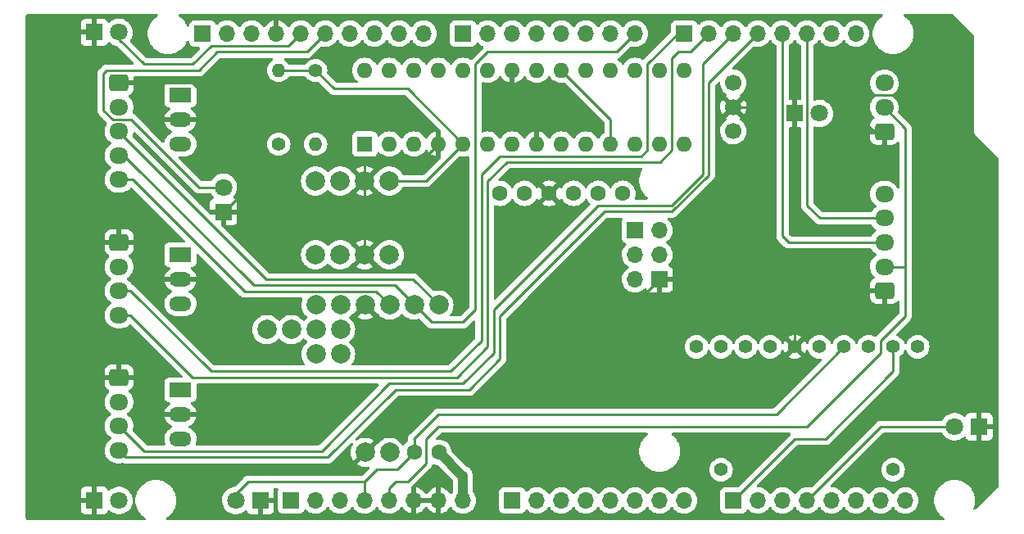
<source format=gbr>
%TF.GenerationSoftware,KiCad,Pcbnew,(6.0.7)*%
%TF.CreationDate,2023-03-01T01:07:27+09:00*%
%TF.ProjectId,PCB_Main,5043425f-4d61-4696-9e2e-6b696361645f,rev?*%
%TF.SameCoordinates,Original*%
%TF.FileFunction,Copper,L2,Bot*%
%TF.FilePolarity,Positive*%
%FSLAX46Y46*%
G04 Gerber Fmt 4.6, Leading zero omitted, Abs format (unit mm)*
G04 Created by KiCad (PCBNEW (6.0.7)) date 2023-03-01 01:07:27*
%MOMM*%
%LPD*%
G01*
G04 APERTURE LIST*
G04 Aperture macros list*
%AMRoundRect*
0 Rectangle with rounded corners*
0 $1 Rounding radius*
0 $2 $3 $4 $5 $6 $7 $8 $9 X,Y pos of 4 corners*
0 Add a 4 corners polygon primitive as box body*
4,1,4,$2,$3,$4,$5,$6,$7,$8,$9,$2,$3,0*
0 Add four circle primitives for the rounded corners*
1,1,$1+$1,$2,$3*
1,1,$1+$1,$4,$5*
1,1,$1+$1,$6,$7*
1,1,$1+$1,$8,$9*
0 Add four rect primitives between the rounded corners*
20,1,$1+$1,$2,$3,$4,$5,0*
20,1,$1+$1,$4,$5,$6,$7,0*
20,1,$1+$1,$6,$7,$8,$9,0*
20,1,$1+$1,$8,$9,$2,$3,0*%
G04 Aperture macros list end*
%TA.AperFunction,ComponentPad*%
%ADD10R,1.800000X1.800000*%
%TD*%
%TA.AperFunction,ComponentPad*%
%ADD11C,1.800000*%
%TD*%
%TA.AperFunction,ComponentPad*%
%ADD12RoundRect,0.250000X0.725000X-0.600000X0.725000X0.600000X-0.725000X0.600000X-0.725000X-0.600000X0*%
%TD*%
%TA.AperFunction,ComponentPad*%
%ADD13O,1.950000X1.700000*%
%TD*%
%TA.AperFunction,ComponentPad*%
%ADD14R,1.600000X1.600000*%
%TD*%
%TA.AperFunction,ComponentPad*%
%ADD15O,1.600000X1.600000*%
%TD*%
%TA.AperFunction,ComponentPad*%
%ADD16R,2.300000X1.500000*%
%TD*%
%TA.AperFunction,ComponentPad*%
%ADD17O,2.300000X1.500000*%
%TD*%
%TA.AperFunction,ComponentPad*%
%ADD18RoundRect,0.250000X-0.725000X0.600000X-0.725000X-0.600000X0.725000X-0.600000X0.725000X0.600000X0*%
%TD*%
%TA.AperFunction,ComponentPad*%
%ADD19C,1.400000*%
%TD*%
%TA.AperFunction,ComponentPad*%
%ADD20O,1.400000X1.400000*%
%TD*%
%TA.AperFunction,ComponentPad*%
%ADD21C,2.000000*%
%TD*%
%TA.AperFunction,ComponentPad*%
%ADD22C,1.600000*%
%TD*%
%TA.AperFunction,ComponentPad*%
%ADD23C,1.700000*%
%TD*%
%TA.AperFunction,ComponentPad*%
%ADD24R,1.700000X1.700000*%
%TD*%
%TA.AperFunction,ComponentPad*%
%ADD25O,1.700000X1.700000*%
%TD*%
%TA.AperFunction,Conductor*%
%ADD26C,0.250000*%
%TD*%
%TA.AperFunction,Conductor*%
%ADD27C,1.000000*%
%TD*%
G04 APERTURE END LIST*
D10*
%TO.P,Under1,1,K*%
%TO.N,GND*%
X120955000Y-67620000D03*
D11*
%TO.P,Under1,2,A*%
%TO.N,L_Under*%
X120955000Y-65080000D03*
%TD*%
D12*
%TO.P,GPS-UART1,1,Pin_1*%
%TO.N,GND*%
X189260000Y-75790000D03*
D13*
%TO.P,GPS-UART1,2,Pin_2*%
%TO.N,5V*%
X189260000Y-73290000D03*
%TO.P,GPS-UART1,3,Pin_3*%
%TO.N,DTGR*%
X189260000Y-70790000D03*
%TO.P,GPS-UART1,4,Pin_4*%
%TO.N,DRGT*%
X189260000Y-68290000D03*
%TO.P,GPS-UART1,5,Pin_5*%
%TO.N,1PPS*%
X189260000Y-65790000D03*
%TD*%
D10*
%TO.P,Power1,1,K*%
%TO.N,GND*%
X124770000Y-97460000D03*
D11*
%TO.P,Power1,2,A*%
%TO.N,3.3V*%
X122230000Y-97460000D03*
%TD*%
D10*
%TO.P,SD1,1,K*%
%TO.N,GND*%
X199065000Y-89840000D03*
D11*
%TO.P,SD1,2,A*%
%TO.N,L_SD*%
X196525000Y-89840000D03*
%TD*%
D14*
%TO.P,ATP3012,1,/RESET*%
%TO.N,unconnected-(ATP3012-Pad1)*%
X135570000Y-60620000D03*
D15*
%TO.P,ATP3012,2,RXD*%
%TO.N,unconnected-(ATP3012-Pad2)*%
X138110000Y-60620000D03*
%TO.P,ATP3012,3,TXD*%
%TO.N,unconnected-(ATP3012-Pad3)*%
X140650000Y-60620000D03*
%TO.P,ATP3012,4,SMOD0*%
%TO.N,GND*%
X143190000Y-60620000D03*
%TO.P,ATP3012,5,SMOD1*%
%TO.N,3.3V*%
X145730000Y-60620000D03*
%TO.P,ATP3012,6,/SLEEP*%
X148270000Y-60620000D03*
%TO.P,ATP3012,7,VCC*%
X150810000Y-60620000D03*
%TO.P,ATP3012,8,GND*%
%TO.N,GND*%
X153350000Y-60620000D03*
%TO.P,ATP3012,9,XTAL1*%
%TO.N,Net-(ATP3012-Pad9)*%
X155890000Y-60620000D03*
%TO.P,ATP3012,10,XTAL2*%
%TO.N,Net-(ATP3012-Pad10)*%
X158430000Y-60620000D03*
%TO.P,ATP3012,11,CLK16*%
%TO.N,3.3V*%
X160970000Y-60620000D03*
%TO.P,ATP3012,12,PMOD1*%
%TO.N,unconnected-(ATP3012-Pad12)*%
X163510000Y-60620000D03*
%TO.P,ATP3012,13,/PLAY*%
%TO.N,unconnected-(ATP3012-Pad13)*%
X166050000Y-60620000D03*
%TO.P,ATP3012,14,PMOD0*%
%TO.N,unconnected-(ATP3012-Pad14)*%
X168590000Y-60620000D03*
%TO.P,ATP3012,15,AOUT*%
%TO.N,Net-(Speaker1-Pad3)*%
X168590000Y-53000000D03*
%TO.P,ATP3012,16,/SS*%
%TO.N,unconnected-(ATP3012-Pad16)*%
X166050000Y-53000000D03*
%TO.P,ATP3012,17,MOSI*%
%TO.N,unconnected-(ATP3012-Pad17)*%
X163510000Y-53000000D03*
%TO.P,ATP3012,18,MISO*%
%TO.N,unconnected-(ATP3012-Pad18)*%
X160970000Y-53000000D03*
%TO.P,ATP3012,19,SCK*%
%TO.N,unconnected-(ATP3012-Pad19)*%
X158430000Y-53000000D03*
%TO.P,ATP3012,20,VCC*%
%TO.N,3.3V*%
X155890000Y-53000000D03*
%TO.P,ATP3012,21,I.C*%
%TO.N,unconnected-(ATP3012-Pad21)*%
X153350000Y-53000000D03*
%TO.P,ATP3012,22,GND*%
%TO.N,GND*%
X150810000Y-53000000D03*
%TO.P,ATP3012,23,PC0*%
%TO.N,unconnected-(ATP3012-Pad23)*%
X148270000Y-53000000D03*
%TO.P,ATP3012,24,PC1*%
%TO.N,unconnected-(ATP3012-Pad24)*%
X145730000Y-53000000D03*
%TO.P,ATP3012,25,PC2*%
%TO.N,unconnected-(ATP3012-Pad25)*%
X143190000Y-53000000D03*
%TO.P,ATP3012,26,PC3*%
%TO.N,unconnected-(ATP3012-Pad26)*%
X140650000Y-53000000D03*
%TO.P,ATP3012,27,SDA*%
%TO.N,SDA1*%
X138110000Y-53000000D03*
%TO.P,ATP3012,28,SCL*%
%TO.N,SCL1*%
X135570000Y-53000000D03*
%TD*%
D16*
%TO.P,M78AR05-2,1,IN*%
%TO.N,VCC*%
X116510000Y-72060000D03*
D17*
%TO.P,M78AR05-2,2,GND*%
%TO.N,GND*%
X116510000Y-74600000D03*
%TO.P,M78AR05-2,3,OUT*%
%TO.N,Net-(M78AR05-2-Pad3)*%
X116510000Y-77140000D03*
%TD*%
D10*
%TO.P,1PPS1,1,K*%
%TO.N,GND*%
X180005000Y-57455000D03*
D11*
%TO.P,1PPS1,2,A*%
%TO.N,1PPS*%
X182545000Y-57455000D03*
%TD*%
D18*
%TO.P,ICS-UART1,1,Pin_1*%
%TO.N,GND*%
X110160000Y-54280000D03*
D13*
%TO.P,ICS-UART1,2,Pin_2*%
%TO.N,Net-(ICS-UART1-Pad2)*%
X110160000Y-56780000D03*
%TO.P,ICS-UART1,3,Pin_3*%
%TO.N,ITXR*%
X110160000Y-59280000D03*
%TO.P,ICS-UART1,4,Pin_4*%
%TO.N,IRXT*%
X110160000Y-61780000D03*
%TO.P,ICS-UART1,5,Pin_5*%
%TO.N,EN*%
X110160000Y-64280000D03*
%TD*%
D19*
%TO.P,R2,1*%
%TO.N,SDA1*%
X126670000Y-60630000D03*
D20*
%TO.P,R2,2*%
%TO.N,3.3V*%
X126670000Y-53010000D03*
%TD*%
D18*
%TO.P,Under-UART1,1,Pin_1*%
%TO.N,GND*%
X110160000Y-70790000D03*
D13*
%TO.P,Under-UART1,2,Pin_2*%
%TO.N,Net-(M78AR05-2-Pad3)*%
X110160000Y-73290000D03*
%TO.P,Under-UART1,3,Pin_3*%
%TO.N,DTUR*%
X110160000Y-75790000D03*
%TO.P,Under-UART1,4,Pin_4*%
%TO.N,DRUT*%
X110160000Y-78290000D03*
%TD*%
D19*
%TO.P,AE-MICRO-SD-DIP1,1,DAT2*%
%TO.N,unconnected-(AE-MICRO-SD-DIP1-Pad1)*%
X192710000Y-81585000D03*
%TO.P,AE-MICRO-SD-DIP1,2,DAT3/CD*%
%TO.N,SD-CS*%
X190170000Y-81585000D03*
%TO.P,AE-MICRO-SD-DIP1,3,CMD*%
%TO.N,SD-MOSI*%
X187630000Y-81585000D03*
%TO.P,AE-MICRO-SD-DIP1,4,VDD*%
%TO.N,3.3V*%
X185090000Y-81585000D03*
%TO.P,AE-MICRO-SD-DIP1,5,CLK*%
%TO.N,SD-CLK*%
X182550000Y-81585000D03*
%TO.P,AE-MICRO-SD-DIP1,6,VSS*%
%TO.N,GND*%
X180010000Y-81585000D03*
%TO.P,AE-MICRO-SD-DIP1,7,DAT0*%
%TO.N,SD-MISO*%
X177470000Y-81585000D03*
%TO.P,AE-MICRO-SD-DIP1,8,DAT1*%
%TO.N,unconnected-(AE-MICRO-SD-DIP1-Pad8)*%
X174930000Y-81585000D03*
%TO.P,AE-MICRO-SD-DIP1,9,DET_B*%
%TO.N,unconnected-(AE-MICRO-SD-DIP1-Pad9)*%
X172390000Y-81585000D03*
%TO.P,AE-MICRO-SD-DIP1,10,DET_A*%
%TO.N,unconnected-(AE-MICRO-SD-DIP1-Pad10)*%
X169850000Y-81585000D03*
%TO.P,AE-MICRO-SD-DIP1,11,SHIELD*%
%TO.N,unconnected-(AE-MICRO-SD-DIP1-Pad11)*%
X172390000Y-94285000D03*
%TO.P,AE-MICRO-SD-DIP1,13*%
%TO.N,N/C*%
X190170000Y-94285000D03*
%TD*%
D21*
%TO.P,ICS-board1,1,ITXR*%
%TO.N,ITXR*%
X143220000Y-77260000D03*
%TO.P,ICS-board1,2,IRXT*%
%TO.N,IRXT*%
X140680000Y-77260000D03*
%TO.P,ICS-board1,3,EN*%
%TO.N,EN*%
X138140000Y-77260000D03*
%TO.P,ICS-board1,4,GND*%
%TO.N,GND*%
X135600000Y-77260000D03*
%TO.P,ICS-board1,5,GND*%
X135600000Y-92500000D03*
%TO.P,ICS-board1,6,NC*%
%TO.N,unconnected-(ICS-board1-Pad6)*%
X138140000Y-92500000D03*
D22*
%TO.P,ICS-board1,7,IOREF*%
%TO.N,3.3V*%
X140680000Y-92500000D03*
%TO.P,ICS-board1,8,VOUT*%
%TO.N,VCC*%
X143220000Y-92500000D03*
D21*
%TO.P,ICS-board1,9,GND*%
%TO.N,unconnected-(ICS-board1-Pad9)*%
X133060000Y-77260000D03*
%TO.P,ICS-board1,10,POW*%
%TO.N,unconnected-(ICS-board1-Pad10)*%
X133060000Y-79800000D03*
%TO.P,ICS-board1,11,ICS1*%
%TO.N,unconnected-(ICS-board1-Pad11)*%
X133060000Y-82340000D03*
%TO.P,ICS-board1,12,GND*%
%TO.N,unconnected-(ICS-board1-Pad12)*%
X130520000Y-77260000D03*
%TO.P,ICS-board1,13,POW*%
%TO.N,unconnected-(ICS-board1-Pad13)*%
X130520000Y-79800000D03*
%TO.P,ICS-board1,14,ICS2*%
%TO.N,unconnected-(ICS-board1-Pad14)*%
X130520000Y-82340000D03*
%TO.P,ICS-board1,15,POW*%
%TO.N,unconnected-(ICS-board1-Pad15)*%
X127980000Y-79800000D03*
%TO.P,ICS-board1,16,GND*%
%TO.N,unconnected-(ICS-board1-Pad16)*%
X125440000Y-79800000D03*
%TD*%
D18*
%TO.P,Air-UART1,1,Pin_1*%
%TO.N,GND*%
X110160000Y-84760000D03*
D13*
%TO.P,Air-UART1,2,Pin_2*%
%TO.N,Net-(Air-UART1-Pad2)*%
X110160000Y-87260000D03*
%TO.P,Air-UART1,3,Pin_3*%
%TO.N,DTAR*%
X110160000Y-89760000D03*
%TO.P,Air-UART1,4,Pin_4*%
%TO.N,DRAT*%
X110160000Y-92260000D03*
%TD*%
D19*
%TO.P,R1,1*%
%TO.N,3.3V*%
X130480000Y-53010000D03*
D20*
%TO.P,R1,2*%
%TO.N,SCL1*%
X130480000Y-60630000D03*
%TD*%
D23*
%TO.P,Y1,1,1*%
%TO.N,Net-(ATP3012-Pad9)*%
X173660000Y-54280000D03*
%TO.P,Y1,2,2*%
%TO.N,GND*%
X173660000Y-56780000D03*
%TO.P,Y1,3,3*%
%TO.N,Net-(ATP3012-Pad10)*%
X173660000Y-59280000D03*
%TD*%
D12*
%TO.P,Speaker1,1,Pin_1*%
%TO.N,GND*%
X189260000Y-59320000D03*
D13*
%TO.P,Speaker1,2,Pin_2*%
%TO.N,5V*%
X189260000Y-56820000D03*
%TO.P,Speaker1,3,Pin_3*%
%TO.N,Net-(Speaker1-Pad3)*%
X189260000Y-54320000D03*
%TD*%
D16*
%TO.P,M78AR05-3,1,IN*%
%TO.N,VCC*%
X116510000Y-86030000D03*
D17*
%TO.P,M78AR05-3,2,GND*%
%TO.N,GND*%
X116510000Y-88570000D03*
%TO.P,M78AR05-3,3,OUT*%
%TO.N,Net-(Air-UART1-Pad2)*%
X116510000Y-91110000D03*
%TD*%
D22*
%TO.P,DPS310,1,VCC*%
%TO.N,3.3V*%
X149530000Y-65710000D03*
%TO.P,DPS310,2,SDI*%
%TO.N,SDA*%
X152070000Y-65710000D03*
%TO.P,DPS310,3,GND*%
%TO.N,GND*%
X154610000Y-65710000D03*
%TO.P,DPS310,4,SDO*%
%TO.N,unconnected-(DPS310-Pad4)*%
X157150000Y-65710000D03*
%TO.P,DPS310,5,CSK*%
%TO.N,SCL*%
X159690000Y-65710000D03*
%TO.P,DPS310,6,CS*%
%TO.N,unconnected-(DPS310-Pad6)*%
X162230000Y-65710000D03*
%TD*%
D16*
%TO.P,M78AR05-1,1,IN*%
%TO.N,VCC*%
X116510000Y-55550000D03*
D17*
%TO.P,M78AR05-1,2,GND*%
%TO.N,GND*%
X116510000Y-58090000D03*
%TO.P,M78AR05-1,3,OUT*%
%TO.N,Net-(ICS-UART1-Pad2)*%
X116510000Y-60630000D03*
%TD*%
D21*
%TO.P,AE-BNO55,1,VIN*%
%TO.N,3.3V*%
X138100000Y-64440000D03*
%TO.P,AE-BNO55,2,GND*%
%TO.N,GND*%
X135560000Y-64440000D03*
%TO.P,AE-BNO55,3,SDA*%
%TO.N,SDA*%
X133020000Y-64440000D03*
%TO.P,AE-BNO55,4,SCL*%
%TO.N,SCL*%
X130480000Y-64440000D03*
%TO.P,AE-BNO55,5,RESET*%
%TO.N,unconnected-(AE-BNO55-Pad5)*%
X130480000Y-72060000D03*
%TO.P,AE-BNO55,6,INT*%
%TO.N,unconnected-(AE-BNO55-Pad6)*%
X133020000Y-72060000D03*
%TO.P,AE-BNO55,7,GND*%
%TO.N,GND*%
X135560000Y-72060000D03*
%TO.P,AE-BNO55,8,VOUT*%
%TO.N,unconnected-(AE-BNO55-Pad8)*%
X138100000Y-72060000D03*
%TD*%
D10*
%TO.P,Air1,1,K*%
%TO.N,GND*%
X107620000Y-97460000D03*
D11*
%TO.P,Air1,2,A*%
%TO.N,L_Air*%
X110160000Y-97460000D03*
%TD*%
D10*
%TO.P,ICS1,1,K*%
%TO.N,GND*%
X107615000Y-49073000D03*
D11*
%TO.P,ICS1,2,A*%
%TO.N,L_ICS*%
X110155000Y-49073000D03*
%TD*%
D24*
%TO.P,J1,1,Pin_1*%
%TO.N,unconnected-(J1-Pad1)*%
X127940000Y-97460000D03*
D25*
%TO.P,J1,2,Pin_2*%
%TO.N,/IOREF*%
X130480000Y-97460000D03*
%TO.P,J1,3,Pin_3*%
%TO.N,/~{RESET}*%
X133020000Y-97460000D03*
%TO.P,J1,4,Pin_4*%
%TO.N,3.3V*%
X135560000Y-97460000D03*
%TO.P,J1,5,Pin_5*%
%TO.N,5V*%
X138100000Y-97460000D03*
%TO.P,J1,6,Pin_6*%
%TO.N,GND*%
X140640000Y-97460000D03*
%TO.P,J1,7,Pin_7*%
X143180000Y-97460000D03*
%TO.P,J1,8,Pin_8*%
%TO.N,VCC*%
X145720000Y-97460000D03*
%TD*%
D24*
%TO.P,J3,1,Pin_1*%
%TO.N,L_Air*%
X150800000Y-97460000D03*
D25*
%TO.P,J3,2,Pin_2*%
%TO.N,/A1*%
X153340000Y-97460000D03*
%TO.P,J3,3,Pin_3*%
%TO.N,/A2*%
X155880000Y-97460000D03*
%TO.P,J3,4,Pin_4*%
%TO.N,/A3*%
X158420000Y-97460000D03*
%TO.P,J3,5,Pin_5*%
%TO.N,/A4*%
X160960000Y-97460000D03*
%TO.P,J3,6,Pin_6*%
%TO.N,/A5*%
X163500000Y-97460000D03*
%TO.P,J3,7,Pin_7*%
%TO.N,/A6*%
X166040000Y-97460000D03*
%TO.P,J3,8,Pin_8*%
%TO.N,/A7*%
X168580000Y-97460000D03*
%TD*%
D24*
%TO.P,J5,1,Pin_1*%
%TO.N,SD-CS*%
X173660000Y-97460000D03*
D25*
%TO.P,J5,2,Pin_2*%
%TO.N,/A9*%
X176200000Y-97460000D03*
%TO.P,J5,3,Pin_3*%
%TO.N,/A10*%
X178740000Y-97460000D03*
%TO.P,J5,4,Pin_4*%
%TO.N,L_SD*%
X181280000Y-97460000D03*
%TO.P,J5,5,Pin_5*%
%TO.N,/A12*%
X183820000Y-97460000D03*
%TO.P,J5,6,Pin_6*%
%TO.N,/A13*%
X186360000Y-97460000D03*
%TO.P,J5,7,Pin_7*%
%TO.N,/A14*%
X188900000Y-97460000D03*
%TO.P,J5,8,Pin_8*%
%TO.N,/A15*%
X191440000Y-97460000D03*
%TD*%
D24*
%TO.P,J2,1,Pin_1*%
%TO.N,SCL1*%
X118796000Y-49200000D03*
D25*
%TO.P,J2,2,Pin_2*%
%TO.N,SDA1*%
X121336000Y-49200000D03*
%TO.P,J2,3,Pin_3*%
%TO.N,/AREF*%
X123876000Y-49200000D03*
%TO.P,J2,4,Pin_4*%
%TO.N,GND*%
X126416000Y-49200000D03*
%TO.P,J2,5,Pin_5*%
%TO.N,L_ICS*%
X128956000Y-49200000D03*
%TO.P,J2,6,Pin_6*%
%TO.N,L_Under*%
X131496000Y-49200000D03*
%TO.P,J2,7,Pin_7*%
%TO.N,/\u002A11*%
X134036000Y-49200000D03*
%TO.P,J2,8,Pin_8*%
%TO.N,/\u002A10*%
X136576000Y-49200000D03*
%TO.P,J2,9,Pin_9*%
%TO.N,/\u002A9*%
X139116000Y-49200000D03*
%TO.P,J2,10,Pin_10*%
%TO.N,/\u002A8*%
X141656000Y-49200000D03*
%TD*%
D24*
%TO.P,J4,1,Pin_1*%
%TO.N,/\u002A7*%
X145720000Y-49200000D03*
D25*
%TO.P,J4,2,Pin_2*%
%TO.N,/\u002A6*%
X148260000Y-49200000D03*
%TO.P,J4,3,Pin_3*%
%TO.N,/\u002A5*%
X150800000Y-49200000D03*
%TO.P,J4,4,Pin_4*%
%TO.N,/\u002A4*%
X153340000Y-49200000D03*
%TO.P,J4,5,Pin_5*%
%TO.N,/\u002A3*%
X155880000Y-49200000D03*
%TO.P,J4,6,Pin_6*%
%TO.N,/\u002A2*%
X158420000Y-49200000D03*
%TO.P,J4,7,Pin_7*%
%TO.N,/TX0{slash}1*%
X160960000Y-49200000D03*
%TO.P,J4,8,Pin_8*%
%TO.N,IRXT*%
X163500000Y-49200000D03*
%TD*%
D24*
%TO.P,J6,1,Pin_1*%
%TO.N,DTUR*%
X168580000Y-49200000D03*
D25*
%TO.P,J6,2,Pin_2*%
%TO.N,DRUT*%
X171120000Y-49200000D03*
%TO.P,J6,3,Pin_3*%
%TO.N,DTAR*%
X173660000Y-49200000D03*
%TO.P,J6,4,Pin_4*%
%TO.N,DRAT*%
X176200000Y-49200000D03*
%TO.P,J6,5,Pin_5*%
%TO.N,DTGR*%
X178740000Y-49200000D03*
%TO.P,J6,6,Pin_6*%
%TO.N,DRGT*%
X181280000Y-49200000D03*
%TO.P,J6,7,Pin_7*%
%TO.N,SDA*%
X183820000Y-49200000D03*
%TO.P,J6,8,Pin_8*%
%TO.N,SCL*%
X186360000Y-49200000D03*
%TD*%
D24*
%TO.P,J7,1,Pin_1*%
%TO.N,SD-MISO*%
X163500000Y-69520000D03*
D25*
%TO.P,J7,2,Pin_2*%
%TO.N,SD-CLK*%
X163500000Y-72060000D03*
%TO.P,J7,3,Pin_3*%
%TO.N,unconnected-(J7-Pad3)*%
X163500000Y-74600000D03*
%TD*%
D24*
%TO.P,J8,1,Pin_1*%
%TO.N,GND*%
X166040000Y-74600000D03*
D25*
%TO.P,J8,2,Pin_2*%
%TO.N,SD-MOSI*%
X166040000Y-72060000D03*
%TO.P,J8,3,Pin_3*%
%TO.N,unconnected-(J8-Pad3)*%
X166040000Y-69520000D03*
%TD*%
D26*
%TO.N,GND*%
X141275000Y-62535000D02*
X136195000Y-62535000D01*
X189260000Y-75790000D02*
X180090000Y-75790000D01*
X153340000Y-87300000D02*
X166040000Y-74600000D01*
X135560000Y-64440000D02*
X135560000Y-72060000D01*
X199060000Y-89835000D02*
X199060000Y-64440000D01*
X188265000Y-55550000D02*
X187630000Y-56185000D01*
X126035000Y-62540000D02*
X126035000Y-62535000D01*
X110160000Y-54280000D02*
X117780000Y-54280000D01*
X199060000Y-64440000D02*
X190170000Y-55550000D01*
X135600000Y-92500000D02*
X140800000Y-87300000D01*
X180090000Y-75790000D02*
X180010000Y-75870000D01*
X143190000Y-60620000D02*
X141275000Y-62535000D01*
X136195000Y-62535000D02*
X135560000Y-62535000D01*
X117780000Y-54280000D02*
X126035000Y-62535000D01*
X175525000Y-56780000D02*
X173660000Y-56780000D01*
X140800000Y-87300000D02*
X153340000Y-87300000D01*
X135560000Y-62535000D02*
X135560000Y-64440000D01*
X188225000Y-59320000D02*
X189260000Y-59320000D01*
X180010000Y-75870000D02*
X176200000Y-72060000D01*
X187630000Y-56185000D02*
X187630000Y-58725000D01*
X126035000Y-62535000D02*
X136195000Y-62535000D01*
X190170000Y-55550000D02*
X188265000Y-55550000D01*
X120955000Y-67620000D02*
X126035000Y-62540000D01*
X176200000Y-57455000D02*
X175525000Y-56780000D01*
X180010000Y-75870000D02*
X180010000Y-81585000D01*
X199065000Y-89840000D02*
X199060000Y-89835000D01*
X176200000Y-72060000D02*
X176200000Y-57455000D01*
X187630000Y-58725000D02*
X188225000Y-59320000D01*
%TO.N,DTGR*%
X189260000Y-70790000D02*
X179375000Y-70790000D01*
X178740000Y-70155000D02*
X178740000Y-49200000D01*
X179375000Y-70790000D02*
X178740000Y-70155000D01*
%TO.N,DRGT*%
X181280000Y-49200000D02*
X181280000Y-66980000D01*
X181280000Y-66980000D02*
X182590000Y-68290000D01*
X182590000Y-68290000D02*
X189260000Y-68290000D01*
%TO.N,IRXT*%
X161595000Y-51105000D02*
X148260000Y-51105000D01*
X148260000Y-51105000D02*
X146990000Y-52375000D01*
X110675349Y-61780000D02*
X110160000Y-61780000D01*
X145720000Y-79045000D02*
X142465000Y-79045000D01*
X140680000Y-77260000D02*
X138655000Y-75235000D01*
X142465000Y-79045000D02*
X140680000Y-77260000D01*
X124130349Y-75235000D02*
X110675349Y-61780000D01*
X138655000Y-75235000D02*
X124130349Y-75235000D01*
X146990000Y-52375000D02*
X146990000Y-77775000D01*
X146990000Y-77775000D02*
X145720000Y-79045000D01*
X163500000Y-49200000D02*
X161595000Y-51105000D01*
%TO.N,DTAR*%
X159690000Y-66980000D02*
X167310000Y-66980000D01*
X112780000Y-92380000D02*
X131115000Y-92380000D01*
X131115000Y-92380000D02*
X138100000Y-85395000D01*
X145720000Y-85395000D02*
X148895000Y-82220000D01*
X148895000Y-82220000D02*
X148895000Y-77775000D01*
X138100000Y-85395000D02*
X145720000Y-85395000D01*
X110160000Y-89760000D02*
X112780000Y-92380000D01*
X170485000Y-63805000D02*
X170485000Y-52375000D01*
X167310000Y-66980000D02*
X170485000Y-63805000D01*
X170485000Y-52375000D02*
X173660000Y-49200000D01*
X148895000Y-77775000D02*
X159690000Y-66980000D01*
%TO.N,DRAT*%
X171120000Y-63806396D02*
X171120000Y-54280000D01*
X167311396Y-67615000D02*
X171120000Y-63806396D01*
X110915000Y-93015000D02*
X131750698Y-93015000D01*
X146355000Y-86030000D02*
X149530000Y-82855000D01*
X160325000Y-67615000D02*
X167311396Y-67615000D01*
X149530000Y-82855000D02*
X149530000Y-78410000D01*
X138735698Y-86030000D02*
X146355000Y-86030000D01*
X149530000Y-78410000D02*
X160325000Y-67615000D01*
X131750698Y-93015000D02*
X138735698Y-86030000D01*
X171120000Y-54280000D02*
X176200000Y-49200000D01*
X110160000Y-92260000D02*
X110915000Y-93015000D01*
%TO.N,DTUR*%
X168580000Y-49200000D02*
X167945000Y-49200000D01*
X119685000Y-84125000D02*
X111350000Y-75790000D01*
X164770000Y-61265000D02*
X164135000Y-61900000D01*
X164770000Y-52375000D02*
X164770000Y-61265000D01*
X149530000Y-61900000D02*
X147625000Y-63805000D01*
X164135000Y-61900000D02*
X149530000Y-61900000D01*
X111350000Y-75790000D02*
X110160000Y-75790000D01*
X147625000Y-63805000D02*
X147625000Y-80950000D01*
X147625000Y-80950000D02*
X144450000Y-84125000D01*
X144450000Y-84125000D02*
X119685000Y-84125000D01*
X167945000Y-49200000D02*
X164770000Y-52375000D01*
%TO.N,VCC*%
X145640000Y-94920000D02*
X145720000Y-94920000D01*
D27*
X143220000Y-92500000D02*
X145640000Y-94920000D01*
X145720000Y-94920000D02*
X145720000Y-97460000D01*
D26*
%TO.N,ITXR*%
X143220000Y-77260000D02*
X140560000Y-74600000D01*
X125401396Y-74600000D02*
X110160000Y-59358604D01*
X140560000Y-74600000D02*
X125401396Y-74600000D01*
X110160000Y-59358604D02*
X110160000Y-59280000D01*
%TO.N,EN*%
X123177500Y-75870000D02*
X111587500Y-64280000D01*
X138140000Y-77260000D02*
X136750000Y-75870000D01*
X136750000Y-75870000D02*
X123177500Y-75870000D01*
X111587500Y-64280000D02*
X110160000Y-64280000D01*
%TO.N,SD-CS*%
X180010000Y-91110000D02*
X183185000Y-91110000D01*
X173660000Y-97460000D02*
X180010000Y-91110000D01*
X183185000Y-91110000D02*
X190170000Y-84125000D01*
X190170000Y-84125000D02*
X190170000Y-81585000D01*
%TO.N,DRUT*%
X171120000Y-49200000D02*
X169215000Y-51105000D01*
X169215000Y-51105000D02*
X167945000Y-51105000D01*
X145085000Y-84760000D02*
X117780000Y-84760000D01*
X111310000Y-78290000D02*
X110160000Y-78290000D01*
X150235001Y-62464999D02*
X148260000Y-64440000D01*
X166110001Y-62464999D02*
X150235001Y-62464999D01*
X167310000Y-51740000D02*
X167310000Y-61265000D01*
X167310000Y-61265000D02*
X166110001Y-62464999D01*
X148260000Y-64440000D02*
X148260000Y-81585000D01*
X148260000Y-81585000D02*
X145085000Y-84760000D01*
X117780000Y-84760000D02*
X111310000Y-78290000D01*
X167945000Y-51105000D02*
X167310000Y-51740000D01*
%TO.N,5V*%
X191400000Y-73290000D02*
X191440000Y-73330000D01*
X188900000Y-80950000D02*
X191440000Y-78410000D01*
X140005000Y-95555000D02*
X141910000Y-93650000D01*
X188900000Y-82220000D02*
X188900000Y-80950000D01*
X191440000Y-59000000D02*
X189260000Y-56820000D01*
X141910000Y-93650000D02*
X141910000Y-91110000D01*
X143180000Y-89840000D02*
X181280000Y-89840000D01*
X191440000Y-73330000D02*
X191440000Y-59000000D01*
X191440000Y-78410000D02*
X191440000Y-73330000D01*
X138735000Y-95555000D02*
X140005000Y-95555000D01*
X189260000Y-73290000D02*
X191400000Y-73290000D01*
X181280000Y-89840000D02*
X188900000Y-82220000D01*
X138100000Y-96190000D02*
X138735000Y-95555000D01*
X141910000Y-91110000D02*
X143180000Y-89840000D01*
X138100000Y-97460000D02*
X138100000Y-96190000D01*
%TO.N,3.3V*%
X143180000Y-88570000D02*
X178105000Y-88570000D01*
X140025000Y-54915000D02*
X145730000Y-60620000D01*
X178105000Y-88570000D02*
X185090000Y-81585000D01*
X135560000Y-95555000D02*
X136830000Y-94285000D01*
X145730000Y-60620000D02*
X141910000Y-64440000D01*
X155890000Y-53000000D02*
X160970000Y-58080000D01*
X135560000Y-97460000D02*
X135560000Y-95555000D01*
X138895000Y-94285000D02*
X140680000Y-92500000D01*
X140640000Y-91110000D02*
X143180000Y-88570000D01*
X140680000Y-92500000D02*
X140680000Y-91150000D01*
X140680000Y-91150000D02*
X140640000Y-91110000D01*
X135560000Y-95555000D02*
X123495000Y-95555000D01*
X160970000Y-58080000D02*
X160970000Y-60620000D01*
X141910000Y-64440000D02*
X138100000Y-64440000D01*
X136830000Y-94285000D02*
X138895000Y-94285000D01*
X123495000Y-95555000D02*
X122230000Y-96820000D01*
X130480000Y-53010000D02*
X126670000Y-53010000D01*
X132385000Y-54915000D02*
X140025000Y-54915000D01*
X130480000Y-53010000D02*
X132385000Y-54915000D01*
X122230000Y-96820000D02*
X122230000Y-97460000D01*
%TO.N,L_ICS*%
X117780000Y-52375000D02*
X119685000Y-50470000D01*
X127686000Y-50470000D02*
X128956000Y-49200000D01*
X110155000Y-49769000D02*
X112761000Y-52375000D01*
X110155000Y-49073000D02*
X110155000Y-49769000D01*
X112761000Y-52375000D02*
X117780000Y-52375000D01*
X119685000Y-50470000D02*
X127686000Y-50470000D01*
%TO.N,L_Under*%
X109524633Y-58089633D02*
X111430367Y-58089633D01*
X108569267Y-57134267D02*
X109524633Y-58089633D01*
X120320000Y-51105000D02*
X118415000Y-53010000D01*
X108890000Y-53010000D02*
X108569267Y-53330733D01*
X118420734Y-65080000D02*
X120955000Y-65080000D01*
X108569267Y-53330733D02*
X108569267Y-57134267D01*
X129591000Y-51105000D02*
X120320000Y-51105000D01*
X118415000Y-53010000D02*
X108890000Y-53010000D01*
X131496000Y-49200000D02*
X129591000Y-51105000D01*
X111430367Y-58089633D02*
X118420734Y-65080000D01*
%TO.N,L_SD*%
X196525000Y-89840000D02*
X188900000Y-89840000D01*
X188900000Y-89840000D02*
X181280000Y-97460000D01*
%TD*%
%TA.AperFunction,Conductor*%
%TO.N,GND*%
G36*
X114133264Y-47188502D02*
G01*
X114179757Y-47242158D01*
X114189861Y-47312432D01*
X114160367Y-47377012D01*
X114137594Y-47397587D01*
X114125163Y-47406324D01*
X113909977Y-47557559D01*
X113894892Y-47571577D01*
X113726331Y-47728214D01*
X113699378Y-47753260D01*
X113517287Y-47975732D01*
X113460609Y-48068222D01*
X113375665Y-48206838D01*
X113367073Y-48220858D01*
X113365347Y-48224791D01*
X113365346Y-48224792D01*
X113313835Y-48342138D01*
X113251517Y-48484102D01*
X113250342Y-48488229D01*
X113250341Y-48488230D01*
X113246967Y-48500074D01*
X113172756Y-48760594D01*
X113132249Y-49045216D01*
X113132227Y-49049505D01*
X113132226Y-49049512D01*
X113130765Y-49328417D01*
X113130743Y-49332703D01*
X113168268Y-49617734D01*
X113244129Y-49895036D01*
X113245813Y-49898984D01*
X113341202Y-50122618D01*
X113356923Y-50159476D01*
X113367555Y-50177240D01*
X113487970Y-50378439D01*
X113504561Y-50406161D01*
X113684313Y-50630528D01*
X113892851Y-50828423D01*
X114126317Y-50996186D01*
X114130112Y-50998195D01*
X114130113Y-50998196D01*
X114151869Y-51009715D01*
X114380392Y-51130712D01*
X114650373Y-51229511D01*
X114931264Y-51290755D01*
X114959841Y-51293004D01*
X115154282Y-51308307D01*
X115154291Y-51308307D01*
X115156739Y-51308500D01*
X115312271Y-51308500D01*
X115314407Y-51308354D01*
X115314418Y-51308354D01*
X115522548Y-51294165D01*
X115522554Y-51294164D01*
X115526825Y-51293873D01*
X115531020Y-51293004D01*
X115531022Y-51293004D01*
X115667584Y-51264723D01*
X115808342Y-51235574D01*
X116079343Y-51139607D01*
X116334812Y-51007750D01*
X116338313Y-51005289D01*
X116338317Y-51005287D01*
X116452418Y-50925095D01*
X116570023Y-50842441D01*
X116715383Y-50707364D01*
X116777479Y-50649661D01*
X116777481Y-50649658D01*
X116780622Y-50646740D01*
X116962713Y-50424268D01*
X117112927Y-50179142D01*
X117116927Y-50170031D01*
X117196127Y-49989607D01*
X117241823Y-49935271D01*
X117309641Y-49914266D01*
X117378049Y-49933260D01*
X117425329Y-49986224D01*
X117437500Y-50040252D01*
X117437500Y-50098134D01*
X117444255Y-50160316D01*
X117495385Y-50296705D01*
X117582739Y-50413261D01*
X117699295Y-50500615D01*
X117835684Y-50551745D01*
X117897866Y-50558500D01*
X118396406Y-50558500D01*
X118464527Y-50578502D01*
X118511020Y-50632158D01*
X118521124Y-50702432D01*
X118491630Y-50767012D01*
X118485517Y-50773579D01*
X117554498Y-51704597D01*
X117492188Y-51738621D01*
X117465405Y-51741500D01*
X113075594Y-51741500D01*
X113007473Y-51721498D01*
X112986499Y-51704595D01*
X111323555Y-50041651D01*
X111289529Y-49979339D01*
X111294594Y-49908524D01*
X111310328Y-49879030D01*
X111363439Y-49805118D01*
X111366458Y-49800917D01*
X111469078Y-49593280D01*
X111536408Y-49371671D01*
X111566640Y-49142041D01*
X111566722Y-49138691D01*
X111568245Y-49076365D01*
X111568245Y-49076361D01*
X111568327Y-49073000D01*
X111550335Y-48854160D01*
X111549773Y-48847318D01*
X111549772Y-48847312D01*
X111549349Y-48842167D01*
X111492925Y-48617533D01*
X111478771Y-48584981D01*
X111402630Y-48409868D01*
X111402628Y-48409865D01*
X111400570Y-48405131D01*
X111274764Y-48210665D01*
X111265256Y-48200215D01*
X111193643Y-48121514D01*
X111118887Y-48039358D01*
X111114836Y-48036159D01*
X111114832Y-48036155D01*
X110941177Y-47899011D01*
X110941172Y-47899008D01*
X110937123Y-47895810D01*
X110932607Y-47893317D01*
X110932604Y-47893315D01*
X110738879Y-47786373D01*
X110738875Y-47786371D01*
X110734355Y-47783876D01*
X110729486Y-47782152D01*
X110729482Y-47782150D01*
X110520903Y-47708288D01*
X110520899Y-47708287D01*
X110516028Y-47706562D01*
X110510935Y-47705655D01*
X110510932Y-47705654D01*
X110293095Y-47666851D01*
X110293089Y-47666850D01*
X110288006Y-47665945D01*
X110210644Y-47665000D01*
X110061581Y-47663179D01*
X110061579Y-47663179D01*
X110056411Y-47663116D01*
X109827464Y-47698150D01*
X109607314Y-47770106D01*
X109602726Y-47772494D01*
X109602722Y-47772496D01*
X109408388Y-47873660D01*
X109401872Y-47877052D01*
X109397739Y-47880155D01*
X109397736Y-47880157D01*
X109220790Y-48013012D01*
X109216655Y-48016117D01*
X109213083Y-48019855D01*
X109198787Y-48034815D01*
X109137263Y-48070245D01*
X109066351Y-48066788D01*
X109008564Y-48025543D01*
X108989711Y-47991994D01*
X108968324Y-47934946D01*
X108959786Y-47919351D01*
X108883285Y-47817276D01*
X108870724Y-47804715D01*
X108768649Y-47728214D01*
X108753054Y-47719676D01*
X108632606Y-47674522D01*
X108617351Y-47670895D01*
X108566486Y-47665369D01*
X108559672Y-47665000D01*
X107887115Y-47665000D01*
X107871876Y-47669475D01*
X107870671Y-47670865D01*
X107869000Y-47678548D01*
X107869000Y-50462884D01*
X107873475Y-50478123D01*
X107874865Y-50479328D01*
X107882548Y-50480999D01*
X108559669Y-50480999D01*
X108566490Y-50480629D01*
X108617352Y-50475105D01*
X108632604Y-50471479D01*
X108753054Y-50426324D01*
X108768649Y-50417786D01*
X108870724Y-50341285D01*
X108883285Y-50328724D01*
X108959786Y-50226649D01*
X108968324Y-50211054D01*
X108989773Y-50153840D01*
X109032415Y-50097075D01*
X109098977Y-50072376D01*
X109168325Y-50087584D01*
X109188240Y-50101126D01*
X109344349Y-50230730D01*
X109544322Y-50347584D01*
X109549147Y-50349426D01*
X109549148Y-50349427D01*
X109623665Y-50377883D01*
X109760694Y-50430209D01*
X109765762Y-50431240D01*
X109765765Y-50431241D01*
X109923914Y-50463417D01*
X109987888Y-50497792D01*
X111651501Y-52161405D01*
X111685527Y-52223717D01*
X111680462Y-52294532D01*
X111637915Y-52351368D01*
X111571395Y-52376179D01*
X111562406Y-52376500D01*
X108968767Y-52376500D01*
X108957584Y-52375973D01*
X108950091Y-52374298D01*
X108942165Y-52374547D01*
X108942164Y-52374547D01*
X108882001Y-52376438D01*
X108878043Y-52376500D01*
X108850144Y-52376500D01*
X108846154Y-52377004D01*
X108834320Y-52377936D01*
X108790111Y-52379326D01*
X108782497Y-52381538D01*
X108782492Y-52381539D01*
X108770659Y-52384977D01*
X108751296Y-52388988D01*
X108731203Y-52391526D01*
X108723836Y-52394443D01*
X108723831Y-52394444D01*
X108690092Y-52407802D01*
X108678865Y-52411646D01*
X108636407Y-52423982D01*
X108629581Y-52428019D01*
X108618972Y-52434293D01*
X108601224Y-52442988D01*
X108582383Y-52450448D01*
X108575967Y-52455110D01*
X108575966Y-52455110D01*
X108546613Y-52476436D01*
X108536692Y-52482952D01*
X108498638Y-52505458D01*
X108493031Y-52511064D01*
X108484315Y-52519780D01*
X108469282Y-52532620D01*
X108452893Y-52544528D01*
X108447841Y-52550635D01*
X108424712Y-52578593D01*
X108416722Y-52587374D01*
X108177009Y-52827086D01*
X108168730Y-52834620D01*
X108162249Y-52838733D01*
X108115623Y-52888385D01*
X108112868Y-52891227D01*
X108093132Y-52910963D01*
X108090652Y-52914160D01*
X108082949Y-52923180D01*
X108052681Y-52955412D01*
X108048862Y-52962358D01*
X108048860Y-52962361D01*
X108042919Y-52973167D01*
X108032068Y-52989686D01*
X108019653Y-53005692D01*
X108016508Y-53012961D01*
X108016505Y-53012965D01*
X108002093Y-53046270D01*
X107996876Y-53056920D01*
X107975572Y-53095673D01*
X107973601Y-53103348D01*
X107973601Y-53103349D01*
X107970534Y-53115295D01*
X107964130Y-53133999D01*
X107959544Y-53144598D01*
X107956086Y-53152588D01*
X107954847Y-53160411D01*
X107954844Y-53160421D01*
X107949168Y-53196257D01*
X107946762Y-53207877D01*
X107940938Y-53230561D01*
X107935767Y-53250703D01*
X107935767Y-53270957D01*
X107934216Y-53290667D01*
X107931047Y-53310676D01*
X107931793Y-53318568D01*
X107935208Y-53354694D01*
X107935767Y-53366552D01*
X107935767Y-57055500D01*
X107935240Y-57066683D01*
X107933565Y-57074176D01*
X107933814Y-57082102D01*
X107933814Y-57082103D01*
X107935705Y-57142253D01*
X107935767Y-57146212D01*
X107935767Y-57174123D01*
X107936264Y-57178057D01*
X107936264Y-57178058D01*
X107936272Y-57178123D01*
X107937205Y-57189960D01*
X107938594Y-57234156D01*
X107944245Y-57253606D01*
X107948254Y-57272967D01*
X107950793Y-57293064D01*
X107953712Y-57300435D01*
X107953712Y-57300437D01*
X107967071Y-57334179D01*
X107970916Y-57345409D01*
X107983249Y-57387860D01*
X107987282Y-57394679D01*
X107987284Y-57394684D01*
X107993560Y-57405295D01*
X108002255Y-57423043D01*
X108009715Y-57441884D01*
X108014377Y-57448300D01*
X108014377Y-57448301D01*
X108035703Y-57477654D01*
X108042219Y-57487574D01*
X108059762Y-57517237D01*
X108064725Y-57525629D01*
X108079046Y-57539950D01*
X108091886Y-57554983D01*
X108103795Y-57571374D01*
X108137872Y-57599565D01*
X108146651Y-57607555D01*
X108895002Y-58355906D01*
X108929028Y-58418218D01*
X108923963Y-58489033D01*
X108906996Y-58520212D01*
X108876246Y-58561542D01*
X108873830Y-58566293D01*
X108873828Y-58566297D01*
X108830351Y-58651810D01*
X108771760Y-58767051D01*
X108770178Y-58772145D01*
X108770177Y-58772148D01*
X108717902Y-58940501D01*
X108703393Y-58987227D01*
X108702692Y-58992516D01*
X108674573Y-59204676D01*
X108673102Y-59215774D01*
X108673302Y-59221103D01*
X108673302Y-59221105D01*
X108675025Y-59266988D01*
X108681751Y-59446158D01*
X108682846Y-59451377D01*
X108691470Y-59492480D01*
X108729093Y-59671791D01*
X108731051Y-59676750D01*
X108731052Y-59676752D01*
X108805556Y-59865406D01*
X108813776Y-59886221D01*
X108816543Y-59890780D01*
X108816544Y-59890783D01*
X108884310Y-60002457D01*
X108933377Y-60083317D01*
X108936874Y-60087347D01*
X109077984Y-60249962D01*
X109084477Y-60257445D01*
X109088608Y-60260832D01*
X109258627Y-60400240D01*
X109258633Y-60400244D01*
X109262755Y-60403624D01*
X109294250Y-60421552D01*
X109343555Y-60472632D01*
X109357417Y-60542262D01*
X109331434Y-60608333D01*
X109302284Y-60635573D01*
X109180681Y-60717441D01*
X109013865Y-60876576D01*
X108876246Y-61061542D01*
X108873830Y-61066293D01*
X108873828Y-61066297D01*
X108869295Y-61075213D01*
X108771760Y-61267051D01*
X108770178Y-61272145D01*
X108770177Y-61272148D01*
X108726233Y-61413671D01*
X108703393Y-61487227D01*
X108702692Y-61492516D01*
X108673925Y-61709568D01*
X108673102Y-61715774D01*
X108673302Y-61721103D01*
X108673302Y-61721105D01*
X108675199Y-61771628D01*
X108681751Y-61946158D01*
X108682846Y-61951377D01*
X108686586Y-61969204D01*
X108729093Y-62171791D01*
X108813776Y-62386221D01*
X108933377Y-62583317D01*
X109084477Y-62757445D01*
X109088608Y-62760832D01*
X109258627Y-62900240D01*
X109258633Y-62900244D01*
X109262755Y-62903624D01*
X109294250Y-62921552D01*
X109343555Y-62972632D01*
X109357417Y-63042262D01*
X109331434Y-63108333D01*
X109302284Y-63135573D01*
X109180681Y-63217441D01*
X109176824Y-63221120D01*
X109176822Y-63221122D01*
X109159632Y-63237521D01*
X109013865Y-63376576D01*
X108876246Y-63561542D01*
X108873830Y-63566293D01*
X108873828Y-63566297D01*
X108867115Y-63579501D01*
X108771760Y-63767051D01*
X108770178Y-63772145D01*
X108770177Y-63772148D01*
X108744063Y-63856248D01*
X108703393Y-63987227D01*
X108702692Y-63992516D01*
X108674103Y-64208223D01*
X108673102Y-64215774D01*
X108673302Y-64221103D01*
X108673302Y-64221105D01*
X108674339Y-64248729D01*
X108681751Y-64446158D01*
X108682846Y-64451377D01*
X108687323Y-64472713D01*
X108729093Y-64671791D01*
X108731051Y-64676750D01*
X108731052Y-64676752D01*
X108811085Y-64879406D01*
X108813776Y-64886221D01*
X108816543Y-64890780D01*
X108816544Y-64890783D01*
X108840476Y-64930221D01*
X108933377Y-65083317D01*
X108936874Y-65087347D01*
X109023438Y-65187103D01*
X109084477Y-65257445D01*
X109126030Y-65291516D01*
X109258627Y-65400240D01*
X109258633Y-65400244D01*
X109262755Y-65403624D01*
X109267391Y-65406263D01*
X109267394Y-65406265D01*
X109290016Y-65419142D01*
X109463114Y-65517675D01*
X109679825Y-65596337D01*
X109685074Y-65597286D01*
X109685077Y-65597287D01*
X109902608Y-65636623D01*
X109902615Y-65636624D01*
X109906692Y-65637361D01*
X109924414Y-65638197D01*
X109929356Y-65638430D01*
X109929363Y-65638430D01*
X109930844Y-65638500D01*
X110342890Y-65638500D01*
X110410514Y-65632762D01*
X110509409Y-65624371D01*
X110509413Y-65624370D01*
X110514720Y-65623920D01*
X110519875Y-65622582D01*
X110519881Y-65622581D01*
X110732703Y-65567343D01*
X110732707Y-65567342D01*
X110737872Y-65566001D01*
X110742738Y-65563809D01*
X110742741Y-65563808D01*
X110889629Y-65497640D01*
X110948075Y-65471312D01*
X111139319Y-65342559D01*
X111153097Y-65329416D01*
X111302278Y-65187103D01*
X111306135Y-65183424D01*
X111319692Y-65165203D01*
X111342320Y-65134790D01*
X111399031Y-65092077D01*
X111469831Y-65086805D01*
X111532504Y-65120908D01*
X116998001Y-70586405D01*
X117032027Y-70648717D01*
X117026962Y-70719532D01*
X116984415Y-70776368D01*
X116917895Y-70801179D01*
X116908906Y-70801500D01*
X115311866Y-70801500D01*
X115249684Y-70808255D01*
X115113295Y-70859385D01*
X114996739Y-70946739D01*
X114909385Y-71063295D01*
X114858255Y-71199684D01*
X114851500Y-71261866D01*
X114851500Y-72858134D01*
X114858255Y-72920316D01*
X114909385Y-73056705D01*
X114996739Y-73173261D01*
X115113295Y-73260615D01*
X115249684Y-73311745D01*
X115311866Y-73318500D01*
X115346177Y-73318500D01*
X115414298Y-73338502D01*
X115460791Y-73392158D01*
X115470895Y-73462432D01*
X115441401Y-73527012D01*
X115419703Y-73546823D01*
X115289233Y-73640575D01*
X115280767Y-73647883D01*
X115132308Y-73801082D01*
X115125265Y-73809779D01*
X115006281Y-73986844D01*
X115000895Y-73996642D01*
X114915143Y-74191990D01*
X114911578Y-74202582D01*
X114881376Y-74328384D01*
X114882081Y-74342470D01*
X114890960Y-74346000D01*
X118128411Y-74346000D01*
X118142393Y-74341895D01*
X118143886Y-74332272D01*
X118143834Y-74332027D01*
X118081102Y-74128117D01*
X118076881Y-74117771D01*
X117979029Y-73928186D01*
X117973043Y-73918755D01*
X117843168Y-73749499D01*
X117835607Y-73741276D01*
X117677806Y-73597688D01*
X117668911Y-73590936D01*
X117605625Y-73551237D01*
X117558548Y-73498093D01*
X117547676Y-73427934D01*
X117576460Y-73363035D01*
X117635763Y-73324000D01*
X117672582Y-73318500D01*
X117708134Y-73318500D01*
X117770316Y-73311745D01*
X117906705Y-73260615D01*
X118023261Y-73173261D01*
X118110615Y-73056705D01*
X118161745Y-72920316D01*
X118168500Y-72858134D01*
X118168500Y-72061094D01*
X118188502Y-71992973D01*
X118242158Y-71946480D01*
X118312432Y-71936376D01*
X118377012Y-71965870D01*
X118383595Y-71971999D01*
X122673843Y-76262247D01*
X122681387Y-76270537D01*
X122685500Y-76277018D01*
X122691277Y-76282443D01*
X122735167Y-76323658D01*
X122738009Y-76326413D01*
X122757730Y-76346134D01*
X122760925Y-76348612D01*
X122769947Y-76356318D01*
X122802179Y-76386586D01*
X122809128Y-76390406D01*
X122819932Y-76396346D01*
X122836456Y-76407199D01*
X122852459Y-76419613D01*
X122893043Y-76437176D01*
X122903673Y-76442383D01*
X122942440Y-76463695D01*
X122950117Y-76465666D01*
X122950122Y-76465668D01*
X122962058Y-76468732D01*
X122980766Y-76475137D01*
X122999355Y-76483181D01*
X123007183Y-76484421D01*
X123007190Y-76484423D01*
X123043024Y-76490099D01*
X123054644Y-76492505D01*
X123089789Y-76501528D01*
X123097470Y-76503500D01*
X123117724Y-76503500D01*
X123137434Y-76505051D01*
X123157443Y-76508220D01*
X123165335Y-76507474D01*
X123201461Y-76504059D01*
X123213319Y-76503500D01*
X129011991Y-76503500D01*
X129080112Y-76523502D01*
X129126605Y-76577158D01*
X129136709Y-76647432D01*
X129128400Y-76677718D01*
X129092905Y-76763412D01*
X129080895Y-76792406D01*
X129066454Y-76852559D01*
X129032797Y-76992751D01*
X129025465Y-77023289D01*
X129006835Y-77260000D01*
X129025465Y-77496711D01*
X129080895Y-77727594D01*
X129082788Y-77732165D01*
X129082789Y-77732167D01*
X129124805Y-77833602D01*
X129171760Y-77946963D01*
X129174346Y-77951183D01*
X129293241Y-78145202D01*
X129293245Y-78145208D01*
X129295824Y-78149416D01*
X129450031Y-78329969D01*
X129453787Y-78333177D01*
X129453792Y-78333182D01*
X129572056Y-78434189D01*
X129610866Y-78493639D01*
X129611372Y-78564634D01*
X129572056Y-78625811D01*
X129453792Y-78726818D01*
X129453787Y-78726823D01*
X129450031Y-78730031D01*
X129446823Y-78733787D01*
X129446818Y-78733792D01*
X129345811Y-78852056D01*
X129286361Y-78890866D01*
X129215366Y-78891372D01*
X129154189Y-78852056D01*
X129053182Y-78733792D01*
X129053177Y-78733787D01*
X129049969Y-78730031D01*
X128869416Y-78575824D01*
X128865208Y-78573245D01*
X128865202Y-78573241D01*
X128671183Y-78454346D01*
X128666963Y-78451760D01*
X128662393Y-78449867D01*
X128662389Y-78449865D01*
X128452167Y-78362789D01*
X128452165Y-78362788D01*
X128447594Y-78360895D01*
X128332161Y-78333182D01*
X128221524Y-78306620D01*
X128221518Y-78306619D01*
X128216711Y-78305465D01*
X127980000Y-78286835D01*
X127743289Y-78305465D01*
X127738482Y-78306619D01*
X127738476Y-78306620D01*
X127627839Y-78333182D01*
X127512406Y-78360895D01*
X127507835Y-78362788D01*
X127507833Y-78362789D01*
X127297611Y-78449865D01*
X127297607Y-78449867D01*
X127293037Y-78451760D01*
X127288817Y-78454346D01*
X127094798Y-78573241D01*
X127094792Y-78573245D01*
X127090584Y-78575824D01*
X126910031Y-78730031D01*
X126906823Y-78733787D01*
X126906818Y-78733792D01*
X126805811Y-78852056D01*
X126746361Y-78890866D01*
X126675366Y-78891372D01*
X126614189Y-78852056D01*
X126513182Y-78733792D01*
X126513177Y-78733787D01*
X126509969Y-78730031D01*
X126329416Y-78575824D01*
X126325208Y-78573245D01*
X126325202Y-78573241D01*
X126131183Y-78454346D01*
X126126963Y-78451760D01*
X126122393Y-78449867D01*
X126122389Y-78449865D01*
X125912167Y-78362789D01*
X125912165Y-78362788D01*
X125907594Y-78360895D01*
X125792161Y-78333182D01*
X125681524Y-78306620D01*
X125681518Y-78306619D01*
X125676711Y-78305465D01*
X125440000Y-78286835D01*
X125203289Y-78305465D01*
X125198482Y-78306619D01*
X125198476Y-78306620D01*
X125087839Y-78333182D01*
X124972406Y-78360895D01*
X124967835Y-78362788D01*
X124967833Y-78362789D01*
X124757611Y-78449865D01*
X124757607Y-78449867D01*
X124753037Y-78451760D01*
X124748817Y-78454346D01*
X124554798Y-78573241D01*
X124554792Y-78573245D01*
X124550584Y-78575824D01*
X124370031Y-78730031D01*
X124215824Y-78910584D01*
X124213245Y-78914792D01*
X124213241Y-78914798D01*
X124106639Y-79088757D01*
X124091760Y-79113037D01*
X124089867Y-79117607D01*
X124089865Y-79117611D01*
X124025579Y-79272812D01*
X124000895Y-79332406D01*
X123999740Y-79337218D01*
X123947796Y-79553580D01*
X123945465Y-79563289D01*
X123926835Y-79800000D01*
X123945465Y-80036711D01*
X124000895Y-80267594D01*
X124002788Y-80272165D01*
X124002789Y-80272167D01*
X124077524Y-80452593D01*
X124091760Y-80486963D01*
X124094346Y-80491183D01*
X124213241Y-80685202D01*
X124213245Y-80685208D01*
X124215824Y-80689416D01*
X124370031Y-80869969D01*
X124550584Y-81024176D01*
X124554792Y-81026755D01*
X124554798Y-81026759D01*
X124684697Y-81106361D01*
X124753037Y-81148240D01*
X124757607Y-81150133D01*
X124757611Y-81150135D01*
X124909329Y-81212978D01*
X124972406Y-81239105D01*
X125052609Y-81258360D01*
X125198476Y-81293380D01*
X125198482Y-81293381D01*
X125203289Y-81294535D01*
X125440000Y-81313165D01*
X125676711Y-81294535D01*
X125681518Y-81293381D01*
X125681524Y-81293380D01*
X125827391Y-81258360D01*
X125907594Y-81239105D01*
X125970671Y-81212978D01*
X126122389Y-81150135D01*
X126122393Y-81150133D01*
X126126963Y-81148240D01*
X126195303Y-81106361D01*
X126325202Y-81026759D01*
X126325208Y-81026755D01*
X126329416Y-81024176D01*
X126509969Y-80869969D01*
X126513177Y-80866213D01*
X126513182Y-80866208D01*
X126614189Y-80747944D01*
X126673639Y-80709134D01*
X126744634Y-80708628D01*
X126805811Y-80747944D01*
X126906818Y-80866208D01*
X126906823Y-80866213D01*
X126910031Y-80869969D01*
X127090584Y-81024176D01*
X127094792Y-81026755D01*
X127094798Y-81026759D01*
X127224697Y-81106361D01*
X127293037Y-81148240D01*
X127297607Y-81150133D01*
X127297611Y-81150135D01*
X127449329Y-81212978D01*
X127512406Y-81239105D01*
X127592609Y-81258360D01*
X127738476Y-81293380D01*
X127738482Y-81293381D01*
X127743289Y-81294535D01*
X127980000Y-81313165D01*
X128216711Y-81294535D01*
X128221518Y-81293381D01*
X128221524Y-81293380D01*
X128367391Y-81258360D01*
X128447594Y-81239105D01*
X128510671Y-81212978D01*
X128662389Y-81150135D01*
X128662393Y-81150133D01*
X128666963Y-81148240D01*
X128735303Y-81106361D01*
X128865202Y-81026759D01*
X128865208Y-81026755D01*
X128869416Y-81024176D01*
X129049969Y-80869969D01*
X129053177Y-80866213D01*
X129053182Y-80866208D01*
X129154189Y-80747944D01*
X129213639Y-80709134D01*
X129284634Y-80708628D01*
X129345811Y-80747944D01*
X129446818Y-80866208D01*
X129446823Y-80866213D01*
X129450031Y-80869969D01*
X129453787Y-80873177D01*
X129453792Y-80873182D01*
X129572056Y-80974189D01*
X129610866Y-81033639D01*
X129611372Y-81104634D01*
X129572056Y-81165811D01*
X129453792Y-81266818D01*
X129453787Y-81266823D01*
X129450031Y-81270031D01*
X129295824Y-81450584D01*
X129293245Y-81454792D01*
X129293241Y-81454798D01*
X129205602Y-81597812D01*
X129171760Y-81653037D01*
X129169867Y-81657607D01*
X129169865Y-81657611D01*
X129083897Y-81865158D01*
X129080895Y-81872406D01*
X129062377Y-81949539D01*
X129049129Y-82004723D01*
X129025465Y-82103289D01*
X129006835Y-82340000D01*
X129025465Y-82576711D01*
X129026619Y-82581518D01*
X129026620Y-82581524D01*
X129047018Y-82666485D01*
X129080895Y-82807594D01*
X129082788Y-82812165D01*
X129082789Y-82812167D01*
X129119088Y-82899800D01*
X129171760Y-83026963D01*
X129174346Y-83031183D01*
X129293241Y-83225202D01*
X129293245Y-83225208D01*
X129295824Y-83229416D01*
X129299034Y-83233174D01*
X129342161Y-83283670D01*
X129371191Y-83348460D01*
X129360586Y-83418660D01*
X129313711Y-83471982D01*
X129246349Y-83491500D01*
X119999594Y-83491500D01*
X119931473Y-83471498D01*
X119910499Y-83454595D01*
X115893152Y-79437247D01*
X113635595Y-77179690D01*
X114847037Y-77179690D01*
X114874025Y-77402715D01*
X114940082Y-77617435D01*
X114942652Y-77622415D01*
X114942654Y-77622419D01*
X115036210Y-77803680D01*
X115043118Y-77817064D01*
X115179877Y-77995292D01*
X115346036Y-78146485D01*
X115350783Y-78149463D01*
X115350786Y-78149465D01*
X115479229Y-78230036D01*
X115536344Y-78265864D01*
X115744783Y-78349656D01*
X115964767Y-78395213D01*
X115969378Y-78395479D01*
X115969379Y-78395479D01*
X116019952Y-78398395D01*
X116019956Y-78398395D01*
X116021775Y-78398500D01*
X116966999Y-78398500D01*
X116969786Y-78398251D01*
X116969792Y-78398251D01*
X117045456Y-78391498D01*
X117133762Y-78383617D01*
X117139176Y-78382136D01*
X117139181Y-78382135D01*
X117266912Y-78347191D01*
X117350451Y-78324337D01*
X117355509Y-78321925D01*
X117355513Y-78321923D01*
X117468654Y-78267957D01*
X117553218Y-78227622D01*
X117735654Y-78096529D01*
X117838067Y-77990847D01*
X117888089Y-77939229D01*
X117888091Y-77939226D01*
X117891992Y-77935201D01*
X118017290Y-77748738D01*
X118107588Y-77543033D01*
X118117554Y-77501524D01*
X118158722Y-77330046D01*
X118158722Y-77330045D01*
X118160032Y-77324589D01*
X118169306Y-77163738D01*
X118172640Y-77105917D01*
X118172640Y-77105914D01*
X118172963Y-77100310D01*
X118145975Y-76877285D01*
X118079918Y-76662565D01*
X118072108Y-76647432D01*
X117979454Y-76467919D01*
X117979454Y-76467918D01*
X117976882Y-76462936D01*
X117840123Y-76284708D01*
X117673964Y-76133515D01*
X117669217Y-76130537D01*
X117669214Y-76130535D01*
X117488405Y-76017115D01*
X117483656Y-76014136D01*
X117415622Y-75986786D01*
X117359880Y-75942822D01*
X117336755Y-75875697D01*
X117353592Y-75806726D01*
X117408376Y-75756155D01*
X117547903Y-75689603D01*
X117557516Y-75683918D01*
X117730767Y-75559425D01*
X117739233Y-75552117D01*
X117887692Y-75398918D01*
X117894735Y-75390221D01*
X118013719Y-75213156D01*
X118019105Y-75203358D01*
X118104857Y-75008010D01*
X118108422Y-74997418D01*
X118138624Y-74871616D01*
X118137919Y-74857530D01*
X118129040Y-74854000D01*
X114891589Y-74854000D01*
X114877607Y-74858105D01*
X114876114Y-74867728D01*
X114876166Y-74867973D01*
X114938898Y-75071883D01*
X114943119Y-75082229D01*
X115040971Y-75271814D01*
X115046957Y-75281245D01*
X115176832Y-75450501D01*
X115184393Y-75458724D01*
X115342194Y-75602312D01*
X115351094Y-75609067D01*
X115531815Y-75722434D01*
X115541781Y-75727511D01*
X115604358Y-75752667D01*
X115660103Y-75796633D01*
X115683228Y-75863758D01*
X115666391Y-75932729D01*
X115611607Y-75983300D01*
X115466782Y-76052378D01*
X115284346Y-76183471D01*
X115280439Y-76187503D01*
X115147196Y-76324999D01*
X115128008Y-76344799D01*
X115035019Y-76483181D01*
X115007925Y-76523502D01*
X115002710Y-76531262D01*
X114912412Y-76736967D01*
X114911103Y-76742418D01*
X114911102Y-76742422D01*
X114861278Y-76949954D01*
X114859968Y-76955411D01*
X114859645Y-76961016D01*
X114847610Y-77169760D01*
X114847037Y-77179690D01*
X113635595Y-77179690D01*
X111853652Y-75397747D01*
X111846112Y-75389461D01*
X111842000Y-75382982D01*
X111792348Y-75336356D01*
X111789507Y-75333602D01*
X111769770Y-75313865D01*
X111766573Y-75311385D01*
X111757551Y-75303680D01*
X111731100Y-75278841D01*
X111725321Y-75273414D01*
X111718375Y-75269595D01*
X111718372Y-75269593D01*
X111707566Y-75263652D01*
X111691047Y-75252801D01*
X111690583Y-75252441D01*
X111675041Y-75240386D01*
X111667772Y-75237241D01*
X111667768Y-75237238D01*
X111634463Y-75222826D01*
X111623813Y-75217609D01*
X111585060Y-75196305D01*
X111565437Y-75191267D01*
X111546734Y-75184863D01*
X111529541Y-75177423D01*
X111471862Y-75127152D01*
X111438117Y-75071542D01*
X111386623Y-74986683D01*
X111303467Y-74890854D01*
X111239023Y-74816588D01*
X111239021Y-74816586D01*
X111235523Y-74812555D01*
X111138027Y-74732613D01*
X111061373Y-74669760D01*
X111061367Y-74669756D01*
X111057245Y-74666376D01*
X111025750Y-74648448D01*
X110976445Y-74597368D01*
X110962583Y-74527738D01*
X110988566Y-74461667D01*
X111017716Y-74434427D01*
X111053642Y-74410240D01*
X111139319Y-74352559D01*
X111180463Y-74313310D01*
X111232769Y-74263412D01*
X111306135Y-74193424D01*
X111443754Y-74008458D01*
X111446175Y-74003698D01*
X111545822Y-73807704D01*
X111548240Y-73802949D01*
X111567123Y-73742138D01*
X111615024Y-73587871D01*
X111616607Y-73582773D01*
X111621372Y-73546823D01*
X111646198Y-73359511D01*
X111646198Y-73359506D01*
X111646898Y-73354226D01*
X111644738Y-73296676D01*
X111638449Y-73129173D01*
X111638249Y-73123842D01*
X111590907Y-72898209D01*
X111588948Y-72893248D01*
X111508185Y-72688744D01*
X111508184Y-72688742D01*
X111506224Y-72683779D01*
X111482762Y-72645114D01*
X111389390Y-72491243D01*
X111386623Y-72486683D01*
X111370098Y-72467639D01*
X111239023Y-72316588D01*
X111239021Y-72316586D01*
X111235523Y-72312555D01*
X111199471Y-72282994D01*
X111159476Y-72224334D01*
X111157545Y-72153364D01*
X111194290Y-72092616D01*
X111213059Y-72078416D01*
X111352807Y-71991937D01*
X111364208Y-71982901D01*
X111478739Y-71868171D01*
X111487751Y-71856760D01*
X111572816Y-71718757D01*
X111578963Y-71705576D01*
X111630138Y-71551290D01*
X111633005Y-71537914D01*
X111642672Y-71443562D01*
X111643000Y-71437146D01*
X111643000Y-71062115D01*
X111638525Y-71046876D01*
X111637135Y-71045671D01*
X111629452Y-71044000D01*
X108695116Y-71044000D01*
X108679877Y-71048475D01*
X108678672Y-71049865D01*
X108677001Y-71057548D01*
X108677001Y-71437095D01*
X108677338Y-71443614D01*
X108687257Y-71539206D01*
X108690149Y-71552600D01*
X108741588Y-71706784D01*
X108747761Y-71719962D01*
X108833063Y-71857807D01*
X108842099Y-71869208D01*
X108956829Y-71983739D01*
X108968243Y-71992753D01*
X109107713Y-72078723D01*
X109155207Y-72131495D01*
X109166631Y-72201566D01*
X109138357Y-72266690D01*
X109128574Y-72277149D01*
X109013865Y-72386576D01*
X108876246Y-72571542D01*
X108771760Y-72777051D01*
X108770178Y-72782145D01*
X108770177Y-72782148D01*
X108708115Y-72982020D01*
X108703393Y-72997227D01*
X108702692Y-73002516D01*
X108673937Y-73219476D01*
X108673102Y-73225774D01*
X108673302Y-73231103D01*
X108673302Y-73231105D01*
X108676715Y-73322002D01*
X108681751Y-73456158D01*
X108729093Y-73681791D01*
X108731051Y-73686750D01*
X108731052Y-73686752D01*
X108776204Y-73801082D01*
X108813776Y-73896221D01*
X108816543Y-73900780D01*
X108816544Y-73900783D01*
X108878995Y-74003698D01*
X108933377Y-74093317D01*
X108936874Y-74097347D01*
X109023438Y-74197103D01*
X109084477Y-74267445D01*
X109088608Y-74270832D01*
X109258627Y-74410240D01*
X109258633Y-74410244D01*
X109262755Y-74413624D01*
X109294250Y-74431552D01*
X109343555Y-74482632D01*
X109357417Y-74552262D01*
X109331434Y-74618333D01*
X109302284Y-74645573D01*
X109180681Y-74727441D01*
X109013865Y-74886576D01*
X108876246Y-75071542D01*
X108771760Y-75277051D01*
X108770178Y-75282145D01*
X108770177Y-75282148D01*
X108718494Y-75448595D01*
X108703393Y-75497227D01*
X108702692Y-75502516D01*
X108673968Y-75719242D01*
X108673102Y-75725774D01*
X108673302Y-75731103D01*
X108673302Y-75731105D01*
X108674592Y-75765465D01*
X108681751Y-75956158D01*
X108729093Y-76181791D01*
X108731051Y-76186750D01*
X108731052Y-76186752D01*
X108811480Y-76390406D01*
X108813776Y-76396221D01*
X108816543Y-76400780D01*
X108816544Y-76400783D01*
X108857283Y-76467919D01*
X108933377Y-76593317D01*
X108936874Y-76597347D01*
X109072189Y-76753284D01*
X109084477Y-76767445D01*
X109088608Y-76770832D01*
X109258627Y-76910240D01*
X109258633Y-76910244D01*
X109262755Y-76913624D01*
X109294250Y-76931552D01*
X109343555Y-76982632D01*
X109357417Y-77052262D01*
X109331434Y-77118333D01*
X109302284Y-77145573D01*
X109180681Y-77227441D01*
X109176824Y-77231120D01*
X109176822Y-77231122D01*
X109107464Y-77297287D01*
X109013865Y-77386576D01*
X108876246Y-77571542D01*
X108873830Y-77576293D01*
X108873828Y-77576297D01*
X108834653Y-77653350D01*
X108771760Y-77777051D01*
X108770178Y-77782145D01*
X108770177Y-77782148D01*
X108717690Y-77951183D01*
X108703393Y-77997227D01*
X108702692Y-78002516D01*
X108676032Y-78203670D01*
X108673102Y-78225774D01*
X108681751Y-78456158D01*
X108682846Y-78461377D01*
X108699052Y-78538614D01*
X108729093Y-78681791D01*
X108731051Y-78686750D01*
X108731052Y-78686752D01*
X108796444Y-78852333D01*
X108813776Y-78896221D01*
X108816543Y-78900780D01*
X108816544Y-78900783D01*
X108860727Y-78973594D01*
X108933377Y-79093317D01*
X109084477Y-79267445D01*
X109088608Y-79270832D01*
X109258627Y-79410240D01*
X109258633Y-79410244D01*
X109262755Y-79413624D01*
X109267391Y-79416263D01*
X109267394Y-79416265D01*
X109339734Y-79457443D01*
X109463114Y-79527675D01*
X109679825Y-79606337D01*
X109685074Y-79607286D01*
X109685077Y-79607287D01*
X109902608Y-79646623D01*
X109902615Y-79646624D01*
X109906692Y-79647361D01*
X109924414Y-79648197D01*
X109929356Y-79648430D01*
X109929363Y-79648430D01*
X109930844Y-79648500D01*
X110342890Y-79648500D01*
X110409809Y-79642822D01*
X110509409Y-79634371D01*
X110509413Y-79634370D01*
X110514720Y-79633920D01*
X110519875Y-79632582D01*
X110519881Y-79632581D01*
X110732703Y-79577343D01*
X110732707Y-79577342D01*
X110737872Y-79576001D01*
X110742738Y-79573809D01*
X110742741Y-79573808D01*
X110943202Y-79483507D01*
X110948075Y-79481312D01*
X111139319Y-79352559D01*
X111143177Y-79348879D01*
X111143184Y-79348873D01*
X111222917Y-79272812D01*
X111286013Y-79240265D01*
X111356690Y-79246997D01*
X111398983Y-79274887D01*
X116680500Y-84556405D01*
X116714526Y-84618717D01*
X116709461Y-84689532D01*
X116666914Y-84746368D01*
X116600394Y-84771179D01*
X116591405Y-84771500D01*
X115311866Y-84771500D01*
X115249684Y-84778255D01*
X115113295Y-84829385D01*
X114996739Y-84916739D01*
X114909385Y-85033295D01*
X114858255Y-85169684D01*
X114851500Y-85231866D01*
X114851500Y-86828134D01*
X114858255Y-86890316D01*
X114909385Y-87026705D01*
X114996739Y-87143261D01*
X115113295Y-87230615D01*
X115249684Y-87281745D01*
X115311866Y-87288500D01*
X115346177Y-87288500D01*
X115414298Y-87308502D01*
X115460791Y-87362158D01*
X115470895Y-87432432D01*
X115441401Y-87497012D01*
X115419703Y-87516823D01*
X115289233Y-87610575D01*
X115280767Y-87617883D01*
X115132308Y-87771082D01*
X115125265Y-87779779D01*
X115006281Y-87956844D01*
X115000895Y-87966642D01*
X114915143Y-88161990D01*
X114911578Y-88172582D01*
X114881376Y-88298384D01*
X114882081Y-88312470D01*
X114890960Y-88316000D01*
X118128411Y-88316000D01*
X118142393Y-88311895D01*
X118143886Y-88302272D01*
X118143834Y-88302027D01*
X118081102Y-88098117D01*
X118076881Y-88087771D01*
X117979029Y-87898186D01*
X117973043Y-87888755D01*
X117843168Y-87719499D01*
X117835607Y-87711276D01*
X117677806Y-87567688D01*
X117668911Y-87560936D01*
X117605625Y-87521237D01*
X117558548Y-87468093D01*
X117547676Y-87397934D01*
X117576460Y-87333035D01*
X117635763Y-87294000D01*
X117672582Y-87288500D01*
X117708134Y-87288500D01*
X117770316Y-87281745D01*
X117906705Y-87230615D01*
X118023261Y-87143261D01*
X118110615Y-87026705D01*
X118161745Y-86890316D01*
X118168500Y-86828134D01*
X118168500Y-85519500D01*
X118188502Y-85451379D01*
X118242158Y-85404886D01*
X118294500Y-85393500D01*
X136901406Y-85393500D01*
X136969527Y-85413502D01*
X137016020Y-85467158D01*
X137026124Y-85537432D01*
X136996630Y-85602012D01*
X136990501Y-85608595D01*
X133938780Y-88660315D01*
X130889500Y-91709595D01*
X130827188Y-91743621D01*
X130800405Y-91746500D01*
X118198019Y-91746500D01*
X118129898Y-91726498D01*
X118083405Y-91672842D01*
X118073301Y-91602568D01*
X118082645Y-91569855D01*
X118105333Y-91518170D01*
X118107588Y-91513033D01*
X118111270Y-91497699D01*
X118158722Y-91300046D01*
X118158722Y-91300045D01*
X118160032Y-91294589D01*
X118170304Y-91116427D01*
X118172640Y-91075917D01*
X118172640Y-91075914D01*
X118172963Y-91070310D01*
X118145975Y-90847285D01*
X118079918Y-90632565D01*
X118073281Y-90619705D01*
X117979454Y-90437919D01*
X117979454Y-90437918D01*
X117976882Y-90432936D01*
X117840123Y-90254708D01*
X117673964Y-90103515D01*
X117669217Y-90100537D01*
X117669214Y-90100535D01*
X117488405Y-89987115D01*
X117483656Y-89984136D01*
X117415622Y-89956786D01*
X117359880Y-89912822D01*
X117336755Y-89845697D01*
X117353592Y-89776726D01*
X117408376Y-89726155D01*
X117547903Y-89659603D01*
X117557516Y-89653918D01*
X117730767Y-89529425D01*
X117739233Y-89522117D01*
X117887692Y-89368918D01*
X117894735Y-89360221D01*
X118013719Y-89183156D01*
X118019105Y-89173358D01*
X118104857Y-88978010D01*
X118108422Y-88967418D01*
X118138624Y-88841616D01*
X118137919Y-88827530D01*
X118129040Y-88824000D01*
X114891589Y-88824000D01*
X114877607Y-88828105D01*
X114876114Y-88837728D01*
X114876166Y-88837973D01*
X114938898Y-89041883D01*
X114943119Y-89052229D01*
X115040971Y-89241814D01*
X115046957Y-89251245D01*
X115176832Y-89420501D01*
X115184393Y-89428724D01*
X115342194Y-89572312D01*
X115351094Y-89579067D01*
X115531815Y-89692434D01*
X115541781Y-89697511D01*
X115604358Y-89722667D01*
X115660103Y-89766633D01*
X115683228Y-89833758D01*
X115666391Y-89902729D01*
X115611607Y-89953300D01*
X115466782Y-90022378D01*
X115284346Y-90153471D01*
X115280439Y-90157503D01*
X115137047Y-90305472D01*
X115128008Y-90314799D01*
X115068846Y-90402842D01*
X115007925Y-90493502D01*
X115002710Y-90501262D01*
X114981119Y-90550448D01*
X114918384Y-90693363D01*
X114912412Y-90706967D01*
X114911103Y-90712418D01*
X114911102Y-90712422D01*
X114861278Y-90919954D01*
X114859968Y-90925411D01*
X114859324Y-90936579D01*
X114850575Y-91088333D01*
X114847037Y-91149690D01*
X114874025Y-91372715D01*
X114892815Y-91433792D01*
X114938856Y-91583451D01*
X114939768Y-91654442D01*
X114902155Y-91714656D01*
X114837959Y-91744977D01*
X114818426Y-91746500D01*
X113094594Y-91746500D01*
X113026473Y-91726498D01*
X113005499Y-91709595D01*
X111606923Y-90311019D01*
X111572897Y-90248707D01*
X111575686Y-90184559D01*
X111599680Y-90107288D01*
X111616607Y-90052773D01*
X111620202Y-90025650D01*
X111646198Y-89829511D01*
X111646198Y-89829506D01*
X111646898Y-89824226D01*
X111638249Y-89593842D01*
X111590907Y-89368209D01*
X111588948Y-89363248D01*
X111508185Y-89158744D01*
X111508184Y-89158742D01*
X111506224Y-89153779D01*
X111496424Y-89137628D01*
X111389390Y-88961243D01*
X111386623Y-88956683D01*
X111299755Y-88856576D01*
X111239023Y-88786588D01*
X111239021Y-88786586D01*
X111235523Y-88782555D01*
X111137216Y-88701948D01*
X111061373Y-88639760D01*
X111061367Y-88639756D01*
X111057245Y-88636376D01*
X111025750Y-88618448D01*
X110976445Y-88567368D01*
X110962583Y-88497738D01*
X110988566Y-88431667D01*
X111017716Y-88404427D01*
X111053642Y-88380240D01*
X111139319Y-88322559D01*
X111306135Y-88163424D01*
X111443754Y-87978458D01*
X111447217Y-87971648D01*
X111545822Y-87777704D01*
X111548240Y-87772949D01*
X111584321Y-87656752D01*
X111615024Y-87557871D01*
X111616607Y-87552773D01*
X111621372Y-87516823D01*
X111646198Y-87329511D01*
X111646198Y-87329506D01*
X111646898Y-87324226D01*
X111643182Y-87225229D01*
X111638449Y-87099173D01*
X111638249Y-87093842D01*
X111590907Y-86868209D01*
X111510933Y-86665702D01*
X111508185Y-86658744D01*
X111508184Y-86658742D01*
X111506224Y-86653779D01*
X111386623Y-86456683D01*
X111299755Y-86356576D01*
X111239023Y-86286588D01*
X111239021Y-86286586D01*
X111235523Y-86282555D01*
X111199471Y-86252994D01*
X111159476Y-86194334D01*
X111157545Y-86123364D01*
X111194290Y-86062616D01*
X111213059Y-86048416D01*
X111352807Y-85961937D01*
X111364208Y-85952901D01*
X111478739Y-85838171D01*
X111487751Y-85826760D01*
X111572816Y-85688757D01*
X111578963Y-85675576D01*
X111630138Y-85521290D01*
X111633005Y-85507914D01*
X111642672Y-85413562D01*
X111643000Y-85407146D01*
X111643000Y-85032115D01*
X111638525Y-85016876D01*
X111637135Y-85015671D01*
X111629452Y-85014000D01*
X108695116Y-85014000D01*
X108679877Y-85018475D01*
X108678672Y-85019865D01*
X108677001Y-85027548D01*
X108677001Y-85407095D01*
X108677338Y-85413614D01*
X108687257Y-85509206D01*
X108690149Y-85522600D01*
X108741588Y-85676784D01*
X108747761Y-85689962D01*
X108833063Y-85827807D01*
X108842099Y-85839208D01*
X108956829Y-85953739D01*
X108968243Y-85962753D01*
X109107713Y-86048723D01*
X109155207Y-86101495D01*
X109166631Y-86171566D01*
X109138357Y-86236690D01*
X109128574Y-86247149D01*
X109013865Y-86356576D01*
X108876246Y-86541542D01*
X108873830Y-86546293D01*
X108873828Y-86546297D01*
X108837256Y-86618229D01*
X108771760Y-86747051D01*
X108770178Y-86752145D01*
X108770177Y-86752148D01*
X108729714Y-86882460D01*
X108703393Y-86967227D01*
X108702692Y-86972516D01*
X108679349Y-87148642D01*
X108673102Y-87195774D01*
X108673302Y-87201103D01*
X108673302Y-87201105D01*
X108676569Y-87288131D01*
X108681751Y-87426158D01*
X108729093Y-87651791D01*
X108731051Y-87656750D01*
X108731052Y-87656752D01*
X108776204Y-87771082D01*
X108813776Y-87866221D01*
X108816543Y-87870780D01*
X108816544Y-87870783D01*
X108857987Y-87939078D01*
X108933377Y-88063317D01*
X108936874Y-88067347D01*
X109023438Y-88167103D01*
X109084477Y-88237445D01*
X109088608Y-88240832D01*
X109258627Y-88380240D01*
X109258633Y-88380244D01*
X109262755Y-88383624D01*
X109294250Y-88401552D01*
X109343555Y-88452632D01*
X109357417Y-88522262D01*
X109331434Y-88588333D01*
X109302284Y-88615573D01*
X109180681Y-88697441D01*
X109176824Y-88701120D01*
X109176822Y-88701122D01*
X109175956Y-88701948D01*
X109013865Y-88856576D01*
X108876246Y-89041542D01*
X108873830Y-89046293D01*
X108873828Y-89046297D01*
X108859468Y-89074542D01*
X108771760Y-89247051D01*
X108770178Y-89252145D01*
X108770177Y-89252148D01*
X108732177Y-89374528D01*
X108703393Y-89467227D01*
X108702692Y-89472516D01*
X108684581Y-89609167D01*
X108673102Y-89695774D01*
X108673302Y-89701103D01*
X108673302Y-89701105D01*
X108675762Y-89766633D01*
X108681751Y-89926158D01*
X108729093Y-90151791D01*
X108731051Y-90156750D01*
X108731052Y-90156752D01*
X108800486Y-90332568D01*
X108813776Y-90366221D01*
X108816543Y-90370780D01*
X108816544Y-90370783D01*
X108887518Y-90487744D01*
X108933377Y-90563317D01*
X108936874Y-90567347D01*
X109058030Y-90706967D01*
X109084477Y-90737445D01*
X109088608Y-90740832D01*
X109258627Y-90880240D01*
X109258633Y-90880244D01*
X109262755Y-90883624D01*
X109294250Y-90901552D01*
X109343555Y-90952632D01*
X109357417Y-91022262D01*
X109331434Y-91088333D01*
X109302284Y-91115573D01*
X109180681Y-91197441D01*
X109176824Y-91201120D01*
X109176822Y-91201122D01*
X109128068Y-91247631D01*
X109013865Y-91356576D01*
X109010682Y-91360854D01*
X109007126Y-91365634D01*
X108876246Y-91541542D01*
X108873830Y-91546293D01*
X108873828Y-91546297D01*
X108843054Y-91606825D01*
X108771760Y-91747051D01*
X108770178Y-91752145D01*
X108770177Y-91752148D01*
X108741889Y-91843251D01*
X108703393Y-91967227D01*
X108702692Y-91972516D01*
X108681061Y-92135725D01*
X108673102Y-92195774D01*
X108673302Y-92201103D01*
X108673302Y-92201105D01*
X108674877Y-92243049D01*
X108681751Y-92426158D01*
X108729093Y-92651791D01*
X108731051Y-92656750D01*
X108731052Y-92656752D01*
X108793611Y-92815159D01*
X108813776Y-92866221D01*
X108933377Y-93063317D01*
X108936874Y-93067347D01*
X109006312Y-93147367D01*
X109084477Y-93237445D01*
X109088608Y-93240832D01*
X109258627Y-93380240D01*
X109258633Y-93380244D01*
X109262755Y-93383624D01*
X109267391Y-93386263D01*
X109267394Y-93386265D01*
X109272930Y-93389416D01*
X109463114Y-93497675D01*
X109679825Y-93576337D01*
X109685074Y-93577286D01*
X109685077Y-93577287D01*
X109902608Y-93616623D01*
X109902615Y-93616624D01*
X109906692Y-93617361D01*
X109924414Y-93618197D01*
X109929356Y-93618430D01*
X109929363Y-93618430D01*
X109930844Y-93618500D01*
X110342890Y-93618500D01*
X110514720Y-93603920D01*
X110519884Y-93602580D01*
X110519888Y-93602579D01*
X110552563Y-93594098D01*
X110572581Y-93588902D01*
X110643541Y-93591149D01*
X110664930Y-93600443D01*
X110679940Y-93608695D01*
X110687617Y-93610666D01*
X110687622Y-93610668D01*
X110699558Y-93613732D01*
X110718266Y-93620137D01*
X110736855Y-93628181D01*
X110744683Y-93629421D01*
X110744690Y-93629423D01*
X110780524Y-93635099D01*
X110792144Y-93637505D01*
X110823959Y-93645673D01*
X110834970Y-93648500D01*
X110855224Y-93648500D01*
X110874934Y-93650051D01*
X110894943Y-93653220D01*
X110902835Y-93652474D01*
X110921580Y-93650702D01*
X110938962Y-93649059D01*
X110950819Y-93648500D01*
X131671931Y-93648500D01*
X131683114Y-93649027D01*
X131690607Y-93650702D01*
X131698533Y-93650453D01*
X131698534Y-93650453D01*
X131758684Y-93648562D01*
X131762643Y-93648500D01*
X131790554Y-93648500D01*
X131794489Y-93648003D01*
X131794554Y-93647995D01*
X131806391Y-93647062D01*
X131838649Y-93646048D01*
X131842668Y-93645922D01*
X131850587Y-93645673D01*
X131870041Y-93640021D01*
X131889398Y-93636013D01*
X131901628Y-93634468D01*
X131901629Y-93634468D01*
X131909495Y-93633474D01*
X131916866Y-93630555D01*
X131916868Y-93630555D01*
X131950610Y-93617196D01*
X131961840Y-93613351D01*
X131996681Y-93603229D01*
X131996682Y-93603229D01*
X132004291Y-93601018D01*
X132011110Y-93596985D01*
X132011115Y-93596983D01*
X132021726Y-93590707D01*
X132039474Y-93582012D01*
X132058315Y-93574552D01*
X132094085Y-93548564D01*
X132104005Y-93542048D01*
X132135233Y-93523580D01*
X132135236Y-93523578D01*
X132142060Y-93519542D01*
X132156381Y-93505221D01*
X132171415Y-93492380D01*
X132181392Y-93485131D01*
X132187805Y-93480472D01*
X132215996Y-93446395D01*
X132223986Y-93437616D01*
X134138632Y-91522970D01*
X134200944Y-91488944D01*
X134271759Y-91494009D01*
X134328595Y-91536556D01*
X134353406Y-91603076D01*
X134335160Y-91677900D01*
X134254790Y-91809052D01*
X134250313Y-91817837D01*
X134163266Y-92027988D01*
X134160217Y-92037373D01*
X134107115Y-92258554D01*
X134105572Y-92268301D01*
X134087725Y-92495070D01*
X134087725Y-92504930D01*
X134105572Y-92731699D01*
X134107115Y-92741446D01*
X134160217Y-92962627D01*
X134163266Y-92972012D01*
X134250313Y-93182163D01*
X134254795Y-93190958D01*
X134357432Y-93358445D01*
X134367890Y-93367907D01*
X134376666Y-93364124D01*
X136461080Y-91279710D01*
X136467840Y-91267330D01*
X136462113Y-91259680D01*
X136290958Y-91154795D01*
X136282163Y-91150313D01*
X136072012Y-91063266D01*
X136062627Y-91060217D01*
X135841446Y-91007115D01*
X135831699Y-91005572D01*
X135604930Y-90987725D01*
X135595070Y-90987725D01*
X135368301Y-91005572D01*
X135358554Y-91007115D01*
X135137373Y-91060217D01*
X135127988Y-91063266D01*
X134917837Y-91150313D01*
X134909052Y-91154790D01*
X134777900Y-91235160D01*
X134709366Y-91253698D01*
X134641690Y-91232242D01*
X134596357Y-91177603D01*
X134587760Y-91107128D01*
X134622970Y-91038632D01*
X135614119Y-90047484D01*
X138961198Y-86700405D01*
X139023510Y-86666379D01*
X139050293Y-86663500D01*
X146276233Y-86663500D01*
X146287416Y-86664027D01*
X146294909Y-86665702D01*
X146302835Y-86665453D01*
X146302836Y-86665453D01*
X146362986Y-86663562D01*
X146366945Y-86663500D01*
X146394856Y-86663500D01*
X146398791Y-86663003D01*
X146398856Y-86662995D01*
X146410693Y-86662062D01*
X146442951Y-86661048D01*
X146446970Y-86660922D01*
X146454889Y-86660673D01*
X146474343Y-86655021D01*
X146493700Y-86651013D01*
X146505930Y-86649468D01*
X146505931Y-86649468D01*
X146513797Y-86648474D01*
X146521168Y-86645555D01*
X146521170Y-86645555D01*
X146554912Y-86632196D01*
X146566142Y-86628351D01*
X146600983Y-86618229D01*
X146600984Y-86618229D01*
X146608593Y-86616018D01*
X146615412Y-86611985D01*
X146615417Y-86611983D01*
X146626028Y-86605707D01*
X146643776Y-86597012D01*
X146662617Y-86589552D01*
X146698387Y-86563564D01*
X146708307Y-86557048D01*
X146739535Y-86538580D01*
X146739538Y-86538578D01*
X146746362Y-86534542D01*
X146760683Y-86520221D01*
X146775717Y-86507380D01*
X146785694Y-86500131D01*
X146792107Y-86495472D01*
X146820298Y-86461395D01*
X146828288Y-86452616D01*
X149922253Y-83358652D01*
X149930539Y-83351112D01*
X149937018Y-83347000D01*
X149983644Y-83297348D01*
X149986398Y-83294507D01*
X150006135Y-83274770D01*
X150008615Y-83271573D01*
X150016320Y-83262551D01*
X150041159Y-83236100D01*
X150046586Y-83230321D01*
X150050405Y-83223375D01*
X150050407Y-83223372D01*
X150056348Y-83212566D01*
X150067199Y-83196047D01*
X150074758Y-83186301D01*
X150079614Y-83180041D01*
X150082759Y-83172772D01*
X150082762Y-83172768D01*
X150097174Y-83139463D01*
X150102391Y-83128813D01*
X150123695Y-83090060D01*
X150128733Y-83070437D01*
X150135137Y-83051734D01*
X150140033Y-83040420D01*
X150140033Y-83040419D01*
X150143181Y-83033145D01*
X150144420Y-83025322D01*
X150144423Y-83025312D01*
X150150099Y-82989476D01*
X150152505Y-82977856D01*
X150161528Y-82942711D01*
X150161528Y-82942710D01*
X150163500Y-82935030D01*
X150163500Y-82914776D01*
X150165051Y-82895065D01*
X150166980Y-82882886D01*
X150168220Y-82875057D01*
X150164059Y-82831038D01*
X150163500Y-82819181D01*
X150163500Y-81585000D01*
X168636884Y-81585000D01*
X168655314Y-81795655D01*
X168656738Y-81800968D01*
X168656738Y-81800970D01*
X168708575Y-81994426D01*
X168710044Y-81999910D01*
X168799411Y-82191558D01*
X168920699Y-82364776D01*
X169070224Y-82514301D01*
X169243442Y-82635589D01*
X169248420Y-82637910D01*
X169248423Y-82637912D01*
X169418905Y-82717409D01*
X169435090Y-82724956D01*
X169440398Y-82726378D01*
X169440400Y-82726379D01*
X169634030Y-82778262D01*
X169634032Y-82778262D01*
X169639345Y-82779686D01*
X169850000Y-82798116D01*
X170060655Y-82779686D01*
X170065968Y-82778262D01*
X170065970Y-82778262D01*
X170259600Y-82726379D01*
X170259602Y-82726378D01*
X170264910Y-82724956D01*
X170281095Y-82717409D01*
X170451577Y-82637912D01*
X170451580Y-82637910D01*
X170456558Y-82635589D01*
X170629776Y-82514301D01*
X170779301Y-82364776D01*
X170900589Y-82191558D01*
X170989956Y-81999910D01*
X170991426Y-81994426D01*
X170998293Y-81968796D01*
X171035245Y-81908173D01*
X171099106Y-81877152D01*
X171169600Y-81885580D01*
X171224347Y-81930783D01*
X171241707Y-81968796D01*
X171248575Y-81994426D01*
X171250044Y-81999910D01*
X171339411Y-82191558D01*
X171460699Y-82364776D01*
X171610224Y-82514301D01*
X171783442Y-82635589D01*
X171788420Y-82637910D01*
X171788423Y-82637912D01*
X171958905Y-82717409D01*
X171975090Y-82724956D01*
X171980398Y-82726378D01*
X171980400Y-82726379D01*
X172174030Y-82778262D01*
X172174032Y-82778262D01*
X172179345Y-82779686D01*
X172390000Y-82798116D01*
X172600655Y-82779686D01*
X172605968Y-82778262D01*
X172605970Y-82778262D01*
X172799600Y-82726379D01*
X172799602Y-82726378D01*
X172804910Y-82724956D01*
X172821095Y-82717409D01*
X172991577Y-82637912D01*
X172991580Y-82637910D01*
X172996558Y-82635589D01*
X173169776Y-82514301D01*
X173319301Y-82364776D01*
X173440589Y-82191558D01*
X173529956Y-81999910D01*
X173531426Y-81994426D01*
X173538293Y-81968796D01*
X173575245Y-81908173D01*
X173639106Y-81877152D01*
X173709600Y-81885580D01*
X173764347Y-81930783D01*
X173781707Y-81968796D01*
X173788575Y-81994426D01*
X173790044Y-81999910D01*
X173879411Y-82191558D01*
X174000699Y-82364776D01*
X174150224Y-82514301D01*
X174323442Y-82635589D01*
X174328420Y-82637910D01*
X174328423Y-82637912D01*
X174498905Y-82717409D01*
X174515090Y-82724956D01*
X174520398Y-82726378D01*
X174520400Y-82726379D01*
X174714030Y-82778262D01*
X174714032Y-82778262D01*
X174719345Y-82779686D01*
X174930000Y-82798116D01*
X175140655Y-82779686D01*
X175145968Y-82778262D01*
X175145970Y-82778262D01*
X175339600Y-82726379D01*
X175339602Y-82726378D01*
X175344910Y-82724956D01*
X175361095Y-82717409D01*
X175531577Y-82637912D01*
X175531580Y-82637910D01*
X175536558Y-82635589D01*
X175709776Y-82514301D01*
X175859301Y-82364776D01*
X175980589Y-82191558D01*
X176069956Y-81999910D01*
X176071426Y-81994426D01*
X176078293Y-81968796D01*
X176115245Y-81908173D01*
X176179106Y-81877152D01*
X176249600Y-81885580D01*
X176304347Y-81930783D01*
X176321707Y-81968796D01*
X176328575Y-81994426D01*
X176330044Y-81999910D01*
X176419411Y-82191558D01*
X176540699Y-82364776D01*
X176690224Y-82514301D01*
X176863442Y-82635589D01*
X176868420Y-82637910D01*
X176868423Y-82637912D01*
X177038905Y-82717409D01*
X177055090Y-82724956D01*
X177060398Y-82726378D01*
X177060400Y-82726379D01*
X177254030Y-82778262D01*
X177254032Y-82778262D01*
X177259345Y-82779686D01*
X177470000Y-82798116D01*
X177680655Y-82779686D01*
X177685968Y-82778262D01*
X177685970Y-82778262D01*
X177879600Y-82726379D01*
X177879602Y-82726378D01*
X177884910Y-82724956D01*
X177901095Y-82717409D01*
X178071577Y-82637912D01*
X178071580Y-82637910D01*
X178076558Y-82635589D01*
X178128440Y-82599261D01*
X179360294Y-82599261D01*
X179369590Y-82611276D01*
X179399189Y-82632001D01*
X179408677Y-82637479D01*
X179590277Y-82722159D01*
X179600571Y-82725907D01*
X179794122Y-82777769D01*
X179804909Y-82779671D01*
X180004525Y-82797135D01*
X180015475Y-82797135D01*
X180215091Y-82779671D01*
X180225878Y-82777769D01*
X180419429Y-82725907D01*
X180429723Y-82722159D01*
X180611323Y-82637479D01*
X180620811Y-82632001D01*
X180651248Y-82610689D01*
X180659623Y-82600212D01*
X180652554Y-82586764D01*
X180022812Y-81957022D01*
X180008868Y-81949408D01*
X180007035Y-81949539D01*
X180000420Y-81953790D01*
X179366724Y-82587486D01*
X179360294Y-82599261D01*
X178128440Y-82599261D01*
X178249776Y-82514301D01*
X178399301Y-82364776D01*
X178520589Y-82191558D01*
X178609956Y-81999910D01*
X178611379Y-81994600D01*
X178611382Y-81994592D01*
X178618553Y-81967829D01*
X178655504Y-81907207D01*
X178719365Y-81876185D01*
X178789860Y-81884614D01*
X178844606Y-81929818D01*
X178861966Y-81967830D01*
X178869092Y-81994426D01*
X178872841Y-82004723D01*
X178957521Y-82186323D01*
X178962999Y-82195811D01*
X178984311Y-82226248D01*
X178994788Y-82234623D01*
X179008236Y-82227554D01*
X179637978Y-81597812D01*
X179645592Y-81583868D01*
X179645461Y-81582035D01*
X179641210Y-81575420D01*
X179007514Y-80941724D01*
X178995739Y-80935294D01*
X178983724Y-80944590D01*
X178962999Y-80974189D01*
X178957521Y-80983677D01*
X178872841Y-81165277D01*
X178869092Y-81175574D01*
X178861966Y-81202170D01*
X178825014Y-81262793D01*
X178761154Y-81293814D01*
X178690659Y-81285386D01*
X178635912Y-81240183D01*
X178618553Y-81202171D01*
X178611382Y-81175408D01*
X178611378Y-81175397D01*
X178609956Y-81170090D01*
X178598561Y-81145654D01*
X178522912Y-80983423D01*
X178522910Y-80983420D01*
X178520589Y-80978442D01*
X178399301Y-80805224D01*
X178249776Y-80655699D01*
X178127082Y-80569788D01*
X179360377Y-80569788D01*
X179367446Y-80583236D01*
X179997188Y-81212978D01*
X180011132Y-81220592D01*
X180012965Y-81220461D01*
X180019580Y-81216210D01*
X180653276Y-80582514D01*
X180659706Y-80570739D01*
X180650410Y-80558724D01*
X180620811Y-80537999D01*
X180611323Y-80532521D01*
X180429723Y-80447841D01*
X180419429Y-80444093D01*
X180225878Y-80392231D01*
X180215091Y-80390329D01*
X180015475Y-80372865D01*
X180004525Y-80372865D01*
X179804909Y-80390329D01*
X179794122Y-80392231D01*
X179600571Y-80444093D01*
X179590277Y-80447841D01*
X179408677Y-80532521D01*
X179399189Y-80537999D01*
X179368752Y-80559311D01*
X179360377Y-80569788D01*
X178127082Y-80569788D01*
X178076558Y-80534411D01*
X178071580Y-80532090D01*
X178071577Y-80532088D01*
X177889892Y-80447367D01*
X177889891Y-80447366D01*
X177884910Y-80445044D01*
X177879602Y-80443622D01*
X177879600Y-80443621D01*
X177685970Y-80391738D01*
X177685968Y-80391738D01*
X177680655Y-80390314D01*
X177470000Y-80371884D01*
X177259345Y-80390314D01*
X177254032Y-80391738D01*
X177254030Y-80391738D01*
X177060400Y-80443621D01*
X177060398Y-80443622D01*
X177055090Y-80445044D01*
X177050109Y-80447366D01*
X177050108Y-80447367D01*
X176868423Y-80532088D01*
X176868420Y-80532090D01*
X176863442Y-80534411D01*
X176690224Y-80655699D01*
X176540699Y-80805224D01*
X176419411Y-80978442D01*
X176417090Y-80983420D01*
X176417088Y-80983423D01*
X176341439Y-81145654D01*
X176330044Y-81170090D01*
X176328622Y-81175398D01*
X176328621Y-81175400D01*
X176321707Y-81201204D01*
X176284755Y-81261827D01*
X176220894Y-81292848D01*
X176150400Y-81284420D01*
X176095653Y-81239217D01*
X176078293Y-81201204D01*
X176071379Y-81175400D01*
X176071378Y-81175398D01*
X176069956Y-81170090D01*
X176058561Y-81145654D01*
X175982912Y-80983423D01*
X175982910Y-80983420D01*
X175980589Y-80978442D01*
X175859301Y-80805224D01*
X175709776Y-80655699D01*
X175536558Y-80534411D01*
X175531580Y-80532090D01*
X175531577Y-80532088D01*
X175349892Y-80447367D01*
X175349891Y-80447366D01*
X175344910Y-80445044D01*
X175339602Y-80443622D01*
X175339600Y-80443621D01*
X175145970Y-80391738D01*
X175145968Y-80391738D01*
X175140655Y-80390314D01*
X174930000Y-80371884D01*
X174719345Y-80390314D01*
X174714032Y-80391738D01*
X174714030Y-80391738D01*
X174520400Y-80443621D01*
X174520398Y-80443622D01*
X174515090Y-80445044D01*
X174510109Y-80447366D01*
X174510108Y-80447367D01*
X174328423Y-80532088D01*
X174328420Y-80532090D01*
X174323442Y-80534411D01*
X174150224Y-80655699D01*
X174000699Y-80805224D01*
X173879411Y-80978442D01*
X173877090Y-80983420D01*
X173877088Y-80983423D01*
X173801439Y-81145654D01*
X173790044Y-81170090D01*
X173788622Y-81175398D01*
X173788621Y-81175400D01*
X173781707Y-81201204D01*
X173744755Y-81261827D01*
X173680894Y-81292848D01*
X173610400Y-81284420D01*
X173555653Y-81239217D01*
X173538293Y-81201204D01*
X173531379Y-81175400D01*
X173531378Y-81175398D01*
X173529956Y-81170090D01*
X173518561Y-81145654D01*
X173442912Y-80983423D01*
X173442910Y-80983420D01*
X173440589Y-80978442D01*
X173319301Y-80805224D01*
X173169776Y-80655699D01*
X172996558Y-80534411D01*
X172991580Y-80532090D01*
X172991577Y-80532088D01*
X172809892Y-80447367D01*
X172809891Y-80447366D01*
X172804910Y-80445044D01*
X172799602Y-80443622D01*
X172799600Y-80443621D01*
X172605970Y-80391738D01*
X172605968Y-80391738D01*
X172600655Y-80390314D01*
X172390000Y-80371884D01*
X172179345Y-80390314D01*
X172174032Y-80391738D01*
X172174030Y-80391738D01*
X171980400Y-80443621D01*
X171980398Y-80443622D01*
X171975090Y-80445044D01*
X171970109Y-80447366D01*
X171970108Y-80447367D01*
X171788423Y-80532088D01*
X171788420Y-80532090D01*
X171783442Y-80534411D01*
X171610224Y-80655699D01*
X171460699Y-80805224D01*
X171339411Y-80978442D01*
X171337090Y-80983420D01*
X171337088Y-80983423D01*
X171261439Y-81145654D01*
X171250044Y-81170090D01*
X171248622Y-81175398D01*
X171248621Y-81175400D01*
X171241707Y-81201204D01*
X171204755Y-81261827D01*
X171140894Y-81292848D01*
X171070400Y-81284420D01*
X171015653Y-81239217D01*
X170998293Y-81201204D01*
X170991379Y-81175400D01*
X170991378Y-81175398D01*
X170989956Y-81170090D01*
X170978561Y-81145654D01*
X170902912Y-80983423D01*
X170902910Y-80983420D01*
X170900589Y-80978442D01*
X170779301Y-80805224D01*
X170629776Y-80655699D01*
X170456558Y-80534411D01*
X170451580Y-80532090D01*
X170451577Y-80532088D01*
X170269892Y-80447367D01*
X170269891Y-80447366D01*
X170264910Y-80445044D01*
X170259602Y-80443622D01*
X170259600Y-80443621D01*
X170065970Y-80391738D01*
X170065968Y-80391738D01*
X170060655Y-80390314D01*
X169850000Y-80371884D01*
X169639345Y-80390314D01*
X169634032Y-80391738D01*
X169634030Y-80391738D01*
X169440400Y-80443621D01*
X169440398Y-80443622D01*
X169435090Y-80445044D01*
X169430109Y-80447366D01*
X169430108Y-80447367D01*
X169248423Y-80532088D01*
X169248420Y-80532090D01*
X169243442Y-80534411D01*
X169070224Y-80655699D01*
X168920699Y-80805224D01*
X168799411Y-80978442D01*
X168797090Y-80983420D01*
X168797088Y-80983423D01*
X168721439Y-81145654D01*
X168710044Y-81170090D01*
X168708622Y-81175398D01*
X168708621Y-81175400D01*
X168676892Y-81293814D01*
X168655314Y-81374345D01*
X168636884Y-81585000D01*
X150163500Y-81585000D01*
X150163500Y-78724594D01*
X150183502Y-78656473D01*
X150200405Y-78635499D01*
X152398809Y-76437095D01*
X187777001Y-76437095D01*
X187777338Y-76443614D01*
X187787257Y-76539206D01*
X187790149Y-76552600D01*
X187841588Y-76706784D01*
X187847761Y-76719962D01*
X187933063Y-76857807D01*
X187942099Y-76869208D01*
X188056829Y-76983739D01*
X188068240Y-76992751D01*
X188206243Y-77077816D01*
X188219424Y-77083963D01*
X188373710Y-77135138D01*
X188387086Y-77138005D01*
X188481438Y-77147672D01*
X188487854Y-77148000D01*
X188987885Y-77148000D01*
X189003124Y-77143525D01*
X189004329Y-77142135D01*
X189006000Y-77134452D01*
X189006000Y-76062115D01*
X189001525Y-76046876D01*
X189000135Y-76045671D01*
X188992452Y-76044000D01*
X187795116Y-76044000D01*
X187779877Y-76048475D01*
X187778672Y-76049865D01*
X187777001Y-76057548D01*
X187777001Y-76437095D01*
X152398809Y-76437095D01*
X160550499Y-68285405D01*
X160612811Y-68251379D01*
X160639594Y-68248500D01*
X162083902Y-68248500D01*
X162152023Y-68268502D01*
X162198516Y-68322158D01*
X162208620Y-68392432D01*
X162198446Y-68422943D01*
X162199385Y-68423295D01*
X162148255Y-68559684D01*
X162141500Y-68621866D01*
X162141500Y-70418134D01*
X162148255Y-70480316D01*
X162199385Y-70616705D01*
X162286739Y-70733261D01*
X162403295Y-70820615D01*
X162411704Y-70823767D01*
X162411705Y-70823768D01*
X162520451Y-70864535D01*
X162577216Y-70907176D01*
X162601916Y-70973738D01*
X162586709Y-71043087D01*
X162567316Y-71069568D01*
X162453667Y-71188495D01*
X162440629Y-71202138D01*
X162437720Y-71206403D01*
X162437714Y-71206411D01*
X162373081Y-71301159D01*
X162314743Y-71386680D01*
X162220688Y-71589305D01*
X162160989Y-71804570D01*
X162137251Y-72026695D01*
X162137548Y-72031848D01*
X162137548Y-72031851D01*
X162145153Y-72163738D01*
X162150110Y-72249715D01*
X162151247Y-72254761D01*
X162151248Y-72254767D01*
X162171119Y-72342939D01*
X162199222Y-72467639D01*
X162243343Y-72576297D01*
X162271287Y-72645114D01*
X162283266Y-72674616D01*
X162324797Y-72742389D01*
X162397291Y-72860688D01*
X162399987Y-72865088D01*
X162403367Y-72868990D01*
X162414352Y-72881671D01*
X162546250Y-73033938D01*
X162718126Y-73176632D01*
X162779860Y-73212706D01*
X162791445Y-73219476D01*
X162840169Y-73271114D01*
X162853240Y-73340897D01*
X162826509Y-73406669D01*
X162786055Y-73440027D01*
X162773607Y-73446507D01*
X162769474Y-73449610D01*
X162769471Y-73449612D01*
X162599100Y-73577530D01*
X162594965Y-73580635D01*
X162440629Y-73742138D01*
X162437715Y-73746410D01*
X162437714Y-73746411D01*
X162395903Y-73807704D01*
X162314743Y-73926680D01*
X162276783Y-74008458D01*
X162239471Y-74088841D01*
X162220688Y-74129305D01*
X162160989Y-74344570D01*
X162137251Y-74566695D01*
X162137548Y-74571848D01*
X162137548Y-74571851D01*
X162147936Y-74752003D01*
X162150110Y-74789715D01*
X162151247Y-74794761D01*
X162151248Y-74794767D01*
X162165606Y-74858475D01*
X162199222Y-75007639D01*
X162254127Y-75142855D01*
X162278695Y-75203358D01*
X162283266Y-75214616D01*
X162318317Y-75271814D01*
X162391662Y-75391502D01*
X162399987Y-75405088D01*
X162546250Y-75573938D01*
X162718126Y-75716632D01*
X162911000Y-75829338D01*
X163119692Y-75909030D01*
X163124760Y-75910061D01*
X163124763Y-75910062D01*
X163224453Y-75930344D01*
X163338597Y-75953567D01*
X163343772Y-75953757D01*
X163343774Y-75953757D01*
X163556673Y-75961564D01*
X163556677Y-75961564D01*
X163561837Y-75961753D01*
X163566957Y-75961097D01*
X163566959Y-75961097D01*
X163778288Y-75934025D01*
X163778289Y-75934025D01*
X163783416Y-75933368D01*
X163788366Y-75931883D01*
X163992429Y-75870661D01*
X163992434Y-75870659D01*
X163997384Y-75869174D01*
X164197994Y-75770896D01*
X164379860Y-75641173D01*
X164411486Y-75609658D01*
X164488479Y-75532933D01*
X164550851Y-75499017D01*
X164621658Y-75504205D01*
X164678419Y-75546851D01*
X164695401Y-75577954D01*
X164736676Y-75688054D01*
X164745214Y-75703649D01*
X164821715Y-75805724D01*
X164834276Y-75818285D01*
X164936351Y-75894786D01*
X164951946Y-75903324D01*
X165072394Y-75948478D01*
X165087649Y-75952105D01*
X165138514Y-75957631D01*
X165145328Y-75958000D01*
X165767885Y-75958000D01*
X165783124Y-75953525D01*
X165784329Y-75952135D01*
X165786000Y-75944452D01*
X165786000Y-75939884D01*
X166294000Y-75939884D01*
X166298475Y-75955123D01*
X166299865Y-75956328D01*
X166307548Y-75957999D01*
X166934669Y-75957999D01*
X166941490Y-75957629D01*
X166992352Y-75952105D01*
X167007604Y-75948479D01*
X167128054Y-75903324D01*
X167143649Y-75894786D01*
X167245724Y-75818285D01*
X167258285Y-75805724D01*
X167334786Y-75703649D01*
X167343324Y-75688054D01*
X167388478Y-75567606D01*
X167392105Y-75552351D01*
X167397631Y-75501486D01*
X167398000Y-75494672D01*
X167398000Y-74872115D01*
X167393525Y-74856876D01*
X167392135Y-74855671D01*
X167384452Y-74854000D01*
X166312115Y-74854000D01*
X166296876Y-74858475D01*
X166295671Y-74859865D01*
X166294000Y-74867548D01*
X166294000Y-75939884D01*
X165786000Y-75939884D01*
X165786000Y-74472000D01*
X165806002Y-74403879D01*
X165859658Y-74357386D01*
X165912000Y-74346000D01*
X167379884Y-74346000D01*
X167395123Y-74341525D01*
X167396328Y-74340135D01*
X167397999Y-74332452D01*
X167397999Y-73705331D01*
X167397629Y-73698510D01*
X167392105Y-73647648D01*
X167388479Y-73632396D01*
X167343324Y-73511946D01*
X167334786Y-73496351D01*
X167258285Y-73394276D01*
X167245724Y-73381715D01*
X167143649Y-73305214D01*
X167128054Y-73296676D01*
X167017813Y-73255348D01*
X166961049Y-73212706D01*
X166936349Y-73146145D01*
X166951557Y-73076796D01*
X166973104Y-73048115D01*
X167074430Y-72947144D01*
X167074440Y-72947132D01*
X167078096Y-72943489D01*
X167094199Y-72921080D01*
X167205435Y-72766277D01*
X167208453Y-72762077D01*
X167218184Y-72742389D01*
X167305136Y-72566453D01*
X167305137Y-72566451D01*
X167307430Y-72561811D01*
X167360671Y-72386576D01*
X167370865Y-72353023D01*
X167370865Y-72353021D01*
X167372370Y-72348069D01*
X167401529Y-72126590D01*
X167403156Y-72060000D01*
X167384852Y-71837361D01*
X167330431Y-71620702D01*
X167241354Y-71415840D01*
X167188899Y-71334757D01*
X167122822Y-71232617D01*
X167122820Y-71232614D01*
X167120014Y-71228277D01*
X166969670Y-71063051D01*
X166965619Y-71059852D01*
X166965615Y-71059848D01*
X166798414Y-70927800D01*
X166798410Y-70927798D01*
X166794359Y-70924598D01*
X166753053Y-70901796D01*
X166703084Y-70851364D01*
X166688312Y-70781921D01*
X166713428Y-70715516D01*
X166740780Y-70688909D01*
X166797127Y-70648717D01*
X166919860Y-70561173D01*
X167078096Y-70403489D01*
X167104933Y-70366142D01*
X167205435Y-70226277D01*
X167208453Y-70222077D01*
X167214077Y-70210699D01*
X167305136Y-70026453D01*
X167305137Y-70026451D01*
X167307430Y-70021811D01*
X167354409Y-69867187D01*
X167370865Y-69813023D01*
X167370865Y-69813021D01*
X167372370Y-69808069D01*
X167401529Y-69586590D01*
X167402967Y-69527738D01*
X167403074Y-69523365D01*
X167403074Y-69523361D01*
X167403156Y-69520000D01*
X167384852Y-69297361D01*
X167330431Y-69080702D01*
X167241354Y-68875840D01*
X167174342Y-68772255D01*
X167122822Y-68692617D01*
X167122820Y-68692614D01*
X167120014Y-68688277D01*
X166969670Y-68523051D01*
X166906777Y-68473381D01*
X166865715Y-68415465D01*
X166862483Y-68344542D01*
X166898108Y-68283130D01*
X166961279Y-68250728D01*
X166984870Y-68248500D01*
X167232629Y-68248500D01*
X167243812Y-68249027D01*
X167251305Y-68250702D01*
X167259231Y-68250453D01*
X167259232Y-68250453D01*
X167319382Y-68248562D01*
X167323341Y-68248500D01*
X167351252Y-68248500D01*
X167355187Y-68248003D01*
X167355252Y-68247995D01*
X167367089Y-68247062D01*
X167399347Y-68246048D01*
X167403366Y-68245922D01*
X167411285Y-68245673D01*
X167430739Y-68240021D01*
X167450096Y-68236013D01*
X167462326Y-68234468D01*
X167462327Y-68234468D01*
X167470193Y-68233474D01*
X167477564Y-68230555D01*
X167477566Y-68230555D01*
X167511308Y-68217196D01*
X167522538Y-68213351D01*
X167557379Y-68203229D01*
X167557380Y-68203229D01*
X167564989Y-68201018D01*
X167571808Y-68196985D01*
X167571813Y-68196983D01*
X167582424Y-68190707D01*
X167600172Y-68182012D01*
X167619013Y-68174552D01*
X167654783Y-68148564D01*
X167664703Y-68142048D01*
X167695931Y-68123580D01*
X167695934Y-68123578D01*
X167702758Y-68119542D01*
X167717079Y-68105221D01*
X167732113Y-68092380D01*
X167742090Y-68085131D01*
X167748503Y-68080472D01*
X167776694Y-68046395D01*
X167784684Y-68037616D01*
X171512247Y-64310053D01*
X171520537Y-64302509D01*
X171527018Y-64298396D01*
X171573659Y-64248728D01*
X171576413Y-64245887D01*
X171596134Y-64226166D01*
X171598612Y-64222971D01*
X171606318Y-64213949D01*
X171631158Y-64187497D01*
X171636586Y-64181717D01*
X171646346Y-64163964D01*
X171657199Y-64147441D01*
X171664753Y-64137702D01*
X171669613Y-64131437D01*
X171687176Y-64090853D01*
X171692383Y-64080223D01*
X171713695Y-64041456D01*
X171715666Y-64033779D01*
X171715668Y-64033774D01*
X171718732Y-64021838D01*
X171725138Y-64003126D01*
X171730034Y-63991813D01*
X171733181Y-63984541D01*
X171735828Y-63967833D01*
X171740097Y-63940877D01*
X171742504Y-63929256D01*
X171751528Y-63894107D01*
X171751528Y-63894106D01*
X171753500Y-63886426D01*
X171753500Y-63866165D01*
X171755051Y-63846454D01*
X171756979Y-63834281D01*
X171758219Y-63826453D01*
X171754059Y-63782442D01*
X171753500Y-63770585D01*
X171753500Y-59246695D01*
X172297251Y-59246695D01*
X172297548Y-59251848D01*
X172297548Y-59251851D01*
X172305751Y-59394112D01*
X172310110Y-59469715D01*
X172311247Y-59474761D01*
X172311248Y-59474767D01*
X172327223Y-59545650D01*
X172359222Y-59687639D01*
X172396942Y-59780533D01*
X172427073Y-59854736D01*
X172443266Y-59894616D01*
X172445965Y-59899020D01*
X172550255Y-60069206D01*
X172559987Y-60085088D01*
X172706250Y-60253938D01*
X172878126Y-60396632D01*
X173071000Y-60509338D01*
X173075825Y-60511180D01*
X173075826Y-60511181D01*
X173082525Y-60513739D01*
X173279692Y-60589030D01*
X173284760Y-60590061D01*
X173284763Y-60590062D01*
X173392017Y-60611883D01*
X173498597Y-60633567D01*
X173503772Y-60633757D01*
X173503774Y-60633757D01*
X173716673Y-60641564D01*
X173716677Y-60641564D01*
X173721837Y-60641753D01*
X173726957Y-60641097D01*
X173726959Y-60641097D01*
X173938288Y-60614025D01*
X173938289Y-60614025D01*
X173943416Y-60613368D01*
X173948366Y-60611883D01*
X174152429Y-60550661D01*
X174152434Y-60550659D01*
X174157384Y-60549174D01*
X174357994Y-60450896D01*
X174539860Y-60321173D01*
X174603062Y-60258192D01*
X174651314Y-60210108D01*
X174698096Y-60163489D01*
X174757594Y-60080689D01*
X174825435Y-59986277D01*
X174828453Y-59982077D01*
X174837758Y-59963251D01*
X174925136Y-59786453D01*
X174925137Y-59786451D01*
X174927430Y-59781811D01*
X174986452Y-59587548D01*
X174990865Y-59573023D01*
X174990865Y-59573021D01*
X174992370Y-59568069D01*
X175021529Y-59346590D01*
X175021716Y-59338942D01*
X175023074Y-59283365D01*
X175023074Y-59283361D01*
X175023156Y-59280000D01*
X175004852Y-59057361D01*
X174950431Y-58840702D01*
X174861354Y-58635840D01*
X174766380Y-58489033D01*
X174742822Y-58452617D01*
X174742820Y-58452614D01*
X174740014Y-58448277D01*
X174589670Y-58283051D01*
X174585619Y-58279852D01*
X174585615Y-58279848D01*
X174418414Y-58147800D01*
X174418410Y-58147798D01*
X174414359Y-58144598D01*
X174404184Y-58138981D01*
X174354212Y-58088552D01*
X174339437Y-58019109D01*
X174364551Y-57952703D01*
X174391905Y-57926093D01*
X174409247Y-57913723D01*
X174417648Y-57903023D01*
X174410660Y-57889870D01*
X173672812Y-57152022D01*
X173658868Y-57144408D01*
X173657035Y-57144539D01*
X173650420Y-57148790D01*
X172906737Y-57892473D01*
X172899977Y-57904853D01*
X172905258Y-57911907D01*
X172918188Y-57919463D01*
X172966912Y-57971101D01*
X172979983Y-58040884D01*
X172953252Y-58106656D01*
X172930271Y-58129011D01*
X172852883Y-58187116D01*
X172754965Y-58260635D01*
X172600629Y-58422138D01*
X172474743Y-58606680D01*
X172445819Y-58668991D01*
X172384962Y-58800098D01*
X172380688Y-58809305D01*
X172320989Y-59024570D01*
X172297251Y-59246695D01*
X171753500Y-59246695D01*
X171753500Y-56751863D01*
X172298050Y-56751863D01*
X172310309Y-56964477D01*
X172311745Y-56974697D01*
X172358565Y-57182446D01*
X172361645Y-57192275D01*
X172441770Y-57389603D01*
X172446413Y-57398794D01*
X172526460Y-57529420D01*
X172536916Y-57538880D01*
X172545694Y-57535096D01*
X173287978Y-56792812D01*
X173294356Y-56781132D01*
X174024408Y-56781132D01*
X174024539Y-56782965D01*
X174028790Y-56789580D01*
X174770474Y-57531264D01*
X174782484Y-57537823D01*
X174794223Y-57528855D01*
X174825004Y-57486019D01*
X174830315Y-57477180D01*
X174924670Y-57286267D01*
X174928469Y-57276672D01*
X174990376Y-57072915D01*
X174992555Y-57062834D01*
X175020590Y-56849887D01*
X175021109Y-56843212D01*
X175022572Y-56783364D01*
X175022378Y-56776646D01*
X175004781Y-56562604D01*
X175003096Y-56552424D01*
X174951214Y-56345875D01*
X174947894Y-56336124D01*
X174862972Y-56140814D01*
X174858105Y-56131739D01*
X174793063Y-56031197D01*
X174782377Y-56021995D01*
X174772812Y-56026398D01*
X174032022Y-56767188D01*
X174024408Y-56781132D01*
X173294356Y-56781132D01*
X173295592Y-56778868D01*
X173295461Y-56777035D01*
X173291210Y-56770420D01*
X172549849Y-56029059D01*
X172538313Y-56022759D01*
X172526031Y-56032382D01*
X172478089Y-56102662D01*
X172473004Y-56111613D01*
X172383338Y-56304783D01*
X172379775Y-56314470D01*
X172322864Y-56519681D01*
X172320933Y-56529800D01*
X172298302Y-56741574D01*
X172298050Y-56751863D01*
X171753500Y-56751863D01*
X171753500Y-54594594D01*
X171773502Y-54526473D01*
X171790405Y-54505499D01*
X172085019Y-54210885D01*
X172147331Y-54176859D01*
X172218146Y-54181924D01*
X172274982Y-54224471D01*
X172299905Y-54292727D01*
X172304873Y-54378895D01*
X172310110Y-54469715D01*
X172311247Y-54474761D01*
X172311248Y-54474767D01*
X172326491Y-54542404D01*
X172359222Y-54687639D01*
X172443266Y-54894616D01*
X172445965Y-54899020D01*
X172533148Y-55041290D01*
X172559987Y-55085088D01*
X172706250Y-55253938D01*
X172878126Y-55396632D01*
X172886149Y-55401320D01*
X172918224Y-55420063D01*
X172966947Y-55471702D01*
X172980018Y-55541485D01*
X172953286Y-55607257D01*
X172930306Y-55629611D01*
X172909676Y-55645100D01*
X172901223Y-55656427D01*
X172907968Y-55668758D01*
X173647188Y-56407978D01*
X173661132Y-56415592D01*
X173662965Y-56415461D01*
X173669580Y-56411210D01*
X174413389Y-55667401D01*
X174420410Y-55654544D01*
X174413611Y-55645213D01*
X174409559Y-55642521D01*
X174404213Y-55639570D01*
X174354243Y-55589137D01*
X174339472Y-55519694D01*
X174364589Y-55453289D01*
X174391940Y-55426683D01*
X174535656Y-55324172D01*
X174535659Y-55324170D01*
X174539860Y-55321173D01*
X174698096Y-55163489D01*
X174757594Y-55080689D01*
X174825435Y-54986277D01*
X174828453Y-54982077D01*
X174852431Y-54933562D01*
X174925136Y-54786453D01*
X174925137Y-54786451D01*
X174927430Y-54781811D01*
X174992370Y-54568069D01*
X175021529Y-54346590D01*
X175021688Y-54340082D01*
X175023074Y-54283365D01*
X175023074Y-54283361D01*
X175023156Y-54280000D01*
X175004852Y-54057361D01*
X174950431Y-53840702D01*
X174861354Y-53635840D01*
X174765311Y-53487380D01*
X174742822Y-53452617D01*
X174742820Y-53452614D01*
X174740014Y-53448277D01*
X174589670Y-53283051D01*
X174585619Y-53279852D01*
X174585615Y-53279848D01*
X174418414Y-53147800D01*
X174418410Y-53147798D01*
X174414359Y-53144598D01*
X174390946Y-53131673D01*
X174316168Y-53090394D01*
X174218789Y-53036638D01*
X174213920Y-53034914D01*
X174213916Y-53034912D01*
X174013087Y-52963795D01*
X174013083Y-52963794D01*
X174008212Y-52962069D01*
X174003119Y-52961162D01*
X174003116Y-52961161D01*
X173793373Y-52923800D01*
X173793367Y-52923799D01*
X173788284Y-52922894D01*
X173677011Y-52921535D01*
X173609141Y-52900702D01*
X173563307Y-52846483D01*
X173554062Y-52776091D01*
X173584341Y-52711875D01*
X173589456Y-52706449D01*
X175744550Y-50551355D01*
X175806862Y-50517329D01*
X175858762Y-50516979D01*
X176038597Y-50553567D01*
X176043772Y-50553757D01*
X176043774Y-50553757D01*
X176256673Y-50561564D01*
X176256677Y-50561564D01*
X176261837Y-50561753D01*
X176266957Y-50561097D01*
X176266959Y-50561097D01*
X176478288Y-50534025D01*
X176478289Y-50534025D01*
X176483416Y-50533368D01*
X176522434Y-50521662D01*
X176692429Y-50470661D01*
X176692434Y-50470659D01*
X176697384Y-50469174D01*
X176897994Y-50370896D01*
X177079860Y-50241173D01*
X177087721Y-50233340D01*
X177224462Y-50097075D01*
X177238096Y-50083489D01*
X177246082Y-50072376D01*
X177368453Y-49902077D01*
X177369776Y-49903028D01*
X177416645Y-49859857D01*
X177486580Y-49847625D01*
X177552026Y-49875144D01*
X177579875Y-49906994D01*
X177639987Y-50005088D01*
X177786250Y-50173938D01*
X177958126Y-50316632D01*
X178044070Y-50366853D01*
X178092794Y-50418491D01*
X178106500Y-50475641D01*
X178106500Y-70076233D01*
X178105973Y-70087416D01*
X178104298Y-70094909D01*
X178104547Y-70102835D01*
X178104547Y-70102836D01*
X178106438Y-70162986D01*
X178106500Y-70166945D01*
X178106500Y-70194856D01*
X178106997Y-70198790D01*
X178106997Y-70198791D01*
X178107005Y-70198856D01*
X178107938Y-70210693D01*
X178109327Y-70254889D01*
X178114978Y-70274339D01*
X178118987Y-70293700D01*
X178121526Y-70313797D01*
X178124445Y-70321168D01*
X178124445Y-70321170D01*
X178137804Y-70354912D01*
X178141649Y-70366142D01*
X178153982Y-70408593D01*
X178158015Y-70415412D01*
X178158017Y-70415417D01*
X178164293Y-70426028D01*
X178172988Y-70443776D01*
X178180448Y-70462617D01*
X178185110Y-70469033D01*
X178185110Y-70469034D01*
X178206436Y-70498387D01*
X178212952Y-70508307D01*
X178229330Y-70536000D01*
X178235458Y-70546362D01*
X178249779Y-70560683D01*
X178262619Y-70575716D01*
X178274528Y-70592107D01*
X178308507Y-70620217D01*
X178308605Y-70620298D01*
X178317384Y-70628288D01*
X178871343Y-71182247D01*
X178878887Y-71190537D01*
X178883000Y-71197018D01*
X178888777Y-71202443D01*
X178932667Y-71243658D01*
X178935509Y-71246413D01*
X178955231Y-71266135D01*
X178958355Y-71268558D01*
X178958359Y-71268562D01*
X178958424Y-71268612D01*
X178967445Y-71276317D01*
X178999679Y-71306586D01*
X179006627Y-71310405D01*
X179006629Y-71310407D01*
X179017432Y-71316346D01*
X179033959Y-71327202D01*
X179043698Y-71334757D01*
X179043700Y-71334758D01*
X179049960Y-71339614D01*
X179090540Y-71357174D01*
X179101188Y-71362391D01*
X179139940Y-71383695D01*
X179147616Y-71385666D01*
X179147619Y-71385667D01*
X179159562Y-71388733D01*
X179178267Y-71395137D01*
X179196855Y-71403181D01*
X179204678Y-71404420D01*
X179204688Y-71404423D01*
X179240524Y-71410099D01*
X179252144Y-71412505D01*
X179287289Y-71421528D01*
X179294970Y-71423500D01*
X179315224Y-71423500D01*
X179334934Y-71425051D01*
X179354943Y-71428220D01*
X179362835Y-71427474D01*
X179398961Y-71424059D01*
X179410819Y-71423500D01*
X187859404Y-71423500D01*
X187927525Y-71443502D01*
X187967122Y-71484133D01*
X188033377Y-71593317D01*
X188036874Y-71597347D01*
X188143274Y-71719962D01*
X188184477Y-71767445D01*
X188188608Y-71770832D01*
X188358627Y-71910240D01*
X188358633Y-71910244D01*
X188362755Y-71913624D01*
X188394250Y-71931552D01*
X188443555Y-71982632D01*
X188457417Y-72052262D01*
X188431434Y-72118333D01*
X188402284Y-72145573D01*
X188280681Y-72227441D01*
X188276824Y-72231120D01*
X188276822Y-72231122D01*
X188222447Y-72282994D01*
X188113865Y-72386576D01*
X187976246Y-72571542D01*
X187871760Y-72777051D01*
X187870178Y-72782145D01*
X187870177Y-72782148D01*
X187808115Y-72982020D01*
X187803393Y-72997227D01*
X187802692Y-73002516D01*
X187773937Y-73219476D01*
X187773102Y-73225774D01*
X187773302Y-73231103D01*
X187773302Y-73231105D01*
X187776715Y-73322002D01*
X187781751Y-73456158D01*
X187829093Y-73681791D01*
X187831051Y-73686750D01*
X187831052Y-73686752D01*
X187876204Y-73801082D01*
X187913776Y-73896221D01*
X187916543Y-73900780D01*
X187916544Y-73900783D01*
X187978995Y-74003698D01*
X188033377Y-74093317D01*
X188036874Y-74097347D01*
X188123438Y-74197103D01*
X188184477Y-74267445D01*
X188188608Y-74270832D01*
X188220529Y-74297006D01*
X188260524Y-74355666D01*
X188262455Y-74426636D01*
X188225710Y-74487384D01*
X188206941Y-74501584D01*
X188067193Y-74588063D01*
X188055792Y-74597099D01*
X187941261Y-74711829D01*
X187932249Y-74723240D01*
X187847184Y-74861243D01*
X187841037Y-74874424D01*
X187789862Y-75028710D01*
X187786995Y-75042086D01*
X187777328Y-75136438D01*
X187777000Y-75142855D01*
X187777000Y-75517885D01*
X187781475Y-75533124D01*
X187782865Y-75534329D01*
X187790548Y-75536000D01*
X189388000Y-75536000D01*
X189456121Y-75556002D01*
X189502614Y-75609658D01*
X189514000Y-75662000D01*
X189514000Y-77129884D01*
X189518475Y-77145123D01*
X189519865Y-77146328D01*
X189527548Y-77147999D01*
X190032095Y-77147999D01*
X190038614Y-77147662D01*
X190134206Y-77137743D01*
X190147600Y-77134851D01*
X190301784Y-77083412D01*
X190314962Y-77077239D01*
X190452807Y-76991937D01*
X190464208Y-76982901D01*
X190578736Y-76868174D01*
X190581616Y-76864527D01*
X190639532Y-76823463D01*
X190710455Y-76820230D01*
X190771868Y-76855853D01*
X190804271Y-76919024D01*
X190806500Y-76942617D01*
X190806500Y-78095405D01*
X190786498Y-78163526D01*
X190769595Y-78184500D01*
X188507747Y-80446348D01*
X188499461Y-80453888D01*
X188492982Y-80458000D01*
X188487557Y-80463777D01*
X188446357Y-80507651D01*
X188443602Y-80510493D01*
X188423865Y-80530230D01*
X188423808Y-80530173D01*
X188364743Y-80567419D01*
X188293749Y-80566809D01*
X188258013Y-80549434D01*
X188241068Y-80537569D01*
X188241069Y-80537569D01*
X188236558Y-80534411D01*
X188231576Y-80532088D01*
X188231571Y-80532085D01*
X188049892Y-80447367D01*
X188049891Y-80447366D01*
X188044910Y-80445044D01*
X188039602Y-80443622D01*
X188039600Y-80443621D01*
X187845970Y-80391738D01*
X187845968Y-80391738D01*
X187840655Y-80390314D01*
X187630000Y-80371884D01*
X187419345Y-80390314D01*
X187414032Y-80391738D01*
X187414030Y-80391738D01*
X187220400Y-80443621D01*
X187220398Y-80443622D01*
X187215090Y-80445044D01*
X187210109Y-80447366D01*
X187210108Y-80447367D01*
X187028423Y-80532088D01*
X187028420Y-80532090D01*
X187023442Y-80534411D01*
X186850224Y-80655699D01*
X186700699Y-80805224D01*
X186579411Y-80978442D01*
X186577090Y-80983420D01*
X186577088Y-80983423D01*
X186501439Y-81145654D01*
X186490044Y-81170090D01*
X186488622Y-81175398D01*
X186488621Y-81175400D01*
X186481707Y-81201204D01*
X186444755Y-81261827D01*
X186380894Y-81292848D01*
X186310400Y-81284420D01*
X186255653Y-81239217D01*
X186238293Y-81201204D01*
X186231379Y-81175400D01*
X186231378Y-81175398D01*
X186229956Y-81170090D01*
X186218561Y-81145654D01*
X186142912Y-80983423D01*
X186142910Y-80983420D01*
X186140589Y-80978442D01*
X186019301Y-80805224D01*
X185869776Y-80655699D01*
X185696558Y-80534411D01*
X185691580Y-80532090D01*
X185691577Y-80532088D01*
X185509892Y-80447367D01*
X185509891Y-80447366D01*
X185504910Y-80445044D01*
X185499602Y-80443622D01*
X185499600Y-80443621D01*
X185305970Y-80391738D01*
X185305968Y-80391738D01*
X185300655Y-80390314D01*
X185090000Y-80371884D01*
X184879345Y-80390314D01*
X184874032Y-80391738D01*
X184874030Y-80391738D01*
X184680400Y-80443621D01*
X184680398Y-80443622D01*
X184675090Y-80445044D01*
X184670109Y-80447366D01*
X184670108Y-80447367D01*
X184488423Y-80532088D01*
X184488420Y-80532090D01*
X184483442Y-80534411D01*
X184310224Y-80655699D01*
X184160699Y-80805224D01*
X184039411Y-80978442D01*
X184037090Y-80983420D01*
X184037088Y-80983423D01*
X183961439Y-81145654D01*
X183950044Y-81170090D01*
X183948622Y-81175398D01*
X183948621Y-81175400D01*
X183941707Y-81201204D01*
X183904755Y-81261827D01*
X183840894Y-81292848D01*
X183770400Y-81284420D01*
X183715653Y-81239217D01*
X183698293Y-81201204D01*
X183691379Y-81175400D01*
X183691378Y-81175398D01*
X183689956Y-81170090D01*
X183678561Y-81145654D01*
X183602912Y-80983423D01*
X183602910Y-80983420D01*
X183600589Y-80978442D01*
X183479301Y-80805224D01*
X183329776Y-80655699D01*
X183156558Y-80534411D01*
X183151580Y-80532090D01*
X183151577Y-80532088D01*
X182969892Y-80447367D01*
X182969891Y-80447366D01*
X182964910Y-80445044D01*
X182959602Y-80443622D01*
X182959600Y-80443621D01*
X182765970Y-80391738D01*
X182765968Y-80391738D01*
X182760655Y-80390314D01*
X182550000Y-80371884D01*
X182339345Y-80390314D01*
X182334032Y-80391738D01*
X182334030Y-80391738D01*
X182140400Y-80443621D01*
X182140398Y-80443622D01*
X182135090Y-80445044D01*
X182130109Y-80447366D01*
X182130108Y-80447367D01*
X181948423Y-80532088D01*
X181948420Y-80532090D01*
X181943442Y-80534411D01*
X181770224Y-80655699D01*
X181620699Y-80805224D01*
X181499411Y-80978442D01*
X181497090Y-80983420D01*
X181497088Y-80983423D01*
X181421439Y-81145654D01*
X181410044Y-81170090D01*
X181408622Y-81175397D01*
X181408618Y-81175408D01*
X181401447Y-81202171D01*
X181364496Y-81262793D01*
X181300635Y-81293815D01*
X181230140Y-81285386D01*
X181175394Y-81240182D01*
X181158034Y-81202170D01*
X181150908Y-81175574D01*
X181147159Y-81165277D01*
X181062479Y-80983677D01*
X181057001Y-80974189D01*
X181035689Y-80943752D01*
X181025212Y-80935377D01*
X181011764Y-80942446D01*
X180382022Y-81572188D01*
X180374408Y-81586132D01*
X180374539Y-81587965D01*
X180378790Y-81594580D01*
X181012486Y-82228276D01*
X181024261Y-82234706D01*
X181036276Y-82225410D01*
X181057001Y-82195811D01*
X181062479Y-82186323D01*
X181147159Y-82004723D01*
X181150908Y-81994426D01*
X181158034Y-81967830D01*
X181194986Y-81907207D01*
X181258846Y-81876186D01*
X181329341Y-81884614D01*
X181384088Y-81929817D01*
X181401447Y-81967829D01*
X181408618Y-81994592D01*
X181408621Y-81994600D01*
X181410044Y-81999910D01*
X181499411Y-82191558D01*
X181620699Y-82364776D01*
X181770224Y-82514301D01*
X181943442Y-82635589D01*
X181948420Y-82637910D01*
X181948423Y-82637912D01*
X182118905Y-82717409D01*
X182135090Y-82724956D01*
X182140398Y-82726378D01*
X182140400Y-82726379D01*
X182334030Y-82778262D01*
X182334032Y-82778262D01*
X182339345Y-82779686D01*
X182550000Y-82798116D01*
X182555475Y-82797637D01*
X182677435Y-82786967D01*
X182747040Y-82800956D01*
X182798033Y-82850356D01*
X182814223Y-82919482D01*
X182790470Y-82986387D01*
X182777512Y-83001583D01*
X177879500Y-87899595D01*
X177817188Y-87933621D01*
X177790405Y-87936500D01*
X143258763Y-87936500D01*
X143247579Y-87935973D01*
X143240091Y-87934299D01*
X143232168Y-87934548D01*
X143172033Y-87936438D01*
X143168075Y-87936500D01*
X143140144Y-87936500D01*
X143136229Y-87936995D01*
X143136225Y-87936995D01*
X143136167Y-87937003D01*
X143136138Y-87937006D01*
X143124296Y-87937939D01*
X143080110Y-87939327D01*
X143062744Y-87944372D01*
X143060658Y-87944978D01*
X143041306Y-87948986D01*
X143029068Y-87950532D01*
X143029066Y-87950533D01*
X143021203Y-87951526D01*
X142980086Y-87967806D01*
X142968885Y-87971641D01*
X142926406Y-87983982D01*
X142919587Y-87988015D01*
X142919582Y-87988017D01*
X142908971Y-87994293D01*
X142891221Y-88002990D01*
X142872383Y-88010448D01*
X142865967Y-88015109D01*
X142865966Y-88015110D01*
X142836625Y-88036428D01*
X142826701Y-88042947D01*
X142795460Y-88061422D01*
X142795455Y-88061426D01*
X142788637Y-88065458D01*
X142774313Y-88079782D01*
X142759281Y-88092621D01*
X142742893Y-88104528D01*
X142714712Y-88138593D01*
X142706722Y-88147373D01*
X140242815Y-90611280D01*
X140224547Y-90626395D01*
X140217729Y-90631028D01*
X140212485Y-90636976D01*
X140212484Y-90636977D01*
X140180589Y-90673155D01*
X140175170Y-90678925D01*
X140163865Y-90690230D01*
X140161435Y-90693363D01*
X140154057Y-90702874D01*
X140149012Y-90708972D01*
X140127465Y-90733412D01*
X140111880Y-90751090D01*
X140108281Y-90758154D01*
X140108280Y-90758155D01*
X140108140Y-90758429D01*
X140095434Y-90778450D01*
X140095248Y-90778690D01*
X140095246Y-90778694D01*
X140090386Y-90784959D01*
X140087236Y-90792238D01*
X140068079Y-90836507D01*
X140064722Y-90843642D01*
X140039215Y-90893704D01*
X140037417Y-90901749D01*
X140030091Y-90924294D01*
X140026819Y-90931855D01*
X140024029Y-90949472D01*
X140018033Y-90987326D01*
X140016549Y-90995101D01*
X140014209Y-91005572D01*
X140004298Y-91049909D01*
X140004547Y-91057832D01*
X140004547Y-91057833D01*
X140004557Y-91058141D01*
X140003067Y-91081815D01*
X140001780Y-91089943D01*
X140002526Y-91097835D01*
X140002526Y-91097836D01*
X140007065Y-91145858D01*
X140007562Y-91153755D01*
X140008194Y-91173839D01*
X140009327Y-91209889D01*
X140011539Y-91217501D01*
X140011624Y-91217794D01*
X140016068Y-91241094D01*
X140016843Y-91249292D01*
X140019526Y-91256746D01*
X140021257Y-91264487D01*
X140018790Y-91265038D01*
X140022303Y-91323497D01*
X139987571Y-91385418D01*
X139971766Y-91398527D01*
X139840211Y-91490643D01*
X139840208Y-91490645D01*
X139835700Y-91493802D01*
X139673802Y-91655700D01*
X139670645Y-91660208D01*
X139670643Y-91660211D01*
X139633658Y-91713031D01*
X139578200Y-91757359D01*
X139507581Y-91764668D01*
X139444221Y-91732637D01*
X139423013Y-91706595D01*
X139366765Y-91614807D01*
X139366758Y-91614797D01*
X139364176Y-91610584D01*
X139209969Y-91430031D01*
X139029416Y-91275824D01*
X139025208Y-91273245D01*
X139025202Y-91273241D01*
X138831183Y-91154346D01*
X138826963Y-91151760D01*
X138822393Y-91149867D01*
X138822389Y-91149865D01*
X138612167Y-91062789D01*
X138612165Y-91062788D01*
X138607594Y-91060895D01*
X138514862Y-91038632D01*
X138381524Y-91006620D01*
X138381518Y-91006619D01*
X138376711Y-91005465D01*
X138140000Y-90986835D01*
X137903289Y-91005465D01*
X137898482Y-91006619D01*
X137898476Y-91006620D01*
X137765138Y-91038632D01*
X137672406Y-91060895D01*
X137667835Y-91062788D01*
X137667833Y-91062789D01*
X137457611Y-91149865D01*
X137457607Y-91149867D01*
X137453037Y-91151760D01*
X137448817Y-91154346D01*
X137254798Y-91273241D01*
X137254792Y-91273245D01*
X137250584Y-91275824D01*
X137070031Y-91430031D01*
X137066823Y-91433787D01*
X137066818Y-91433792D01*
X136936294Y-91586616D01*
X136876844Y-91625426D01*
X136842442Y-91627640D01*
X136823333Y-91635877D01*
X134738920Y-93720290D01*
X134732160Y-93732670D01*
X134737887Y-93740320D01*
X134909042Y-93845205D01*
X134917837Y-93849687D01*
X135127988Y-93936734D01*
X135137373Y-93939783D01*
X135358554Y-93992885D01*
X135368301Y-93994428D01*
X135595070Y-94012275D01*
X135604930Y-94012275D01*
X135831699Y-93994428D01*
X135841446Y-93992885D01*
X135913350Y-93975622D01*
X135984258Y-93979169D01*
X136041992Y-94020489D01*
X136068222Y-94086463D01*
X136054619Y-94156144D01*
X136031859Y-94187236D01*
X135334500Y-94884595D01*
X135272188Y-94918621D01*
X135245405Y-94921500D01*
X123573767Y-94921500D01*
X123562584Y-94920973D01*
X123555091Y-94919298D01*
X123547165Y-94919547D01*
X123547164Y-94919547D01*
X123487014Y-94921438D01*
X123483055Y-94921500D01*
X123455144Y-94921500D01*
X123451210Y-94921997D01*
X123451209Y-94921997D01*
X123451144Y-94922005D01*
X123439307Y-94922938D01*
X123407490Y-94923938D01*
X123403029Y-94924078D01*
X123395110Y-94924327D01*
X123377454Y-94929456D01*
X123375658Y-94929978D01*
X123356306Y-94933986D01*
X123349235Y-94934880D01*
X123336203Y-94936526D01*
X123328834Y-94939443D01*
X123328832Y-94939444D01*
X123295097Y-94952800D01*
X123283869Y-94956645D01*
X123241407Y-94968982D01*
X123234585Y-94973016D01*
X123234579Y-94973019D01*
X123223968Y-94979294D01*
X123206218Y-94987990D01*
X123194756Y-94992528D01*
X123194751Y-94992531D01*
X123187383Y-94995448D01*
X123180968Y-95000109D01*
X123151625Y-95021427D01*
X123141707Y-95027943D01*
X123123019Y-95038995D01*
X123103637Y-95050458D01*
X123089313Y-95064782D01*
X123074281Y-95077621D01*
X123057893Y-95089528D01*
X123029712Y-95123593D01*
X123021722Y-95132373D01*
X122128230Y-96025865D01*
X122065918Y-96059891D01*
X122058201Y-96061319D01*
X121902464Y-96085150D01*
X121682314Y-96157106D01*
X121677726Y-96159494D01*
X121677722Y-96159496D01*
X121481461Y-96261663D01*
X121476872Y-96264052D01*
X121472739Y-96267155D01*
X121472736Y-96267157D01*
X121299786Y-96397012D01*
X121291655Y-96403117D01*
X121288083Y-96406855D01*
X121136686Y-96565283D01*
X121131639Y-96570564D01*
X121128725Y-96574836D01*
X121128724Y-96574837D01*
X121089098Y-96632926D01*
X121001119Y-96761899D01*
X120903602Y-96971981D01*
X120841707Y-97195169D01*
X120817095Y-97425469D01*
X120817392Y-97430622D01*
X120817392Y-97430625D01*
X120822925Y-97526590D01*
X120830427Y-97656697D01*
X120831564Y-97661743D01*
X120831565Y-97661749D01*
X120863741Y-97804523D01*
X120881346Y-97882642D01*
X120883288Y-97887424D01*
X120883289Y-97887428D01*
X120966540Y-98092450D01*
X120968484Y-98097237D01*
X121089501Y-98294719D01*
X121241147Y-98469784D01*
X121419349Y-98617730D01*
X121619322Y-98734584D01*
X121624147Y-98736426D01*
X121624148Y-98736427D01*
X121675386Y-98755993D01*
X121835694Y-98817209D01*
X121840760Y-98818240D01*
X121840761Y-98818240D01*
X121842039Y-98818500D01*
X122062656Y-98863385D01*
X122193324Y-98868176D01*
X122288949Y-98871683D01*
X122288953Y-98871683D01*
X122294113Y-98871872D01*
X122299233Y-98871216D01*
X122299235Y-98871216D01*
X122398668Y-98858478D01*
X122523847Y-98842442D01*
X122528795Y-98840957D01*
X122528802Y-98840956D01*
X122740747Y-98777369D01*
X122745690Y-98775886D01*
X122750324Y-98773616D01*
X122949049Y-98676262D01*
X122949052Y-98676260D01*
X122953684Y-98673991D01*
X123142243Y-98539494D01*
X123145900Y-98535850D01*
X123145906Y-98535845D01*
X123187697Y-98494199D01*
X123250068Y-98460282D01*
X123320875Y-98465470D01*
X123377637Y-98508116D01*
X123394619Y-98539218D01*
X123416677Y-98598056D01*
X123425214Y-98613649D01*
X123501715Y-98715724D01*
X123514276Y-98728285D01*
X123616351Y-98804786D01*
X123631946Y-98813324D01*
X123752394Y-98858478D01*
X123767649Y-98862105D01*
X123818514Y-98867631D01*
X123825328Y-98868000D01*
X124497885Y-98868000D01*
X124513124Y-98863525D01*
X124514329Y-98862135D01*
X124516000Y-98854452D01*
X124516000Y-98849884D01*
X125024000Y-98849884D01*
X125028475Y-98865123D01*
X125029865Y-98866328D01*
X125037548Y-98867999D01*
X125714669Y-98867999D01*
X125721490Y-98867629D01*
X125772352Y-98862105D01*
X125787604Y-98858479D01*
X125908054Y-98813324D01*
X125923649Y-98804786D01*
X126025724Y-98728285D01*
X126038285Y-98715724D01*
X126114786Y-98613649D01*
X126123324Y-98598054D01*
X126168478Y-98477606D01*
X126172105Y-98462351D01*
X126177631Y-98411486D01*
X126178000Y-98404672D01*
X126178000Y-97732115D01*
X126173525Y-97716876D01*
X126172135Y-97715671D01*
X126164452Y-97714000D01*
X125042115Y-97714000D01*
X125026876Y-97718475D01*
X125025671Y-97719865D01*
X125024000Y-97727548D01*
X125024000Y-98849884D01*
X124516000Y-98849884D01*
X124516000Y-97332000D01*
X124536002Y-97263879D01*
X124589658Y-97217386D01*
X124642000Y-97206000D01*
X126159884Y-97206000D01*
X126175123Y-97201525D01*
X126176328Y-97200135D01*
X126177999Y-97192452D01*
X126177999Y-96515331D01*
X126177629Y-96508510D01*
X126172105Y-96457648D01*
X126168478Y-96442394D01*
X126137114Y-96358729D01*
X126131931Y-96287922D01*
X126165852Y-96225553D01*
X126228107Y-96191424D01*
X126255096Y-96188500D01*
X126523902Y-96188500D01*
X126592023Y-96208502D01*
X126638516Y-96262158D01*
X126648620Y-96332432D01*
X126638446Y-96362943D01*
X126639385Y-96363295D01*
X126588255Y-96499684D01*
X126581500Y-96561866D01*
X126581500Y-98358134D01*
X126588255Y-98420316D01*
X126639385Y-98556705D01*
X126726739Y-98673261D01*
X126843295Y-98760615D01*
X126979684Y-98811745D01*
X127041866Y-98818500D01*
X128838134Y-98818500D01*
X128900316Y-98811745D01*
X129036705Y-98760615D01*
X129153261Y-98673261D01*
X129240615Y-98556705D01*
X129262799Y-98497529D01*
X129284598Y-98439382D01*
X129327240Y-98382618D01*
X129393802Y-98357918D01*
X129463150Y-98373126D01*
X129497817Y-98401114D01*
X129526250Y-98433938D01*
X129698126Y-98576632D01*
X129891000Y-98689338D01*
X130099692Y-98769030D01*
X130104760Y-98770061D01*
X130104763Y-98770062D01*
X130172598Y-98783863D01*
X130318597Y-98813567D01*
X130323772Y-98813757D01*
X130323774Y-98813757D01*
X130536673Y-98821564D01*
X130536677Y-98821564D01*
X130541837Y-98821753D01*
X130546957Y-98821097D01*
X130546959Y-98821097D01*
X130758288Y-98794025D01*
X130758289Y-98794025D01*
X130763416Y-98793368D01*
X130768366Y-98791883D01*
X130972429Y-98730661D01*
X130972434Y-98730659D01*
X130977384Y-98729174D01*
X131177994Y-98630896D01*
X131359860Y-98501173D01*
X131366859Y-98494199D01*
X131503616Y-98357918D01*
X131518096Y-98343489D01*
X131527693Y-98330134D01*
X131648453Y-98162077D01*
X131649776Y-98163028D01*
X131696645Y-98119857D01*
X131766580Y-98107625D01*
X131832026Y-98135144D01*
X131859875Y-98166994D01*
X131919987Y-98265088D01*
X132066250Y-98433938D01*
X132238126Y-98576632D01*
X132431000Y-98689338D01*
X132639692Y-98769030D01*
X132644760Y-98770061D01*
X132644763Y-98770062D01*
X132712598Y-98783863D01*
X132858597Y-98813567D01*
X132863772Y-98813757D01*
X132863774Y-98813757D01*
X133076673Y-98821564D01*
X133076677Y-98821564D01*
X133081837Y-98821753D01*
X133086957Y-98821097D01*
X133086959Y-98821097D01*
X133298288Y-98794025D01*
X133298289Y-98794025D01*
X133303416Y-98793368D01*
X133308366Y-98791883D01*
X133512429Y-98730661D01*
X133512434Y-98730659D01*
X133517384Y-98729174D01*
X133717994Y-98630896D01*
X133899860Y-98501173D01*
X133906859Y-98494199D01*
X134043616Y-98357918D01*
X134058096Y-98343489D01*
X134067693Y-98330134D01*
X134188453Y-98162077D01*
X134189776Y-98163028D01*
X134236645Y-98119857D01*
X134306580Y-98107625D01*
X134372026Y-98135144D01*
X134399875Y-98166994D01*
X134459987Y-98265088D01*
X134606250Y-98433938D01*
X134778126Y-98576632D01*
X134971000Y-98689338D01*
X135179692Y-98769030D01*
X135184760Y-98770061D01*
X135184763Y-98770062D01*
X135252598Y-98783863D01*
X135398597Y-98813567D01*
X135403772Y-98813757D01*
X135403774Y-98813757D01*
X135616673Y-98821564D01*
X135616677Y-98821564D01*
X135621837Y-98821753D01*
X135626957Y-98821097D01*
X135626959Y-98821097D01*
X135838288Y-98794025D01*
X135838289Y-98794025D01*
X135843416Y-98793368D01*
X135848366Y-98791883D01*
X136052429Y-98730661D01*
X136052434Y-98730659D01*
X136057384Y-98729174D01*
X136257994Y-98630896D01*
X136439860Y-98501173D01*
X136446859Y-98494199D01*
X136583616Y-98357918D01*
X136598096Y-98343489D01*
X136607693Y-98330134D01*
X136728453Y-98162077D01*
X136729776Y-98163028D01*
X136776645Y-98119857D01*
X136846580Y-98107625D01*
X136912026Y-98135144D01*
X136939875Y-98166994D01*
X136999987Y-98265088D01*
X137146250Y-98433938D01*
X137318126Y-98576632D01*
X137511000Y-98689338D01*
X137719692Y-98769030D01*
X137724760Y-98770061D01*
X137724763Y-98770062D01*
X137792598Y-98783863D01*
X137938597Y-98813567D01*
X137943772Y-98813757D01*
X137943774Y-98813757D01*
X138156673Y-98821564D01*
X138156677Y-98821564D01*
X138161837Y-98821753D01*
X138166957Y-98821097D01*
X138166959Y-98821097D01*
X138378288Y-98794025D01*
X138378289Y-98794025D01*
X138383416Y-98793368D01*
X138388366Y-98791883D01*
X138592429Y-98730661D01*
X138592434Y-98730659D01*
X138597384Y-98729174D01*
X138797994Y-98630896D01*
X138979860Y-98501173D01*
X138986859Y-98494199D01*
X139123616Y-98357918D01*
X139138096Y-98343489D01*
X139147693Y-98330134D01*
X139268453Y-98162077D01*
X139269640Y-98162930D01*
X139316960Y-98119362D01*
X139386897Y-98107145D01*
X139452338Y-98134678D01*
X139480166Y-98166511D01*
X139537694Y-98260388D01*
X139543777Y-98268699D01*
X139683213Y-98429667D01*
X139690580Y-98436883D01*
X139854434Y-98572916D01*
X139862881Y-98578831D01*
X140046756Y-98686279D01*
X140056042Y-98690729D01*
X140255001Y-98766703D01*
X140264899Y-98769579D01*
X140368250Y-98790606D01*
X140382299Y-98789410D01*
X140386000Y-98779065D01*
X140386000Y-98778517D01*
X140894000Y-98778517D01*
X140898064Y-98792359D01*
X140911478Y-98794393D01*
X140918184Y-98793534D01*
X140928262Y-98791392D01*
X141132255Y-98730191D01*
X141141842Y-98726433D01*
X141333095Y-98632739D01*
X141341945Y-98627464D01*
X141515328Y-98503792D01*
X141523200Y-98497139D01*
X141674052Y-98346812D01*
X141680730Y-98338965D01*
X141808022Y-98161819D01*
X141809147Y-98162627D01*
X141856669Y-98118876D01*
X141926607Y-98106661D01*
X141992046Y-98134197D01*
X142019870Y-98166028D01*
X142077690Y-98260383D01*
X142083777Y-98268699D01*
X142223213Y-98429667D01*
X142230580Y-98436883D01*
X142394434Y-98572916D01*
X142402881Y-98578831D01*
X142586756Y-98686279D01*
X142596042Y-98690729D01*
X142795001Y-98766703D01*
X142804899Y-98769579D01*
X142908250Y-98790606D01*
X142922299Y-98789410D01*
X142926000Y-98779065D01*
X142926000Y-97732115D01*
X142921525Y-97716876D01*
X142920135Y-97715671D01*
X142912452Y-97714000D01*
X140912115Y-97714000D01*
X140896876Y-97718475D01*
X140895671Y-97719865D01*
X140894000Y-97727548D01*
X140894000Y-98778517D01*
X140386000Y-98778517D01*
X140386000Y-97187885D01*
X140894000Y-97187885D01*
X140898475Y-97203124D01*
X140899865Y-97204329D01*
X140907548Y-97206000D01*
X142907885Y-97206000D01*
X142923124Y-97201525D01*
X142924329Y-97200135D01*
X142926000Y-97192452D01*
X142926000Y-96143102D01*
X142922082Y-96129758D01*
X142907806Y-96127771D01*
X142869324Y-96133660D01*
X142859288Y-96136051D01*
X142656868Y-96202212D01*
X142647359Y-96206209D01*
X142458463Y-96304542D01*
X142449738Y-96310036D01*
X142279433Y-96437905D01*
X142271726Y-96444748D01*
X142124590Y-96598717D01*
X142118104Y-96606727D01*
X142013193Y-96760521D01*
X141958282Y-96805524D01*
X141887757Y-96813695D01*
X141824010Y-96782441D01*
X141803313Y-96757957D01*
X141722427Y-96632926D01*
X141716136Y-96624757D01*
X141572806Y-96467240D01*
X141565273Y-96460215D01*
X141398139Y-96328222D01*
X141389552Y-96322517D01*
X141203117Y-96219599D01*
X141193705Y-96215369D01*
X140992959Y-96144280D01*
X140982988Y-96141646D01*
X140911837Y-96128972D01*
X140898540Y-96130432D01*
X140894000Y-96144989D01*
X140894000Y-97187885D01*
X140386000Y-97187885D01*
X140386000Y-96125436D01*
X140406002Y-96057315D01*
X140430594Y-96031277D01*
X140429917Y-96030556D01*
X140435693Y-96025132D01*
X140442107Y-96020472D01*
X140470298Y-95986395D01*
X140478288Y-95977616D01*
X142302253Y-94153652D01*
X142310539Y-94146112D01*
X142317018Y-94142000D01*
X142363644Y-94092348D01*
X142366398Y-94089507D01*
X142386135Y-94069770D01*
X142388615Y-94066573D01*
X142396320Y-94057551D01*
X142421159Y-94031100D01*
X142426586Y-94025321D01*
X142430405Y-94018375D01*
X142430407Y-94018372D01*
X142436348Y-94007566D01*
X142447199Y-93991047D01*
X142454758Y-93981301D01*
X142459614Y-93975041D01*
X142462759Y-93967772D01*
X142462762Y-93967768D01*
X142477174Y-93934463D01*
X142482391Y-93923813D01*
X142503695Y-93885060D01*
X142508733Y-93865437D01*
X142515137Y-93846734D01*
X142520033Y-93835420D01*
X142520033Y-93835419D01*
X142523181Y-93828145D01*
X142527895Y-93798382D01*
X142558307Y-93734230D01*
X142618575Y-93696702D01*
X142689564Y-93697716D01*
X142705592Y-93703897D01*
X142770757Y-93734284D01*
X142776065Y-93735706D01*
X142776067Y-93735707D01*
X142793283Y-93740320D01*
X142991913Y-93793543D01*
X143050769Y-93798692D01*
X143116887Y-93824555D01*
X143128883Y-93835118D01*
X144674595Y-95380829D01*
X144708620Y-95443141D01*
X144711500Y-95469924D01*
X144711500Y-96498381D01*
X144691498Y-96566502D01*
X144676594Y-96585432D01*
X144660629Y-96602138D01*
X144553204Y-96759618D01*
X144552898Y-96760066D01*
X144497987Y-96805069D01*
X144427462Y-96813240D01*
X144363715Y-96781986D01*
X144343018Y-96757502D01*
X144262426Y-96632926D01*
X144256136Y-96624757D01*
X144112806Y-96467240D01*
X144105273Y-96460215D01*
X143938139Y-96328222D01*
X143929552Y-96322517D01*
X143743117Y-96219599D01*
X143733705Y-96215369D01*
X143532959Y-96144280D01*
X143522988Y-96141646D01*
X143451837Y-96128972D01*
X143438540Y-96130432D01*
X143434000Y-96144989D01*
X143434000Y-98778517D01*
X143438064Y-98792359D01*
X143451478Y-98794393D01*
X143458184Y-98793534D01*
X143468262Y-98791392D01*
X143672255Y-98730191D01*
X143681842Y-98726433D01*
X143873095Y-98632739D01*
X143881945Y-98627464D01*
X144055328Y-98503792D01*
X144063200Y-98497139D01*
X144214052Y-98346812D01*
X144220730Y-98338965D01*
X144348022Y-98161819D01*
X144349279Y-98162722D01*
X144396373Y-98119362D01*
X144466311Y-98107145D01*
X144531751Y-98134678D01*
X144559579Y-98166511D01*
X144619987Y-98265088D01*
X144766250Y-98433938D01*
X144938126Y-98576632D01*
X145131000Y-98689338D01*
X145339692Y-98769030D01*
X145344760Y-98770061D01*
X145344763Y-98770062D01*
X145412598Y-98783863D01*
X145558597Y-98813567D01*
X145563772Y-98813757D01*
X145563774Y-98813757D01*
X145776673Y-98821564D01*
X145776677Y-98821564D01*
X145781837Y-98821753D01*
X145786957Y-98821097D01*
X145786959Y-98821097D01*
X145998288Y-98794025D01*
X145998289Y-98794025D01*
X146003416Y-98793368D01*
X146008366Y-98791883D01*
X146212429Y-98730661D01*
X146212434Y-98730659D01*
X146217384Y-98729174D01*
X146417994Y-98630896D01*
X146599860Y-98501173D01*
X146606859Y-98494199D01*
X146743399Y-98358134D01*
X149441500Y-98358134D01*
X149448255Y-98420316D01*
X149499385Y-98556705D01*
X149586739Y-98673261D01*
X149703295Y-98760615D01*
X149839684Y-98811745D01*
X149901866Y-98818500D01*
X151698134Y-98818500D01*
X151760316Y-98811745D01*
X151896705Y-98760615D01*
X152013261Y-98673261D01*
X152100615Y-98556705D01*
X152122799Y-98497529D01*
X152144598Y-98439382D01*
X152187240Y-98382618D01*
X152253802Y-98357918D01*
X152323150Y-98373126D01*
X152357817Y-98401114D01*
X152386250Y-98433938D01*
X152558126Y-98576632D01*
X152751000Y-98689338D01*
X152959692Y-98769030D01*
X152964760Y-98770061D01*
X152964763Y-98770062D01*
X153032598Y-98783863D01*
X153178597Y-98813567D01*
X153183772Y-98813757D01*
X153183774Y-98813757D01*
X153396673Y-98821564D01*
X153396677Y-98821564D01*
X153401837Y-98821753D01*
X153406957Y-98821097D01*
X153406959Y-98821097D01*
X153618288Y-98794025D01*
X153618289Y-98794025D01*
X153623416Y-98793368D01*
X153628366Y-98791883D01*
X153832429Y-98730661D01*
X153832434Y-98730659D01*
X153837384Y-98729174D01*
X154037994Y-98630896D01*
X154219860Y-98501173D01*
X154226859Y-98494199D01*
X154363616Y-98357918D01*
X154378096Y-98343489D01*
X154387693Y-98330134D01*
X154508453Y-98162077D01*
X154509776Y-98163028D01*
X154556645Y-98119857D01*
X154626580Y-98107625D01*
X154692026Y-98135144D01*
X154719875Y-98166994D01*
X154779987Y-98265088D01*
X154926250Y-98433938D01*
X155098126Y-98576632D01*
X155291000Y-98689338D01*
X155499692Y-98769030D01*
X155504760Y-98770061D01*
X155504763Y-98770062D01*
X155572598Y-98783863D01*
X155718597Y-98813567D01*
X155723772Y-98813757D01*
X155723774Y-98813757D01*
X155936673Y-98821564D01*
X155936677Y-98821564D01*
X155941837Y-98821753D01*
X155946957Y-98821097D01*
X155946959Y-98821097D01*
X156158288Y-98794025D01*
X156158289Y-98794025D01*
X156163416Y-98793368D01*
X156168366Y-98791883D01*
X156372429Y-98730661D01*
X156372434Y-98730659D01*
X156377384Y-98729174D01*
X156577994Y-98630896D01*
X156759860Y-98501173D01*
X156766859Y-98494199D01*
X156903616Y-98357918D01*
X156918096Y-98343489D01*
X156927693Y-98330134D01*
X157048453Y-98162077D01*
X157049776Y-98163028D01*
X157096645Y-98119857D01*
X157166580Y-98107625D01*
X157232026Y-98135144D01*
X157259875Y-98166994D01*
X157319987Y-98265088D01*
X157466250Y-98433938D01*
X157638126Y-98576632D01*
X157831000Y-98689338D01*
X158039692Y-98769030D01*
X158044760Y-98770061D01*
X158044763Y-98770062D01*
X158112598Y-98783863D01*
X158258597Y-98813567D01*
X158263772Y-98813757D01*
X158263774Y-98813757D01*
X158476673Y-98821564D01*
X158476677Y-98821564D01*
X158481837Y-98821753D01*
X158486957Y-98821097D01*
X158486959Y-98821097D01*
X158698288Y-98794025D01*
X158698289Y-98794025D01*
X158703416Y-98793368D01*
X158708366Y-98791883D01*
X158912429Y-98730661D01*
X158912434Y-98730659D01*
X158917384Y-98729174D01*
X159117994Y-98630896D01*
X159299860Y-98501173D01*
X159306859Y-98494199D01*
X159443616Y-98357918D01*
X159458096Y-98343489D01*
X159467693Y-98330134D01*
X159588453Y-98162077D01*
X159589776Y-98163028D01*
X159636645Y-98119857D01*
X159706580Y-98107625D01*
X159772026Y-98135144D01*
X159799875Y-98166994D01*
X159859987Y-98265088D01*
X160006250Y-98433938D01*
X160178126Y-98576632D01*
X160371000Y-98689338D01*
X160579692Y-98769030D01*
X160584760Y-98770061D01*
X160584763Y-98770062D01*
X160652598Y-98783863D01*
X160798597Y-98813567D01*
X160803772Y-98813757D01*
X160803774Y-98813757D01*
X161016673Y-98821564D01*
X161016677Y-98821564D01*
X161021837Y-98821753D01*
X161026957Y-98821097D01*
X161026959Y-98821097D01*
X161238288Y-98794025D01*
X161238289Y-98794025D01*
X161243416Y-98793368D01*
X161248366Y-98791883D01*
X161452429Y-98730661D01*
X161452434Y-98730659D01*
X161457384Y-98729174D01*
X161657994Y-98630896D01*
X161839860Y-98501173D01*
X161846859Y-98494199D01*
X161983616Y-98357918D01*
X161998096Y-98343489D01*
X162007693Y-98330134D01*
X162128453Y-98162077D01*
X162129776Y-98163028D01*
X162176645Y-98119857D01*
X162246580Y-98107625D01*
X162312026Y-98135144D01*
X162339875Y-98166994D01*
X162399987Y-98265088D01*
X162546250Y-98433938D01*
X162718126Y-98576632D01*
X162911000Y-98689338D01*
X163119692Y-98769030D01*
X163124760Y-98770061D01*
X163124763Y-98770062D01*
X163192598Y-98783863D01*
X163338597Y-98813567D01*
X163343772Y-98813757D01*
X163343774Y-98813757D01*
X163556673Y-98821564D01*
X163556677Y-98821564D01*
X163561837Y-98821753D01*
X163566957Y-98821097D01*
X163566959Y-98821097D01*
X163778288Y-98794025D01*
X163778289Y-98794025D01*
X163783416Y-98793368D01*
X163788366Y-98791883D01*
X163992429Y-98730661D01*
X163992434Y-98730659D01*
X163997384Y-98729174D01*
X164197994Y-98630896D01*
X164379860Y-98501173D01*
X164386859Y-98494199D01*
X164523616Y-98357918D01*
X164538096Y-98343489D01*
X164547693Y-98330134D01*
X164668453Y-98162077D01*
X164669776Y-98163028D01*
X164716645Y-98119857D01*
X164786580Y-98107625D01*
X164852026Y-98135144D01*
X164879875Y-98166994D01*
X164939987Y-98265088D01*
X165086250Y-98433938D01*
X165258126Y-98576632D01*
X165451000Y-98689338D01*
X165659692Y-98769030D01*
X165664760Y-98770061D01*
X165664763Y-98770062D01*
X165732598Y-98783863D01*
X165878597Y-98813567D01*
X165883772Y-98813757D01*
X165883774Y-98813757D01*
X166096673Y-98821564D01*
X166096677Y-98821564D01*
X166101837Y-98821753D01*
X166106957Y-98821097D01*
X166106959Y-98821097D01*
X166318288Y-98794025D01*
X166318289Y-98794025D01*
X166323416Y-98793368D01*
X166328366Y-98791883D01*
X166532429Y-98730661D01*
X166532434Y-98730659D01*
X166537384Y-98729174D01*
X166737994Y-98630896D01*
X166919860Y-98501173D01*
X166926859Y-98494199D01*
X167063616Y-98357918D01*
X167078096Y-98343489D01*
X167087693Y-98330134D01*
X167208453Y-98162077D01*
X167209776Y-98163028D01*
X167256645Y-98119857D01*
X167326580Y-98107625D01*
X167392026Y-98135144D01*
X167419875Y-98166994D01*
X167479987Y-98265088D01*
X167626250Y-98433938D01*
X167798126Y-98576632D01*
X167991000Y-98689338D01*
X168199692Y-98769030D01*
X168204760Y-98770061D01*
X168204763Y-98770062D01*
X168272598Y-98783863D01*
X168418597Y-98813567D01*
X168423772Y-98813757D01*
X168423774Y-98813757D01*
X168636673Y-98821564D01*
X168636677Y-98821564D01*
X168641837Y-98821753D01*
X168646957Y-98821097D01*
X168646959Y-98821097D01*
X168858288Y-98794025D01*
X168858289Y-98794025D01*
X168863416Y-98793368D01*
X168868366Y-98791883D01*
X169072429Y-98730661D01*
X169072434Y-98730659D01*
X169077384Y-98729174D01*
X169277994Y-98630896D01*
X169459860Y-98501173D01*
X169466859Y-98494199D01*
X169603616Y-98357918D01*
X169618096Y-98343489D01*
X169627693Y-98330134D01*
X169745435Y-98166277D01*
X169748453Y-98162077D01*
X169753979Y-98150897D01*
X169845136Y-97966453D01*
X169845137Y-97966451D01*
X169847430Y-97961811D01*
X169912370Y-97748069D01*
X169941529Y-97526590D01*
X169943156Y-97460000D01*
X169924852Y-97237361D01*
X169870431Y-97020702D01*
X169781354Y-96815840D01*
X169663022Y-96632926D01*
X169662822Y-96632617D01*
X169662820Y-96632614D01*
X169660014Y-96628277D01*
X169509670Y-96463051D01*
X169505616Y-96459849D01*
X169505615Y-96459848D01*
X169338414Y-96327800D01*
X169338410Y-96327798D01*
X169334359Y-96324598D01*
X169329831Y-96322098D01*
X169230304Y-96267157D01*
X169138789Y-96216638D01*
X169133920Y-96214914D01*
X169133916Y-96214912D01*
X168933087Y-96143795D01*
X168933083Y-96143794D01*
X168928212Y-96142069D01*
X168923119Y-96141162D01*
X168923116Y-96141161D01*
X168713373Y-96103800D01*
X168713367Y-96103799D01*
X168708284Y-96102894D01*
X168634452Y-96101992D01*
X168490081Y-96100228D01*
X168490079Y-96100228D01*
X168484911Y-96100165D01*
X168264091Y-96133955D01*
X168051756Y-96203357D01*
X168009402Y-96225405D01*
X167877975Y-96293822D01*
X167853607Y-96306507D01*
X167849474Y-96309610D01*
X167849471Y-96309612D01*
X167698246Y-96423155D01*
X167674965Y-96440635D01*
X167671393Y-96444373D01*
X167524904Y-96597665D01*
X167520629Y-96602138D01*
X167413201Y-96759621D01*
X167358293Y-96804621D01*
X167287768Y-96812792D01*
X167224021Y-96781538D01*
X167203324Y-96757054D01*
X167122822Y-96632617D01*
X167122820Y-96632614D01*
X167120014Y-96628277D01*
X166969670Y-96463051D01*
X166965616Y-96459849D01*
X166965615Y-96459848D01*
X166798414Y-96327800D01*
X166798410Y-96327798D01*
X166794359Y-96324598D01*
X166789831Y-96322098D01*
X166690304Y-96267157D01*
X166598789Y-96216638D01*
X166593920Y-96214914D01*
X166593916Y-96214912D01*
X166393087Y-96143795D01*
X166393083Y-96143794D01*
X166388212Y-96142069D01*
X166383119Y-96141162D01*
X166383116Y-96141161D01*
X166173373Y-96103800D01*
X166173367Y-96103799D01*
X166168284Y-96102894D01*
X166094452Y-96101992D01*
X165950081Y-96100228D01*
X165950079Y-96100228D01*
X165944911Y-96100165D01*
X165724091Y-96133955D01*
X165511756Y-96203357D01*
X165469402Y-96225405D01*
X165337975Y-96293822D01*
X165313607Y-96306507D01*
X165309474Y-96309610D01*
X165309471Y-96309612D01*
X165158246Y-96423155D01*
X165134965Y-96440635D01*
X165131393Y-96444373D01*
X164984904Y-96597665D01*
X164980629Y-96602138D01*
X164873201Y-96759621D01*
X164818293Y-96804621D01*
X164747768Y-96812792D01*
X164684021Y-96781538D01*
X164663324Y-96757054D01*
X164582822Y-96632617D01*
X164582820Y-96632614D01*
X164580014Y-96628277D01*
X164429670Y-96463051D01*
X164425616Y-96459849D01*
X164425615Y-96459848D01*
X164258414Y-96327800D01*
X164258410Y-96327798D01*
X164254359Y-96324598D01*
X164249831Y-96322098D01*
X164150304Y-96267157D01*
X164058789Y-96216638D01*
X164053920Y-96214914D01*
X164053916Y-96214912D01*
X163853087Y-96143795D01*
X163853083Y-96143794D01*
X163848212Y-96142069D01*
X163843119Y-96141162D01*
X163843116Y-96141161D01*
X163633373Y-96103800D01*
X163633367Y-96103799D01*
X163628284Y-96102894D01*
X163554452Y-96101992D01*
X163410081Y-96100228D01*
X163410079Y-96100228D01*
X163404911Y-96100165D01*
X163184091Y-96133955D01*
X162971756Y-96203357D01*
X162929402Y-96225405D01*
X162797975Y-96293822D01*
X162773607Y-96306507D01*
X162769474Y-96309610D01*
X162769471Y-96309612D01*
X162618246Y-96423155D01*
X162594965Y-96440635D01*
X162591393Y-96444373D01*
X162444904Y-96597665D01*
X162440629Y-96602138D01*
X162333201Y-96759621D01*
X162278293Y-96804621D01*
X162207768Y-96812792D01*
X162144021Y-96781538D01*
X162123324Y-96757054D01*
X162042822Y-96632617D01*
X162042820Y-96632614D01*
X162040014Y-96628277D01*
X161889670Y-96463051D01*
X161885616Y-96459849D01*
X161885615Y-96459848D01*
X161718414Y-96327800D01*
X161718410Y-96327798D01*
X161714359Y-96324598D01*
X161709831Y-96322098D01*
X161610304Y-96267157D01*
X161518789Y-96216638D01*
X161513920Y-96214914D01*
X161513916Y-96214912D01*
X161313087Y-96143795D01*
X161313083Y-96143794D01*
X161308212Y-96142069D01*
X161303119Y-96141162D01*
X161303116Y-96141161D01*
X161093373Y-96103800D01*
X161093367Y-96103799D01*
X161088284Y-96102894D01*
X161014452Y-96101992D01*
X160870081Y-96100228D01*
X160870079Y-96100228D01*
X160864911Y-96100165D01*
X160644091Y-96133955D01*
X160431756Y-96203357D01*
X160389402Y-96225405D01*
X160257975Y-96293822D01*
X160233607Y-96306507D01*
X160229474Y-96309610D01*
X160229471Y-96309612D01*
X160078246Y-96423155D01*
X160054965Y-96440635D01*
X160051393Y-96444373D01*
X159904904Y-96597665D01*
X159900629Y-96602138D01*
X159793201Y-96759621D01*
X159738293Y-96804621D01*
X159667768Y-96812792D01*
X159604021Y-96781538D01*
X159583324Y-96757054D01*
X159502822Y-96632617D01*
X159502820Y-96632614D01*
X159500014Y-96628277D01*
X159349670Y-96463051D01*
X159345616Y-96459849D01*
X159345615Y-96459848D01*
X159178414Y-96327800D01*
X159178410Y-96327798D01*
X159174359Y-96324598D01*
X159169831Y-96322098D01*
X159070304Y-96267157D01*
X158978789Y-96216638D01*
X158973920Y-96214914D01*
X158973916Y-96214912D01*
X158773087Y-96143795D01*
X158773083Y-96143794D01*
X158768212Y-96142069D01*
X158763119Y-96141162D01*
X158763116Y-96141161D01*
X158553373Y-96103800D01*
X158553367Y-96103799D01*
X158548284Y-96102894D01*
X158474452Y-96101992D01*
X158330081Y-96100228D01*
X158330079Y-96100228D01*
X158324911Y-96100165D01*
X158104091Y-96133955D01*
X157891756Y-96203357D01*
X157849402Y-96225405D01*
X157717975Y-96293822D01*
X157693607Y-96306507D01*
X157689474Y-96309610D01*
X157689471Y-96309612D01*
X157538246Y-96423155D01*
X157514965Y-96440635D01*
X157511393Y-96444373D01*
X157364904Y-96597665D01*
X157360629Y-96602138D01*
X157253201Y-96759621D01*
X157198293Y-96804621D01*
X157127768Y-96812792D01*
X157064021Y-96781538D01*
X157043324Y-96757054D01*
X156962822Y-96632617D01*
X156962820Y-96632614D01*
X156960014Y-96628277D01*
X156809670Y-96463051D01*
X156805616Y-96459849D01*
X156805615Y-96459848D01*
X156638414Y-96327800D01*
X156638410Y-96327798D01*
X156634359Y-96324598D01*
X156629831Y-96322098D01*
X156530304Y-96267157D01*
X156438789Y-96216638D01*
X156433920Y-96214914D01*
X156433916Y-96214912D01*
X156233087Y-96143795D01*
X156233083Y-96143794D01*
X156228212Y-96142069D01*
X156223119Y-96141162D01*
X156223116Y-96141161D01*
X156013373Y-96103800D01*
X156013367Y-96103799D01*
X156008284Y-96102894D01*
X155934452Y-96101992D01*
X155790081Y-96100228D01*
X155790079Y-96100228D01*
X155784911Y-96100165D01*
X155564091Y-96133955D01*
X155351756Y-96203357D01*
X155309402Y-96225405D01*
X155177975Y-96293822D01*
X155153607Y-96306507D01*
X155149474Y-96309610D01*
X155149471Y-96309612D01*
X154998246Y-96423155D01*
X154974965Y-96440635D01*
X154971393Y-96444373D01*
X154824904Y-96597665D01*
X154820629Y-96602138D01*
X154713201Y-96759621D01*
X154658293Y-96804621D01*
X154587768Y-96812792D01*
X154524021Y-96781538D01*
X154503324Y-96757054D01*
X154422822Y-96632617D01*
X154422820Y-96632614D01*
X154420014Y-96628277D01*
X154269670Y-96463051D01*
X154265616Y-96459849D01*
X154265615Y-96459848D01*
X154098414Y-96327800D01*
X154098410Y-96327798D01*
X154094359Y-96324598D01*
X154089831Y-96322098D01*
X153990304Y-96267157D01*
X153898789Y-96216638D01*
X153893920Y-96214914D01*
X153893916Y-96214912D01*
X153693087Y-96143795D01*
X153693083Y-96143794D01*
X153688212Y-96142069D01*
X153683119Y-96141162D01*
X153683116Y-96141161D01*
X153473373Y-96103800D01*
X153473367Y-96103799D01*
X153468284Y-96102894D01*
X153394452Y-96101992D01*
X153250081Y-96100228D01*
X153250079Y-96100228D01*
X153244911Y-96100165D01*
X153024091Y-96133955D01*
X152811756Y-96203357D01*
X152769402Y-96225405D01*
X152637975Y-96293822D01*
X152613607Y-96306507D01*
X152609474Y-96309610D01*
X152609471Y-96309612D01*
X152458246Y-96423155D01*
X152434965Y-96440635D01*
X152355543Y-96523746D01*
X152354283Y-96525064D01*
X152292759Y-96560494D01*
X152221846Y-96557037D01*
X152164060Y-96515791D01*
X152145207Y-96482243D01*
X152103767Y-96371703D01*
X152100615Y-96363295D01*
X152013261Y-96246739D01*
X151896705Y-96159385D01*
X151760316Y-96108255D01*
X151698134Y-96101500D01*
X149901866Y-96101500D01*
X149839684Y-96108255D01*
X149703295Y-96159385D01*
X149586739Y-96246739D01*
X149499385Y-96363295D01*
X149448255Y-96499684D01*
X149441500Y-96561866D01*
X149441500Y-98358134D01*
X146743399Y-98358134D01*
X146743616Y-98357918D01*
X146758096Y-98343489D01*
X146767693Y-98330134D01*
X146885435Y-98166277D01*
X146888453Y-98162077D01*
X146893979Y-98150897D01*
X146985136Y-97966453D01*
X146985137Y-97966451D01*
X146987430Y-97961811D01*
X147052370Y-97748069D01*
X147081529Y-97526590D01*
X147083156Y-97460000D01*
X147064852Y-97237361D01*
X147010431Y-97020702D01*
X146921354Y-96815840D01*
X146800014Y-96628277D01*
X146780405Y-96606727D01*
X146761306Y-96585737D01*
X146730254Y-96521891D01*
X146728500Y-96500938D01*
X146728500Y-94870231D01*
X146714080Y-94723167D01*
X146708563Y-94704892D01*
X146658697Y-94539731D01*
X146656916Y-94533831D01*
X146564066Y-94359204D01*
X146493709Y-94272938D01*
X146442960Y-94210713D01*
X146442957Y-94210710D01*
X146439065Y-94205938D01*
X146419455Y-94189715D01*
X146291425Y-94083799D01*
X146291421Y-94083797D01*
X146286675Y-94079870D01*
X146170964Y-94017305D01*
X146141798Y-93995564D01*
X144555118Y-92408884D01*
X144521092Y-92346572D01*
X144518692Y-92330770D01*
X144513543Y-92271913D01*
X144454284Y-92050757D01*
X144415005Y-91966522D01*
X144359849Y-91848238D01*
X144359846Y-91848233D01*
X144357523Y-91843251D01*
X144265757Y-91712196D01*
X144229357Y-91660211D01*
X144229355Y-91660208D01*
X144226198Y-91655700D01*
X144064300Y-91493802D01*
X144059792Y-91490645D01*
X144059789Y-91490643D01*
X143937181Y-91404792D01*
X143876749Y-91362477D01*
X143871767Y-91360154D01*
X143871762Y-91360151D01*
X143674225Y-91268039D01*
X143674224Y-91268039D01*
X143669243Y-91265716D01*
X143663935Y-91264294D01*
X143663933Y-91264293D01*
X143453402Y-91207881D01*
X143453400Y-91207881D01*
X143448087Y-91206457D01*
X143220000Y-91186502D01*
X143214525Y-91186981D01*
X143027230Y-91203367D01*
X142957625Y-91189378D01*
X142906632Y-91139978D01*
X142890442Y-91070852D01*
X142914195Y-91003947D01*
X142927153Y-90988751D01*
X143405499Y-90510405D01*
X143467811Y-90476379D01*
X143494594Y-90473500D01*
X164687286Y-90473500D01*
X164755407Y-90493502D01*
X164801900Y-90547158D01*
X164812004Y-90617432D01*
X164782510Y-90682012D01*
X164759737Y-90702587D01*
X164709977Y-90737559D01*
X164631597Y-90810394D01*
X164507825Y-90925411D01*
X164499378Y-90933260D01*
X164317287Y-91155732D01*
X164167073Y-91400858D01*
X164165347Y-91404791D01*
X164165346Y-91404792D01*
X164076660Y-91606825D01*
X164051517Y-91664102D01*
X164050342Y-91668229D01*
X164050341Y-91668230D01*
X164028273Y-91745702D01*
X163972756Y-91940594D01*
X163932249Y-92225216D01*
X163932227Y-92229505D01*
X163932226Y-92229512D01*
X163930765Y-92508417D01*
X163930743Y-92512703D01*
X163968268Y-92797734D01*
X164044129Y-93075036D01*
X164045813Y-93078984D01*
X164112109Y-93234411D01*
X164156923Y-93339476D01*
X164215659Y-93437616D01*
X164297592Y-93574516D01*
X164304561Y-93586161D01*
X164484313Y-93810528D01*
X164564941Y-93887041D01*
X164674541Y-93991047D01*
X164692851Y-94008423D01*
X164926317Y-94176186D01*
X164930112Y-94178195D01*
X164930113Y-94178196D01*
X164951869Y-94189715D01*
X165180392Y-94310712D01*
X165450373Y-94409511D01*
X165731264Y-94470755D01*
X165759841Y-94473004D01*
X165954282Y-94488307D01*
X165954291Y-94488307D01*
X165956739Y-94488500D01*
X166112271Y-94488500D01*
X166114407Y-94488354D01*
X166114418Y-94488354D01*
X166322548Y-94474165D01*
X166322554Y-94474164D01*
X166326825Y-94473873D01*
X166331020Y-94473004D01*
X166331022Y-94473004D01*
X166467584Y-94444723D01*
X166608342Y-94415574D01*
X166879343Y-94319607D01*
X166946393Y-94285000D01*
X171176884Y-94285000D01*
X171195314Y-94495655D01*
X171250044Y-94699910D01*
X171252366Y-94704891D01*
X171252367Y-94704892D01*
X171336358Y-94885010D01*
X171339411Y-94891558D01*
X171460699Y-95064776D01*
X171610224Y-95214301D01*
X171783442Y-95335589D01*
X171788420Y-95337910D01*
X171788423Y-95337912D01*
X171855617Y-95369245D01*
X171975090Y-95424956D01*
X171980398Y-95426378D01*
X171980400Y-95426379D01*
X172174030Y-95478262D01*
X172174032Y-95478262D01*
X172179345Y-95479686D01*
X172390000Y-95498116D01*
X172600655Y-95479686D01*
X172605968Y-95478262D01*
X172605970Y-95478262D01*
X172799600Y-95426379D01*
X172799602Y-95426378D01*
X172804910Y-95424956D01*
X172924383Y-95369245D01*
X172991577Y-95337912D01*
X172991580Y-95337910D01*
X172996558Y-95335589D01*
X173169776Y-95214301D01*
X173319301Y-95064776D01*
X173440589Y-94891558D01*
X173443643Y-94885010D01*
X173527633Y-94704892D01*
X173527634Y-94704891D01*
X173529956Y-94699910D01*
X173584686Y-94495655D01*
X173603116Y-94285000D01*
X173584686Y-94074345D01*
X173571438Y-94024904D01*
X173531379Y-93875400D01*
X173531378Y-93875398D01*
X173529956Y-93870090D01*
X173508194Y-93823421D01*
X173442912Y-93683423D01*
X173442910Y-93683420D01*
X173440589Y-93678442D01*
X173319301Y-93505224D01*
X173169776Y-93355699D01*
X172996558Y-93234411D01*
X172991580Y-93232090D01*
X172991577Y-93232088D01*
X172809892Y-93147367D01*
X172809891Y-93147366D01*
X172804910Y-93145044D01*
X172799602Y-93143622D01*
X172799600Y-93143621D01*
X172605970Y-93091738D01*
X172605968Y-93091738D01*
X172600655Y-93090314D01*
X172390000Y-93071884D01*
X172179345Y-93090314D01*
X172174032Y-93091738D01*
X172174030Y-93091738D01*
X171980400Y-93143621D01*
X171980398Y-93143622D01*
X171975090Y-93145044D01*
X171970109Y-93147366D01*
X171970108Y-93147367D01*
X171788423Y-93232088D01*
X171788420Y-93232090D01*
X171783442Y-93234411D01*
X171610224Y-93355699D01*
X171460699Y-93505224D01*
X171339411Y-93678442D01*
X171337090Y-93683420D01*
X171337088Y-93683423D01*
X171271806Y-93823421D01*
X171250044Y-93870090D01*
X171248622Y-93875398D01*
X171248621Y-93875400D01*
X171208562Y-94024904D01*
X171195314Y-94074345D01*
X171176884Y-94285000D01*
X166946393Y-94285000D01*
X167134812Y-94187750D01*
X167138313Y-94185289D01*
X167138317Y-94185287D01*
X167298691Y-94072574D01*
X167370023Y-94022441D01*
X167464698Y-93934463D01*
X167577479Y-93829661D01*
X167577481Y-93829658D01*
X167580622Y-93826740D01*
X167762713Y-93604268D01*
X167912927Y-93359142D01*
X167964862Y-93240832D01*
X168026757Y-93099830D01*
X168028483Y-93095898D01*
X168107244Y-92819406D01*
X168147751Y-92534784D01*
X168147845Y-92516951D01*
X168149235Y-92251583D01*
X168149235Y-92251576D01*
X168149257Y-92247297D01*
X168111732Y-91962266D01*
X168035871Y-91684964D01*
X168015433Y-91637048D01*
X167924763Y-91424476D01*
X167924761Y-91424472D01*
X167923077Y-91420524D01*
X167820597Y-91249292D01*
X167777643Y-91177521D01*
X167777640Y-91177517D01*
X167775439Y-91173839D01*
X167595687Y-90949472D01*
X167429997Y-90792238D01*
X167390258Y-90754527D01*
X167390255Y-90754525D01*
X167387149Y-90751577D01*
X167319372Y-90702874D01*
X167317908Y-90701822D01*
X167274260Y-90645828D01*
X167267814Y-90575124D01*
X167300617Y-90512160D01*
X167362254Y-90476926D01*
X167391434Y-90473500D01*
X179446406Y-90473500D01*
X179514527Y-90493502D01*
X179561020Y-90547158D01*
X179571124Y-90617432D01*
X179541630Y-90682012D01*
X179535501Y-90688595D01*
X174159500Y-96064595D01*
X174097188Y-96098621D01*
X174070405Y-96101500D01*
X172761866Y-96101500D01*
X172699684Y-96108255D01*
X172563295Y-96159385D01*
X172446739Y-96246739D01*
X172359385Y-96363295D01*
X172308255Y-96499684D01*
X172301500Y-96561866D01*
X172301500Y-98358134D01*
X172308255Y-98420316D01*
X172359385Y-98556705D01*
X172446739Y-98673261D01*
X172563295Y-98760615D01*
X172699684Y-98811745D01*
X172761866Y-98818500D01*
X174558134Y-98818500D01*
X174620316Y-98811745D01*
X174756705Y-98760615D01*
X174873261Y-98673261D01*
X174960615Y-98556705D01*
X174982799Y-98497529D01*
X175004598Y-98439382D01*
X175047240Y-98382618D01*
X175113802Y-98357918D01*
X175183150Y-98373126D01*
X175217817Y-98401114D01*
X175246250Y-98433938D01*
X175418126Y-98576632D01*
X175611000Y-98689338D01*
X175819692Y-98769030D01*
X175824760Y-98770061D01*
X175824763Y-98770062D01*
X175892598Y-98783863D01*
X176038597Y-98813567D01*
X176043772Y-98813757D01*
X176043774Y-98813757D01*
X176256673Y-98821564D01*
X176256677Y-98821564D01*
X176261837Y-98821753D01*
X176266957Y-98821097D01*
X176266959Y-98821097D01*
X176478288Y-98794025D01*
X176478289Y-98794025D01*
X176483416Y-98793368D01*
X176488366Y-98791883D01*
X176692429Y-98730661D01*
X176692434Y-98730659D01*
X176697384Y-98729174D01*
X176897994Y-98630896D01*
X177079860Y-98501173D01*
X177086859Y-98494199D01*
X177223616Y-98357918D01*
X177238096Y-98343489D01*
X177247693Y-98330134D01*
X177368453Y-98162077D01*
X177369776Y-98163028D01*
X177416645Y-98119857D01*
X177486580Y-98107625D01*
X177552026Y-98135144D01*
X177579875Y-98166994D01*
X177639987Y-98265088D01*
X177786250Y-98433938D01*
X177958126Y-98576632D01*
X178151000Y-98689338D01*
X178359692Y-98769030D01*
X178364760Y-98770061D01*
X178364763Y-98770062D01*
X178432598Y-98783863D01*
X178578597Y-98813567D01*
X178583772Y-98813757D01*
X178583774Y-98813757D01*
X178796673Y-98821564D01*
X178796677Y-98821564D01*
X178801837Y-98821753D01*
X178806957Y-98821097D01*
X178806959Y-98821097D01*
X179018288Y-98794025D01*
X179018289Y-98794025D01*
X179023416Y-98793368D01*
X179028366Y-98791883D01*
X179232429Y-98730661D01*
X179232434Y-98730659D01*
X179237384Y-98729174D01*
X179437994Y-98630896D01*
X179619860Y-98501173D01*
X179626859Y-98494199D01*
X179763616Y-98357918D01*
X179778096Y-98343489D01*
X179787693Y-98330134D01*
X179908453Y-98162077D01*
X179909776Y-98163028D01*
X179956645Y-98119857D01*
X180026580Y-98107625D01*
X180092026Y-98135144D01*
X180119875Y-98166994D01*
X180179987Y-98265088D01*
X180326250Y-98433938D01*
X180498126Y-98576632D01*
X180691000Y-98689338D01*
X180899692Y-98769030D01*
X180904760Y-98770061D01*
X180904763Y-98770062D01*
X180972598Y-98783863D01*
X181118597Y-98813567D01*
X181123772Y-98813757D01*
X181123774Y-98813757D01*
X181336673Y-98821564D01*
X181336677Y-98821564D01*
X181341837Y-98821753D01*
X181346957Y-98821097D01*
X181346959Y-98821097D01*
X181558288Y-98794025D01*
X181558289Y-98794025D01*
X181563416Y-98793368D01*
X181568366Y-98791883D01*
X181772429Y-98730661D01*
X181772434Y-98730659D01*
X181777384Y-98729174D01*
X181977994Y-98630896D01*
X182159860Y-98501173D01*
X182166859Y-98494199D01*
X182303616Y-98357918D01*
X182318096Y-98343489D01*
X182327693Y-98330134D01*
X182448453Y-98162077D01*
X182449776Y-98163028D01*
X182496645Y-98119857D01*
X182566580Y-98107625D01*
X182632026Y-98135144D01*
X182659875Y-98166994D01*
X182719987Y-98265088D01*
X182866250Y-98433938D01*
X183038126Y-98576632D01*
X183231000Y-98689338D01*
X183439692Y-98769030D01*
X183444760Y-98770061D01*
X183444763Y-98770062D01*
X183512598Y-98783863D01*
X183658597Y-98813567D01*
X183663772Y-98813757D01*
X183663774Y-98813757D01*
X183876673Y-98821564D01*
X183876677Y-98821564D01*
X183881837Y-98821753D01*
X183886957Y-98821097D01*
X183886959Y-98821097D01*
X184098288Y-98794025D01*
X184098289Y-98794025D01*
X184103416Y-98793368D01*
X184108366Y-98791883D01*
X184312429Y-98730661D01*
X184312434Y-98730659D01*
X184317384Y-98729174D01*
X184517994Y-98630896D01*
X184699860Y-98501173D01*
X184706859Y-98494199D01*
X184843616Y-98357918D01*
X184858096Y-98343489D01*
X184867693Y-98330134D01*
X184988453Y-98162077D01*
X184989776Y-98163028D01*
X185036645Y-98119857D01*
X185106580Y-98107625D01*
X185172026Y-98135144D01*
X185199875Y-98166994D01*
X185259987Y-98265088D01*
X185406250Y-98433938D01*
X185578126Y-98576632D01*
X185771000Y-98689338D01*
X185979692Y-98769030D01*
X185984760Y-98770061D01*
X185984763Y-98770062D01*
X186052598Y-98783863D01*
X186198597Y-98813567D01*
X186203772Y-98813757D01*
X186203774Y-98813757D01*
X186416673Y-98821564D01*
X186416677Y-98821564D01*
X186421837Y-98821753D01*
X186426957Y-98821097D01*
X186426959Y-98821097D01*
X186638288Y-98794025D01*
X186638289Y-98794025D01*
X186643416Y-98793368D01*
X186648366Y-98791883D01*
X186852429Y-98730661D01*
X186852434Y-98730659D01*
X186857384Y-98729174D01*
X187057994Y-98630896D01*
X187239860Y-98501173D01*
X187246859Y-98494199D01*
X187383616Y-98357918D01*
X187398096Y-98343489D01*
X187407693Y-98330134D01*
X187528453Y-98162077D01*
X187529776Y-98163028D01*
X187576645Y-98119857D01*
X187646580Y-98107625D01*
X187712026Y-98135144D01*
X187739875Y-98166994D01*
X187799987Y-98265088D01*
X187946250Y-98433938D01*
X188118126Y-98576632D01*
X188311000Y-98689338D01*
X188519692Y-98769030D01*
X188524760Y-98770061D01*
X188524763Y-98770062D01*
X188592598Y-98783863D01*
X188738597Y-98813567D01*
X188743772Y-98813757D01*
X188743774Y-98813757D01*
X188956673Y-98821564D01*
X188956677Y-98821564D01*
X188961837Y-98821753D01*
X188966957Y-98821097D01*
X188966959Y-98821097D01*
X189178288Y-98794025D01*
X189178289Y-98794025D01*
X189183416Y-98793368D01*
X189188366Y-98791883D01*
X189392429Y-98730661D01*
X189392434Y-98730659D01*
X189397384Y-98729174D01*
X189597994Y-98630896D01*
X189779860Y-98501173D01*
X189786859Y-98494199D01*
X189923616Y-98357918D01*
X189938096Y-98343489D01*
X189947693Y-98330134D01*
X190068453Y-98162077D01*
X190069776Y-98163028D01*
X190116645Y-98119857D01*
X190186580Y-98107625D01*
X190252026Y-98135144D01*
X190279875Y-98166994D01*
X190339987Y-98265088D01*
X190486250Y-98433938D01*
X190658126Y-98576632D01*
X190851000Y-98689338D01*
X191059692Y-98769030D01*
X191064760Y-98770061D01*
X191064763Y-98770062D01*
X191132598Y-98783863D01*
X191278597Y-98813567D01*
X191283772Y-98813757D01*
X191283774Y-98813757D01*
X191496673Y-98821564D01*
X191496677Y-98821564D01*
X191501837Y-98821753D01*
X191506957Y-98821097D01*
X191506959Y-98821097D01*
X191718288Y-98794025D01*
X191718289Y-98794025D01*
X191723416Y-98793368D01*
X191728366Y-98791883D01*
X191932429Y-98730661D01*
X191932434Y-98730659D01*
X191937384Y-98729174D01*
X192137994Y-98630896D01*
X192319860Y-98501173D01*
X192326859Y-98494199D01*
X192463616Y-98357918D01*
X192478096Y-98343489D01*
X192487693Y-98330134D01*
X192605435Y-98166277D01*
X192608453Y-98162077D01*
X192613979Y-98150897D01*
X192705136Y-97966453D01*
X192705137Y-97966451D01*
X192707430Y-97961811D01*
X192772370Y-97748069D01*
X192801529Y-97526590D01*
X192803156Y-97460000D01*
X192784852Y-97237361D01*
X192730431Y-97020702D01*
X192641354Y-96815840D01*
X192523022Y-96632926D01*
X192522822Y-96632617D01*
X192522820Y-96632614D01*
X192520014Y-96628277D01*
X192369670Y-96463051D01*
X192365616Y-96459849D01*
X192365615Y-96459848D01*
X192198414Y-96327800D01*
X192198410Y-96327798D01*
X192194359Y-96324598D01*
X192189831Y-96322098D01*
X192090304Y-96267157D01*
X191998789Y-96216638D01*
X191993920Y-96214914D01*
X191993916Y-96214912D01*
X191793087Y-96143795D01*
X191793083Y-96143794D01*
X191788212Y-96142069D01*
X191783119Y-96141162D01*
X191783116Y-96141161D01*
X191573373Y-96103800D01*
X191573367Y-96103799D01*
X191568284Y-96102894D01*
X191494452Y-96101992D01*
X191350081Y-96100228D01*
X191350079Y-96100228D01*
X191344911Y-96100165D01*
X191124091Y-96133955D01*
X190911756Y-96203357D01*
X190869402Y-96225405D01*
X190737975Y-96293822D01*
X190713607Y-96306507D01*
X190709474Y-96309610D01*
X190709471Y-96309612D01*
X190558246Y-96423155D01*
X190534965Y-96440635D01*
X190531393Y-96444373D01*
X190384904Y-96597665D01*
X190380629Y-96602138D01*
X190273201Y-96759621D01*
X190218293Y-96804621D01*
X190147768Y-96812792D01*
X190084021Y-96781538D01*
X190063324Y-96757054D01*
X189982822Y-96632617D01*
X189982820Y-96632614D01*
X189980014Y-96628277D01*
X189829670Y-96463051D01*
X189825616Y-96459849D01*
X189825615Y-96459848D01*
X189658414Y-96327800D01*
X189658410Y-96327798D01*
X189654359Y-96324598D01*
X189649831Y-96322098D01*
X189550304Y-96267157D01*
X189458789Y-96216638D01*
X189453920Y-96214914D01*
X189453916Y-96214912D01*
X189253087Y-96143795D01*
X189253083Y-96143794D01*
X189248212Y-96142069D01*
X189243119Y-96141162D01*
X189243116Y-96141161D01*
X189033373Y-96103800D01*
X189033367Y-96103799D01*
X189028284Y-96102894D01*
X188954452Y-96101992D01*
X188810081Y-96100228D01*
X188810079Y-96100228D01*
X188804911Y-96100165D01*
X188584091Y-96133955D01*
X188371756Y-96203357D01*
X188329402Y-96225405D01*
X188197975Y-96293822D01*
X188173607Y-96306507D01*
X188169474Y-96309610D01*
X188169471Y-96309612D01*
X188018246Y-96423155D01*
X187994965Y-96440635D01*
X187991393Y-96444373D01*
X187844904Y-96597665D01*
X187840629Y-96602138D01*
X187733201Y-96759621D01*
X187678293Y-96804621D01*
X187607768Y-96812792D01*
X187544021Y-96781538D01*
X187523324Y-96757054D01*
X187442822Y-96632617D01*
X187442820Y-96632614D01*
X187440014Y-96628277D01*
X187289670Y-96463051D01*
X187285616Y-96459849D01*
X187285615Y-96459848D01*
X187118414Y-96327800D01*
X187118410Y-96327798D01*
X187114359Y-96324598D01*
X187109831Y-96322098D01*
X187010304Y-96267157D01*
X186918789Y-96216638D01*
X186913920Y-96214914D01*
X186913916Y-96214912D01*
X186713087Y-96143795D01*
X186713083Y-96143794D01*
X186708212Y-96142069D01*
X186703119Y-96141162D01*
X186703116Y-96141161D01*
X186493373Y-96103800D01*
X186493367Y-96103799D01*
X186488284Y-96102894D01*
X186414452Y-96101992D01*
X186270081Y-96100228D01*
X186270079Y-96100228D01*
X186264911Y-96100165D01*
X186044091Y-96133955D01*
X185831756Y-96203357D01*
X185789402Y-96225405D01*
X185657975Y-96293822D01*
X185633607Y-96306507D01*
X185629474Y-96309610D01*
X185629471Y-96309612D01*
X185478246Y-96423155D01*
X185454965Y-96440635D01*
X185451393Y-96444373D01*
X185304904Y-96597665D01*
X185300629Y-96602138D01*
X185193201Y-96759621D01*
X185138293Y-96804621D01*
X185067768Y-96812792D01*
X185004021Y-96781538D01*
X184983324Y-96757054D01*
X184902822Y-96632617D01*
X184902820Y-96632614D01*
X184900014Y-96628277D01*
X184749670Y-96463051D01*
X184745616Y-96459849D01*
X184745615Y-96459848D01*
X184578414Y-96327800D01*
X184578410Y-96327798D01*
X184574359Y-96324598D01*
X184569831Y-96322098D01*
X184470304Y-96267157D01*
X184378789Y-96216638D01*
X184373920Y-96214914D01*
X184373916Y-96214912D01*
X184173087Y-96143795D01*
X184173083Y-96143794D01*
X184168212Y-96142069D01*
X184163119Y-96141162D01*
X184163116Y-96141161D01*
X183953373Y-96103800D01*
X183953367Y-96103799D01*
X183948284Y-96102894D01*
X183837009Y-96101535D01*
X183769140Y-96080702D01*
X183723306Y-96026483D01*
X183714061Y-95956091D01*
X183744340Y-95891875D01*
X183749455Y-95886449D01*
X185350904Y-94285000D01*
X188956884Y-94285000D01*
X188975314Y-94495655D01*
X189030044Y-94699910D01*
X189032366Y-94704891D01*
X189032367Y-94704892D01*
X189116358Y-94885010D01*
X189119411Y-94891558D01*
X189240699Y-95064776D01*
X189390224Y-95214301D01*
X189563442Y-95335589D01*
X189568420Y-95337910D01*
X189568423Y-95337912D01*
X189635617Y-95369245D01*
X189755090Y-95424956D01*
X189760398Y-95426378D01*
X189760400Y-95426379D01*
X189954030Y-95478262D01*
X189954032Y-95478262D01*
X189959345Y-95479686D01*
X190170000Y-95498116D01*
X190380655Y-95479686D01*
X190385968Y-95478262D01*
X190385970Y-95478262D01*
X190579600Y-95426379D01*
X190579602Y-95426378D01*
X190584910Y-95424956D01*
X190704383Y-95369245D01*
X190771577Y-95337912D01*
X190771580Y-95337910D01*
X190776558Y-95335589D01*
X190949776Y-95214301D01*
X191099301Y-95064776D01*
X191220589Y-94891558D01*
X191223643Y-94885010D01*
X191307633Y-94704892D01*
X191307634Y-94704891D01*
X191309956Y-94699910D01*
X191364686Y-94495655D01*
X191383116Y-94285000D01*
X191364686Y-94074345D01*
X191351438Y-94024904D01*
X191311379Y-93875400D01*
X191311378Y-93875398D01*
X191309956Y-93870090D01*
X191288194Y-93823421D01*
X191222912Y-93683423D01*
X191222910Y-93683420D01*
X191220589Y-93678442D01*
X191099301Y-93505224D01*
X190949776Y-93355699D01*
X190776558Y-93234411D01*
X190771580Y-93232090D01*
X190771577Y-93232088D01*
X190589892Y-93147367D01*
X190589891Y-93147366D01*
X190584910Y-93145044D01*
X190579602Y-93143622D01*
X190579600Y-93143621D01*
X190385970Y-93091738D01*
X190385968Y-93091738D01*
X190380655Y-93090314D01*
X190170000Y-93071884D01*
X189959345Y-93090314D01*
X189954032Y-93091738D01*
X189954030Y-93091738D01*
X189760400Y-93143621D01*
X189760398Y-93143622D01*
X189755090Y-93145044D01*
X189750109Y-93147366D01*
X189750108Y-93147367D01*
X189568423Y-93232088D01*
X189568420Y-93232090D01*
X189563442Y-93234411D01*
X189390224Y-93355699D01*
X189240699Y-93505224D01*
X189119411Y-93678442D01*
X189117090Y-93683420D01*
X189117088Y-93683423D01*
X189051806Y-93823421D01*
X189030044Y-93870090D01*
X189028622Y-93875398D01*
X189028621Y-93875400D01*
X188988562Y-94024904D01*
X188975314Y-94074345D01*
X188956884Y-94285000D01*
X185350904Y-94285000D01*
X189125499Y-90510405D01*
X189187811Y-90476379D01*
X189214594Y-90473500D01*
X195190630Y-90473500D01*
X195258751Y-90493502D01*
X195298063Y-90533665D01*
X195355132Y-90626793D01*
X195384501Y-90674719D01*
X195536147Y-90849784D01*
X195714349Y-90997730D01*
X195914322Y-91114584D01*
X196130694Y-91197209D01*
X196135760Y-91198240D01*
X196135761Y-91198240D01*
X196160961Y-91203367D01*
X196357656Y-91243385D01*
X196488324Y-91248176D01*
X196583949Y-91251683D01*
X196583953Y-91251683D01*
X196589113Y-91251872D01*
X196594233Y-91251216D01*
X196594235Y-91251216D01*
X196693668Y-91238478D01*
X196818847Y-91222442D01*
X196823795Y-91220957D01*
X196823802Y-91220956D01*
X197035747Y-91157369D01*
X197040690Y-91155886D01*
X197045324Y-91153616D01*
X197244049Y-91056262D01*
X197244052Y-91056260D01*
X197248684Y-91053991D01*
X197437243Y-90919494D01*
X197440898Y-90915852D01*
X197440906Y-90915845D01*
X197482697Y-90874199D01*
X197545068Y-90840282D01*
X197615875Y-90845470D01*
X197672637Y-90888116D01*
X197689619Y-90919218D01*
X197711677Y-90978056D01*
X197720214Y-90993649D01*
X197796715Y-91095724D01*
X197809276Y-91108285D01*
X197911351Y-91184786D01*
X197926946Y-91193324D01*
X198047394Y-91238478D01*
X198062649Y-91242105D01*
X198113514Y-91247631D01*
X198120328Y-91248000D01*
X198792885Y-91248000D01*
X198808124Y-91243525D01*
X198809329Y-91242135D01*
X198811000Y-91234452D01*
X198811000Y-91229884D01*
X199319000Y-91229884D01*
X199323475Y-91245123D01*
X199324865Y-91246328D01*
X199332548Y-91247999D01*
X200009669Y-91247999D01*
X200016490Y-91247629D01*
X200067352Y-91242105D01*
X200082604Y-91238479D01*
X200203054Y-91193324D01*
X200218649Y-91184786D01*
X200320724Y-91108285D01*
X200333285Y-91095724D01*
X200409786Y-90993649D01*
X200418324Y-90978054D01*
X200463478Y-90857606D01*
X200467105Y-90842351D01*
X200472631Y-90791486D01*
X200473000Y-90784672D01*
X200473000Y-90112115D01*
X200468525Y-90096876D01*
X200467135Y-90095671D01*
X200459452Y-90094000D01*
X199337115Y-90094000D01*
X199321876Y-90098475D01*
X199320671Y-90099865D01*
X199319000Y-90107548D01*
X199319000Y-91229884D01*
X198811000Y-91229884D01*
X198811000Y-89567885D01*
X199319000Y-89567885D01*
X199323475Y-89583124D01*
X199324865Y-89584329D01*
X199332548Y-89586000D01*
X200454884Y-89586000D01*
X200470123Y-89581525D01*
X200471328Y-89580135D01*
X200472999Y-89572452D01*
X200472999Y-88895331D01*
X200472629Y-88888510D01*
X200467105Y-88837648D01*
X200463479Y-88822396D01*
X200418324Y-88701946D01*
X200409786Y-88686351D01*
X200333285Y-88584276D01*
X200320724Y-88571715D01*
X200218649Y-88495214D01*
X200203054Y-88486676D01*
X200082606Y-88441522D01*
X200067351Y-88437895D01*
X200016486Y-88432369D01*
X200009672Y-88432000D01*
X199337115Y-88432000D01*
X199321876Y-88436475D01*
X199320671Y-88437865D01*
X199319000Y-88445548D01*
X199319000Y-89567885D01*
X198811000Y-89567885D01*
X198811000Y-88450116D01*
X198806525Y-88434877D01*
X198805135Y-88433672D01*
X198797452Y-88432001D01*
X198120331Y-88432001D01*
X198113510Y-88432371D01*
X198062648Y-88437895D01*
X198047396Y-88441521D01*
X197926946Y-88486676D01*
X197911351Y-88495214D01*
X197809276Y-88571715D01*
X197796715Y-88584276D01*
X197720214Y-88686351D01*
X197711675Y-88701948D01*
X197690934Y-88757275D01*
X197648293Y-88814040D01*
X197581731Y-88838740D01*
X197512383Y-88823533D01*
X197489388Y-88806909D01*
X197488887Y-88806358D01*
X197455527Y-88780012D01*
X197311177Y-88666011D01*
X197311172Y-88666008D01*
X197307123Y-88662810D01*
X197302607Y-88660317D01*
X197302604Y-88660315D01*
X197108879Y-88553373D01*
X197108875Y-88553371D01*
X197104355Y-88550876D01*
X197099486Y-88549152D01*
X197099482Y-88549150D01*
X196890903Y-88475288D01*
X196890899Y-88475287D01*
X196886028Y-88473562D01*
X196880935Y-88472655D01*
X196880932Y-88472654D01*
X196663095Y-88433851D01*
X196663089Y-88433850D01*
X196658006Y-88432945D01*
X196580644Y-88432000D01*
X196431581Y-88430179D01*
X196431579Y-88430179D01*
X196426411Y-88430116D01*
X196197464Y-88465150D01*
X195977314Y-88537106D01*
X195972726Y-88539494D01*
X195972722Y-88539496D01*
X195780117Y-88639760D01*
X195771872Y-88644052D01*
X195767739Y-88647155D01*
X195767736Y-88647157D01*
X195590790Y-88780012D01*
X195586655Y-88783117D01*
X195426639Y-88950564D01*
X195423725Y-88954836D01*
X195423724Y-88954837D01*
X195304542Y-89129552D01*
X195296119Y-89141899D01*
X195295403Y-89143442D01*
X195245086Y-89192090D01*
X195186574Y-89206500D01*
X188978763Y-89206500D01*
X188967579Y-89205973D01*
X188960091Y-89204299D01*
X188952168Y-89204548D01*
X188892033Y-89206438D01*
X188888075Y-89206500D01*
X188860144Y-89206500D01*
X188856229Y-89206995D01*
X188856225Y-89206995D01*
X188856167Y-89207003D01*
X188856138Y-89207006D01*
X188844296Y-89207939D01*
X188800110Y-89209327D01*
X188782744Y-89214372D01*
X188780658Y-89214978D01*
X188761306Y-89218986D01*
X188754235Y-89219880D01*
X188741203Y-89221526D01*
X188733834Y-89224443D01*
X188733832Y-89224444D01*
X188700097Y-89237800D01*
X188688869Y-89241645D01*
X188646407Y-89253982D01*
X188639585Y-89258016D01*
X188639579Y-89258019D01*
X188628968Y-89264294D01*
X188611218Y-89272990D01*
X188599756Y-89277528D01*
X188599751Y-89277531D01*
X188592383Y-89280448D01*
X188585968Y-89285109D01*
X188556625Y-89306427D01*
X188546707Y-89312943D01*
X188528019Y-89323995D01*
X188508637Y-89335458D01*
X188494313Y-89349782D01*
X188479281Y-89362621D01*
X188462893Y-89374528D01*
X188434712Y-89408593D01*
X188426722Y-89417373D01*
X181737345Y-96106750D01*
X181675033Y-96140776D01*
X181626154Y-96141702D01*
X181413373Y-96103800D01*
X181413367Y-96103799D01*
X181408284Y-96102894D01*
X181334452Y-96101992D01*
X181190081Y-96100228D01*
X181190079Y-96100228D01*
X181184911Y-96100165D01*
X180964091Y-96133955D01*
X180751756Y-96203357D01*
X180709402Y-96225405D01*
X180577975Y-96293822D01*
X180553607Y-96306507D01*
X180549474Y-96309610D01*
X180549471Y-96309612D01*
X180398246Y-96423155D01*
X180374965Y-96440635D01*
X180371393Y-96444373D01*
X180224904Y-96597665D01*
X180220629Y-96602138D01*
X180113201Y-96759621D01*
X180058293Y-96804621D01*
X179987768Y-96812792D01*
X179924021Y-96781538D01*
X179903324Y-96757054D01*
X179822822Y-96632617D01*
X179822820Y-96632614D01*
X179820014Y-96628277D01*
X179669670Y-96463051D01*
X179665616Y-96459849D01*
X179665615Y-96459848D01*
X179498414Y-96327800D01*
X179498410Y-96327798D01*
X179494359Y-96324598D01*
X179489831Y-96322098D01*
X179390304Y-96267157D01*
X179298789Y-96216638D01*
X179293920Y-96214914D01*
X179293916Y-96214912D01*
X179093087Y-96143795D01*
X179093083Y-96143794D01*
X179088212Y-96142069D01*
X179083119Y-96141162D01*
X179083116Y-96141161D01*
X178873373Y-96103800D01*
X178873367Y-96103799D01*
X178868284Y-96102894D01*
X178794452Y-96101992D01*
X178650081Y-96100228D01*
X178650079Y-96100228D01*
X178644911Y-96100165D01*
X178424091Y-96133955D01*
X178211756Y-96203357D01*
X178169402Y-96225405D01*
X178037975Y-96293822D01*
X178013607Y-96306507D01*
X178009474Y-96309610D01*
X178009471Y-96309612D01*
X177858246Y-96423155D01*
X177834965Y-96440635D01*
X177831393Y-96444373D01*
X177684904Y-96597665D01*
X177680629Y-96602138D01*
X177573201Y-96759621D01*
X177518293Y-96804621D01*
X177447768Y-96812792D01*
X177384021Y-96781538D01*
X177363324Y-96757054D01*
X177282822Y-96632617D01*
X177282820Y-96632614D01*
X177280014Y-96628277D01*
X177129670Y-96463051D01*
X177125616Y-96459849D01*
X177125615Y-96459848D01*
X176958414Y-96327800D01*
X176958410Y-96327798D01*
X176954359Y-96324598D01*
X176949831Y-96322098D01*
X176850304Y-96267157D01*
X176758789Y-96216638D01*
X176753920Y-96214914D01*
X176753916Y-96214912D01*
X176553087Y-96143795D01*
X176553083Y-96143794D01*
X176548212Y-96142069D01*
X176543119Y-96141162D01*
X176543116Y-96141161D01*
X176333373Y-96103800D01*
X176333367Y-96103799D01*
X176328284Y-96102894D01*
X176217009Y-96101535D01*
X176149140Y-96080702D01*
X176103306Y-96026483D01*
X176094061Y-95956091D01*
X176124340Y-95891875D01*
X176129455Y-95886449D01*
X178079171Y-93936734D01*
X180235500Y-91780405D01*
X180297812Y-91746379D01*
X180324595Y-91743500D01*
X183106233Y-91743500D01*
X183117416Y-91744027D01*
X183124909Y-91745702D01*
X183132835Y-91745453D01*
X183132836Y-91745453D01*
X183192986Y-91743562D01*
X183196945Y-91743500D01*
X183224856Y-91743500D01*
X183228791Y-91743003D01*
X183228856Y-91742995D01*
X183240693Y-91742062D01*
X183272951Y-91741048D01*
X183276970Y-91740922D01*
X183284889Y-91740673D01*
X183304343Y-91735021D01*
X183323700Y-91731013D01*
X183335930Y-91729468D01*
X183335931Y-91729468D01*
X183343797Y-91728474D01*
X183351168Y-91725555D01*
X183351170Y-91725555D01*
X183384912Y-91712196D01*
X183396142Y-91708351D01*
X183430983Y-91698229D01*
X183430984Y-91698229D01*
X183438593Y-91696018D01*
X183445412Y-91691985D01*
X183445417Y-91691983D01*
X183456028Y-91685707D01*
X183473776Y-91677012D01*
X183492617Y-91669552D01*
X183500119Y-91664102D01*
X183528387Y-91643564D01*
X183538307Y-91637048D01*
X183569535Y-91618580D01*
X183569538Y-91618578D01*
X183576362Y-91614542D01*
X183590683Y-91600221D01*
X183605717Y-91587380D01*
X183615694Y-91580131D01*
X183622107Y-91575472D01*
X183650298Y-91541395D01*
X183658288Y-91532616D01*
X190562253Y-84628652D01*
X190570539Y-84621112D01*
X190577018Y-84617000D01*
X190623644Y-84567348D01*
X190626398Y-84564507D01*
X190646135Y-84544770D01*
X190648615Y-84541573D01*
X190656320Y-84532551D01*
X190681159Y-84506100D01*
X190686586Y-84500321D01*
X190690405Y-84493375D01*
X190690407Y-84493372D01*
X190696348Y-84482566D01*
X190707199Y-84466047D01*
X190714758Y-84456301D01*
X190719614Y-84450041D01*
X190722759Y-84442772D01*
X190722762Y-84442768D01*
X190737174Y-84409463D01*
X190742391Y-84398813D01*
X190763695Y-84360060D01*
X190768733Y-84340437D01*
X190775137Y-84321734D01*
X190780033Y-84310420D01*
X190780033Y-84310419D01*
X190783181Y-84303145D01*
X190784420Y-84295322D01*
X190784423Y-84295312D01*
X190790099Y-84259476D01*
X190792505Y-84247856D01*
X190801528Y-84212711D01*
X190801528Y-84212710D01*
X190803500Y-84205030D01*
X190803500Y-84184776D01*
X190805051Y-84165065D01*
X190806980Y-84152886D01*
X190808220Y-84145057D01*
X190804059Y-84101038D01*
X190803500Y-84089181D01*
X190803500Y-82682315D01*
X190823502Y-82614194D01*
X190857230Y-82579102D01*
X190867691Y-82571777D01*
X190949776Y-82514301D01*
X191099301Y-82364776D01*
X191220589Y-82191558D01*
X191309956Y-81999910D01*
X191311426Y-81994426D01*
X191318293Y-81968796D01*
X191355245Y-81908173D01*
X191419106Y-81877152D01*
X191489600Y-81885580D01*
X191544347Y-81930783D01*
X191561707Y-81968796D01*
X191568575Y-81994426D01*
X191570044Y-81999910D01*
X191659411Y-82191558D01*
X191780699Y-82364776D01*
X191930224Y-82514301D01*
X192103442Y-82635589D01*
X192108420Y-82637910D01*
X192108423Y-82637912D01*
X192278905Y-82717409D01*
X192295090Y-82724956D01*
X192300398Y-82726378D01*
X192300400Y-82726379D01*
X192494030Y-82778262D01*
X192494032Y-82778262D01*
X192499345Y-82779686D01*
X192710000Y-82798116D01*
X192920655Y-82779686D01*
X192925968Y-82778262D01*
X192925970Y-82778262D01*
X193119600Y-82726379D01*
X193119602Y-82726378D01*
X193124910Y-82724956D01*
X193141095Y-82717409D01*
X193311577Y-82637912D01*
X193311580Y-82637910D01*
X193316558Y-82635589D01*
X193489776Y-82514301D01*
X193639301Y-82364776D01*
X193760589Y-82191558D01*
X193849956Y-81999910D01*
X193851426Y-81994426D01*
X193903262Y-81800970D01*
X193903262Y-81800968D01*
X193904686Y-81795655D01*
X193923116Y-81585000D01*
X193904686Y-81374345D01*
X193883108Y-81293814D01*
X193851379Y-81175400D01*
X193851378Y-81175398D01*
X193849956Y-81170090D01*
X193838561Y-81145654D01*
X193762912Y-80983423D01*
X193762910Y-80983420D01*
X193760589Y-80978442D01*
X193639301Y-80805224D01*
X193489776Y-80655699D01*
X193316558Y-80534411D01*
X193311580Y-80532090D01*
X193311577Y-80532088D01*
X193129892Y-80447367D01*
X193129891Y-80447366D01*
X193124910Y-80445044D01*
X193119602Y-80443622D01*
X193119600Y-80443621D01*
X192925970Y-80391738D01*
X192925968Y-80391738D01*
X192920655Y-80390314D01*
X192710000Y-80371884D01*
X192499345Y-80390314D01*
X192494032Y-80391738D01*
X192494030Y-80391738D01*
X192300400Y-80443621D01*
X192300398Y-80443622D01*
X192295090Y-80445044D01*
X192290109Y-80447366D01*
X192290108Y-80447367D01*
X192108423Y-80532088D01*
X192108420Y-80532090D01*
X192103442Y-80534411D01*
X191930224Y-80655699D01*
X191780699Y-80805224D01*
X191659411Y-80978442D01*
X191657090Y-80983420D01*
X191657088Y-80983423D01*
X191581439Y-81145654D01*
X191570044Y-81170090D01*
X191568622Y-81175398D01*
X191568621Y-81175400D01*
X191561707Y-81201204D01*
X191524755Y-81261827D01*
X191460894Y-81292848D01*
X191390400Y-81284420D01*
X191335653Y-81239217D01*
X191318293Y-81201204D01*
X191311379Y-81175400D01*
X191311378Y-81175398D01*
X191309956Y-81170090D01*
X191298561Y-81145654D01*
X191222912Y-80983423D01*
X191222910Y-80983420D01*
X191220589Y-80978442D01*
X191099301Y-80805224D01*
X190949776Y-80655699D01*
X190776558Y-80534411D01*
X190771580Y-80532090D01*
X190771577Y-80532088D01*
X190589892Y-80447367D01*
X190589891Y-80447366D01*
X190584910Y-80445044D01*
X190578203Y-80443247D01*
X190571685Y-80441500D01*
X190511063Y-80404546D01*
X190480044Y-80340685D01*
X190488475Y-80270190D01*
X190515205Y-80230699D01*
X191832247Y-78913657D01*
X191840537Y-78906113D01*
X191847018Y-78902000D01*
X191857474Y-78890866D01*
X191893658Y-78852333D01*
X191896413Y-78849491D01*
X191916134Y-78829770D01*
X191918612Y-78826575D01*
X191926318Y-78817553D01*
X191951158Y-78791101D01*
X191956586Y-78785321D01*
X191966346Y-78767568D01*
X191977199Y-78751045D01*
X191984753Y-78741306D01*
X191989613Y-78735041D01*
X192007176Y-78694457D01*
X192012383Y-78683827D01*
X192033695Y-78645060D01*
X192035666Y-78637383D01*
X192035668Y-78637378D01*
X192038732Y-78625442D01*
X192045138Y-78606730D01*
X192050034Y-78595417D01*
X192053181Y-78588145D01*
X192055133Y-78575824D01*
X192060097Y-78544481D01*
X192062504Y-78532860D01*
X192071528Y-78497711D01*
X192071528Y-78497710D01*
X192073500Y-78490030D01*
X192073500Y-78469769D01*
X192075051Y-78450058D01*
X192076979Y-78437885D01*
X192078219Y-78430057D01*
X192074059Y-78386046D01*
X192073500Y-78374189D01*
X192073500Y-73408768D01*
X192074027Y-73397585D01*
X192075702Y-73390092D01*
X192073562Y-73322001D01*
X192073500Y-73318044D01*
X192073500Y-59078768D01*
X192074027Y-59067585D01*
X192075702Y-59060092D01*
X192073562Y-58992001D01*
X192073500Y-58988044D01*
X192073500Y-58960144D01*
X192072996Y-58956153D01*
X192072063Y-58944311D01*
X192071944Y-58940501D01*
X192070674Y-58900111D01*
X192065021Y-58880652D01*
X192061012Y-58861293D01*
X192060662Y-58858525D01*
X192058474Y-58841203D01*
X192055558Y-58833837D01*
X192055556Y-58833831D01*
X192042200Y-58800098D01*
X192038355Y-58788868D01*
X192028230Y-58754017D01*
X192028230Y-58754016D01*
X192026019Y-58746407D01*
X192015705Y-58728966D01*
X192007008Y-58711213D01*
X192002472Y-58699758D01*
X191999552Y-58692383D01*
X191973563Y-58656612D01*
X191967047Y-58646692D01*
X191948578Y-58615463D01*
X191944542Y-58608638D01*
X191930221Y-58594317D01*
X191917380Y-58579283D01*
X191910131Y-58569306D01*
X191905472Y-58562893D01*
X191871395Y-58534702D01*
X191862616Y-58526712D01*
X190706923Y-57371019D01*
X190672897Y-57308707D01*
X190675686Y-57244559D01*
X190680419Y-57229318D01*
X190716607Y-57112773D01*
X190721890Y-57072915D01*
X190746198Y-56889511D01*
X190746198Y-56889506D01*
X190746898Y-56884226D01*
X190743097Y-56782965D01*
X190741543Y-56741574D01*
X190738249Y-56653842D01*
X190690907Y-56428209D01*
X190688948Y-56423248D01*
X190608185Y-56218744D01*
X190608184Y-56218742D01*
X190606224Y-56213779D01*
X190581952Y-56173779D01*
X190489390Y-56021243D01*
X190486623Y-56016683D01*
X190399755Y-55916576D01*
X190339023Y-55846588D01*
X190339021Y-55846586D01*
X190335523Y-55842555D01*
X190282609Y-55799168D01*
X190161373Y-55699760D01*
X190161367Y-55699756D01*
X190157245Y-55696376D01*
X190125750Y-55678448D01*
X190076445Y-55627368D01*
X190062583Y-55557738D01*
X190088566Y-55491667D01*
X190117716Y-55464427D01*
X190179786Y-55422639D01*
X190239319Y-55382559D01*
X190406135Y-55223424D01*
X190543754Y-55038458D01*
X190648240Y-54832949D01*
X190684321Y-54716752D01*
X190715024Y-54617871D01*
X190716607Y-54612773D01*
X190724490Y-54553295D01*
X190746198Y-54389511D01*
X190746198Y-54389506D01*
X190746898Y-54384226D01*
X190743639Y-54297402D01*
X190741548Y-54241724D01*
X190738249Y-54153842D01*
X190690907Y-53928209D01*
X190659309Y-53848197D01*
X190608185Y-53718744D01*
X190608184Y-53718742D01*
X190606224Y-53713779D01*
X190598700Y-53701379D01*
X190489390Y-53521243D01*
X190486623Y-53516683D01*
X190399755Y-53416576D01*
X190339023Y-53346588D01*
X190339021Y-53346586D01*
X190335523Y-53342555D01*
X190260299Y-53280875D01*
X190161373Y-53199760D01*
X190161367Y-53199756D01*
X190157245Y-53196376D01*
X190152609Y-53193737D01*
X190152606Y-53193735D01*
X189961529Y-53084968D01*
X189956886Y-53082325D01*
X189740175Y-53003663D01*
X189734926Y-53002714D01*
X189734923Y-53002713D01*
X189517392Y-52963377D01*
X189517385Y-52963376D01*
X189513308Y-52962639D01*
X189495586Y-52961803D01*
X189490644Y-52961570D01*
X189490637Y-52961570D01*
X189489156Y-52961500D01*
X189077110Y-52961500D01*
X189010191Y-52967178D01*
X188910591Y-52975629D01*
X188910587Y-52975630D01*
X188905280Y-52976080D01*
X188900125Y-52977418D01*
X188900119Y-52977419D01*
X188687297Y-53032657D01*
X188687293Y-53032658D01*
X188682128Y-53033999D01*
X188677262Y-53036191D01*
X188677259Y-53036192D01*
X188556935Y-53090394D01*
X188471925Y-53128688D01*
X188280681Y-53257441D01*
X188276824Y-53261120D01*
X188276822Y-53261122D01*
X188246385Y-53290158D01*
X188113865Y-53416576D01*
X187976246Y-53601542D01*
X187973830Y-53606293D01*
X187973828Y-53606297D01*
X187948177Y-53656749D01*
X187871760Y-53807051D01*
X187870178Y-53812145D01*
X187870177Y-53812148D01*
X187831904Y-53935406D01*
X187803393Y-54027227D01*
X187802692Y-54032516D01*
X187774584Y-54244595D01*
X187773102Y-54255774D01*
X187773302Y-54261103D01*
X187773302Y-54261105D01*
X187777217Y-54365386D01*
X187781751Y-54486158D01*
X187829093Y-54711791D01*
X187831051Y-54716750D01*
X187831052Y-54716752D01*
X187901295Y-54894616D01*
X187913776Y-54926221D01*
X187916543Y-54930780D01*
X187916544Y-54930783D01*
X187944855Y-54977438D01*
X188033377Y-55123317D01*
X188036874Y-55127347D01*
X188146724Y-55253938D01*
X188184477Y-55297445D01*
X188208971Y-55317529D01*
X188358627Y-55440240D01*
X188358633Y-55440244D01*
X188362755Y-55443624D01*
X188394250Y-55461552D01*
X188443555Y-55512632D01*
X188457417Y-55582262D01*
X188431434Y-55648333D01*
X188402284Y-55675573D01*
X188280681Y-55757441D01*
X188113865Y-55916576D01*
X187976246Y-56101542D01*
X187973830Y-56106293D01*
X187973828Y-56106297D01*
X187928355Y-56195737D01*
X187871760Y-56307051D01*
X187870178Y-56312145D01*
X187870177Y-56312148D01*
X187808115Y-56512020D01*
X187803393Y-56527227D01*
X187802692Y-56532516D01*
X187774500Y-56745229D01*
X187773102Y-56755774D01*
X187773302Y-56761103D01*
X187773302Y-56761105D01*
X187776385Y-56843212D01*
X187781751Y-56986158D01*
X187829093Y-57211791D01*
X187831051Y-57216750D01*
X187831052Y-57216752D01*
X187908883Y-57413830D01*
X187913776Y-57426221D01*
X187916543Y-57430780D01*
X187916544Y-57430783D01*
X187982830Y-57540019D01*
X188033377Y-57623317D01*
X188036874Y-57627347D01*
X188169126Y-57779754D01*
X188184477Y-57797445D01*
X188188608Y-57800832D01*
X188220529Y-57827006D01*
X188260524Y-57885666D01*
X188262455Y-57956636D01*
X188225710Y-58017384D01*
X188206941Y-58031584D01*
X188067193Y-58118063D01*
X188055792Y-58127099D01*
X187941261Y-58241829D01*
X187932249Y-58253240D01*
X187847184Y-58391243D01*
X187841037Y-58404424D01*
X187789862Y-58558710D01*
X187786995Y-58572086D01*
X187777328Y-58666438D01*
X187777000Y-58672855D01*
X187777000Y-59047885D01*
X187781475Y-59063124D01*
X187782865Y-59064329D01*
X187790548Y-59066000D01*
X189388000Y-59066000D01*
X189456121Y-59086002D01*
X189502614Y-59139658D01*
X189514000Y-59192000D01*
X189514000Y-60659884D01*
X189518475Y-60675123D01*
X189519865Y-60676328D01*
X189527548Y-60677999D01*
X190032095Y-60677999D01*
X190038614Y-60677662D01*
X190134206Y-60667743D01*
X190147600Y-60664851D01*
X190301784Y-60613412D01*
X190314962Y-60607239D01*
X190452807Y-60521937D01*
X190464208Y-60512901D01*
X190578736Y-60398174D01*
X190581616Y-60394527D01*
X190639532Y-60353463D01*
X190710455Y-60350230D01*
X190771868Y-60385853D01*
X190804271Y-60449024D01*
X190806500Y-60472617D01*
X190806500Y-65063301D01*
X190786498Y-65131422D01*
X190732842Y-65177915D01*
X190662568Y-65188019D01*
X190597988Y-65158525D01*
X190572781Y-65128666D01*
X190489394Y-64991248D01*
X190489389Y-64991241D01*
X190486623Y-64986683D01*
X190420195Y-64910131D01*
X190339023Y-64816588D01*
X190339021Y-64816586D01*
X190335523Y-64812555D01*
X190293970Y-64778484D01*
X190161373Y-64669760D01*
X190161367Y-64669756D01*
X190157245Y-64666376D01*
X190152609Y-64663737D01*
X190152606Y-64663735D01*
X189961529Y-64554968D01*
X189956886Y-64552325D01*
X189740175Y-64473663D01*
X189734926Y-64472714D01*
X189734923Y-64472713D01*
X189517392Y-64433377D01*
X189517385Y-64433376D01*
X189513308Y-64432639D01*
X189495586Y-64431803D01*
X189490644Y-64431570D01*
X189490637Y-64431570D01*
X189489156Y-64431500D01*
X189077110Y-64431500D01*
X189011878Y-64437035D01*
X188910591Y-64445629D01*
X188910587Y-64445630D01*
X188905280Y-64446080D01*
X188900125Y-64447418D01*
X188900119Y-64447419D01*
X188687297Y-64502657D01*
X188687293Y-64502658D01*
X188682128Y-64503999D01*
X188677262Y-64506191D01*
X188677259Y-64506192D01*
X188535275Y-64570151D01*
X188471925Y-64598688D01*
X188280681Y-64727441D01*
X188113865Y-64886576D01*
X188110682Y-64890854D01*
X188094825Y-64912167D01*
X187976246Y-65071542D01*
X187973830Y-65076293D01*
X187973828Y-65076297D01*
X187933357Y-65155898D01*
X187871760Y-65277051D01*
X187870178Y-65282145D01*
X187870177Y-65282148D01*
X187834973Y-65395524D01*
X187803393Y-65497227D01*
X187802692Y-65502516D01*
X187773923Y-65719580D01*
X187773102Y-65725774D01*
X187781751Y-65956158D01*
X187829093Y-66181791D01*
X187831051Y-66186750D01*
X187831052Y-66186752D01*
X187897333Y-66354584D01*
X187913776Y-66396221D01*
X187916543Y-66400780D01*
X187916544Y-66400783D01*
X187978998Y-66503703D01*
X188033377Y-66593317D01*
X188036874Y-66597347D01*
X188142749Y-66719357D01*
X188184477Y-66767445D01*
X188188608Y-66770832D01*
X188358627Y-66910240D01*
X188358633Y-66910244D01*
X188362755Y-66913624D01*
X188394250Y-66931552D01*
X188443555Y-66982632D01*
X188457417Y-67052262D01*
X188431434Y-67118333D01*
X188402284Y-67145573D01*
X188280681Y-67227441D01*
X188276824Y-67231120D01*
X188276822Y-67231122D01*
X188237339Y-67268787D01*
X188113865Y-67386576D01*
X187976246Y-67571542D01*
X187973830Y-67576294D01*
X187973825Y-67576302D01*
X187968078Y-67587606D01*
X187919375Y-67639263D01*
X187855762Y-67656500D01*
X182904595Y-67656500D01*
X182836474Y-67636498D01*
X182815499Y-67619595D01*
X181950404Y-66754499D01*
X181916379Y-66692187D01*
X181913500Y-66665404D01*
X181913500Y-59967095D01*
X187777001Y-59967095D01*
X187777338Y-59973614D01*
X187787257Y-60069206D01*
X187790149Y-60082600D01*
X187841588Y-60236784D01*
X187847761Y-60249962D01*
X187933063Y-60387807D01*
X187942099Y-60399208D01*
X188056829Y-60513739D01*
X188068240Y-60522751D01*
X188206243Y-60607816D01*
X188219424Y-60613963D01*
X188373710Y-60665138D01*
X188387086Y-60668005D01*
X188481438Y-60677672D01*
X188487854Y-60678000D01*
X188987885Y-60678000D01*
X189003124Y-60673525D01*
X189004329Y-60672135D01*
X189006000Y-60664452D01*
X189006000Y-59592115D01*
X189001525Y-59576876D01*
X189000135Y-59575671D01*
X188992452Y-59574000D01*
X187795116Y-59574000D01*
X187779877Y-59578475D01*
X187778672Y-59579865D01*
X187777001Y-59587548D01*
X187777001Y-59967095D01*
X181913500Y-59967095D01*
X181913500Y-58904622D01*
X181933502Y-58836501D01*
X181987158Y-58790008D01*
X182057432Y-58779904D01*
X182084450Y-58786913D01*
X182130794Y-58804610D01*
X182150694Y-58812209D01*
X182155760Y-58813240D01*
X182155761Y-58813240D01*
X182208846Y-58824040D01*
X182377656Y-58858385D01*
X182508324Y-58863176D01*
X182603949Y-58866683D01*
X182603953Y-58866683D01*
X182609113Y-58866872D01*
X182614233Y-58866216D01*
X182614235Y-58866216D01*
X182687270Y-58856860D01*
X182838847Y-58837442D01*
X182843795Y-58835957D01*
X182843802Y-58835956D01*
X183055747Y-58772369D01*
X183060690Y-58770886D01*
X183065324Y-58768616D01*
X183264049Y-58671262D01*
X183264052Y-58671260D01*
X183268684Y-58668991D01*
X183457243Y-58534494D01*
X183621303Y-58371005D01*
X183630668Y-58357973D01*
X183702843Y-58257530D01*
X183756458Y-58182917D01*
X183775349Y-58144695D01*
X183856784Y-57979922D01*
X183856785Y-57979920D01*
X183859078Y-57975280D01*
X183926408Y-57753671D01*
X183956640Y-57524041D01*
X183956806Y-57517237D01*
X183958245Y-57458365D01*
X183958245Y-57458361D01*
X183958327Y-57455000D01*
X183952016Y-57378241D01*
X183939773Y-57229318D01*
X183939772Y-57229312D01*
X183939349Y-57224167D01*
X183896983Y-57055500D01*
X183884184Y-57004544D01*
X183884183Y-57004540D01*
X183882925Y-56999533D01*
X183877951Y-56988093D01*
X183792630Y-56791868D01*
X183792628Y-56791865D01*
X183790570Y-56787131D01*
X183664764Y-56592665D01*
X183629483Y-56553891D01*
X183598354Y-56519681D01*
X183508887Y-56421358D01*
X183504836Y-56418159D01*
X183504832Y-56418155D01*
X183331177Y-56281011D01*
X183331172Y-56281008D01*
X183327123Y-56277810D01*
X183322607Y-56275317D01*
X183322604Y-56275315D01*
X183128879Y-56168373D01*
X183128875Y-56168371D01*
X183124355Y-56165876D01*
X183119486Y-56164152D01*
X183119482Y-56164150D01*
X182910903Y-56090288D01*
X182910899Y-56090287D01*
X182906028Y-56088562D01*
X182900935Y-56087655D01*
X182900932Y-56087654D01*
X182683095Y-56048851D01*
X182683089Y-56048850D01*
X182678006Y-56047945D01*
X182600644Y-56047000D01*
X182451581Y-56045179D01*
X182451579Y-56045179D01*
X182446411Y-56045116D01*
X182217464Y-56080150D01*
X182121203Y-56111613D01*
X182078645Y-56125523D01*
X182007681Y-56127674D01*
X181946819Y-56091118D01*
X181915383Y-56027460D01*
X181913500Y-56005758D01*
X181913500Y-50480427D01*
X181933502Y-50412306D01*
X181974618Y-50372550D01*
X181977994Y-50370896D01*
X182159860Y-50241173D01*
X182167721Y-50233340D01*
X182304462Y-50097075D01*
X182318096Y-50083489D01*
X182326082Y-50072376D01*
X182448453Y-49902077D01*
X182449776Y-49903028D01*
X182496645Y-49859857D01*
X182566580Y-49847625D01*
X182632026Y-49875144D01*
X182659875Y-49906994D01*
X182719987Y-50005088D01*
X182866250Y-50173938D01*
X183038126Y-50316632D01*
X183231000Y-50429338D01*
X183235825Y-50431180D01*
X183235826Y-50431181D01*
X183289031Y-50451498D01*
X183439692Y-50509030D01*
X183444760Y-50510061D01*
X183444763Y-50510062D01*
X183546493Y-50530759D01*
X183658597Y-50553567D01*
X183663772Y-50553757D01*
X183663774Y-50553757D01*
X183876673Y-50561564D01*
X183876677Y-50561564D01*
X183881837Y-50561753D01*
X183886957Y-50561097D01*
X183886959Y-50561097D01*
X184098288Y-50534025D01*
X184098289Y-50534025D01*
X184103416Y-50533368D01*
X184142434Y-50521662D01*
X184312429Y-50470661D01*
X184312434Y-50470659D01*
X184317384Y-50469174D01*
X184517994Y-50370896D01*
X184699860Y-50241173D01*
X184707721Y-50233340D01*
X184844462Y-50097075D01*
X184858096Y-50083489D01*
X184866082Y-50072376D01*
X184988453Y-49902077D01*
X184989776Y-49903028D01*
X185036645Y-49859857D01*
X185106580Y-49847625D01*
X185172026Y-49875144D01*
X185199875Y-49906994D01*
X185259987Y-50005088D01*
X185406250Y-50173938D01*
X185578126Y-50316632D01*
X185771000Y-50429338D01*
X185775825Y-50431180D01*
X185775826Y-50431181D01*
X185829031Y-50451498D01*
X185979692Y-50509030D01*
X185984760Y-50510061D01*
X185984763Y-50510062D01*
X186086493Y-50530759D01*
X186198597Y-50553567D01*
X186203772Y-50553757D01*
X186203774Y-50553757D01*
X186416673Y-50561564D01*
X186416677Y-50561564D01*
X186421837Y-50561753D01*
X186426957Y-50561097D01*
X186426959Y-50561097D01*
X186638288Y-50534025D01*
X186638289Y-50534025D01*
X186643416Y-50533368D01*
X186682434Y-50521662D01*
X186852429Y-50470661D01*
X186852434Y-50470659D01*
X186857384Y-50469174D01*
X187057994Y-50370896D01*
X187239860Y-50241173D01*
X187247721Y-50233340D01*
X187384462Y-50097075D01*
X187398096Y-50083489D01*
X187406082Y-50072376D01*
X187525435Y-49906277D01*
X187528453Y-49902077D01*
X187533979Y-49890897D01*
X187625136Y-49706453D01*
X187625137Y-49706451D01*
X187627430Y-49701811D01*
X187692370Y-49488069D01*
X187721529Y-49266590D01*
X187721611Y-49263240D01*
X187723074Y-49203365D01*
X187723074Y-49203361D01*
X187723156Y-49200000D01*
X187704852Y-48977361D01*
X187650431Y-48760702D01*
X187561354Y-48555840D01*
X187496989Y-48456347D01*
X187442822Y-48372617D01*
X187442820Y-48372614D01*
X187440014Y-48368277D01*
X187289670Y-48203051D01*
X187285619Y-48199852D01*
X187285615Y-48199848D01*
X187118414Y-48067800D01*
X187118410Y-48067798D01*
X187114359Y-48064598D01*
X187078028Y-48044542D01*
X187026535Y-48016117D01*
X186918789Y-47956638D01*
X186913920Y-47954914D01*
X186913916Y-47954912D01*
X186713087Y-47883795D01*
X186713083Y-47883794D01*
X186708212Y-47882069D01*
X186703119Y-47881162D01*
X186703116Y-47881161D01*
X186493373Y-47843800D01*
X186493367Y-47843799D01*
X186488284Y-47842894D01*
X186414452Y-47841992D01*
X186270081Y-47840228D01*
X186270079Y-47840228D01*
X186264911Y-47840165D01*
X186044091Y-47873955D01*
X185831756Y-47943357D01*
X185775938Y-47972414D01*
X185691986Y-48016117D01*
X185633607Y-48046507D01*
X185629474Y-48049610D01*
X185629471Y-48049612D01*
X185524631Y-48128328D01*
X185454965Y-48180635D01*
X185451393Y-48184373D01*
X185343729Y-48297037D01*
X185300629Y-48342138D01*
X185193201Y-48499621D01*
X185138293Y-48544621D01*
X185067768Y-48552792D01*
X185004021Y-48521538D01*
X184983324Y-48497054D01*
X184902822Y-48372617D01*
X184902820Y-48372614D01*
X184900014Y-48368277D01*
X184749670Y-48203051D01*
X184745619Y-48199852D01*
X184745615Y-48199848D01*
X184578414Y-48067800D01*
X184578410Y-48067798D01*
X184574359Y-48064598D01*
X184538028Y-48044542D01*
X184486535Y-48016117D01*
X184378789Y-47956638D01*
X184373920Y-47954914D01*
X184373916Y-47954912D01*
X184173087Y-47883795D01*
X184173083Y-47883794D01*
X184168212Y-47882069D01*
X184163119Y-47881162D01*
X184163116Y-47881161D01*
X183953373Y-47843800D01*
X183953367Y-47843799D01*
X183948284Y-47842894D01*
X183874452Y-47841992D01*
X183730081Y-47840228D01*
X183730079Y-47840228D01*
X183724911Y-47840165D01*
X183504091Y-47873955D01*
X183291756Y-47943357D01*
X183235938Y-47972414D01*
X183151986Y-48016117D01*
X183093607Y-48046507D01*
X183089474Y-48049610D01*
X183089471Y-48049612D01*
X182984631Y-48128328D01*
X182914965Y-48180635D01*
X182911393Y-48184373D01*
X182803729Y-48297037D01*
X182760629Y-48342138D01*
X182653201Y-48499621D01*
X182598293Y-48544621D01*
X182527768Y-48552792D01*
X182464021Y-48521538D01*
X182443324Y-48497054D01*
X182362822Y-48372617D01*
X182362820Y-48372614D01*
X182360014Y-48368277D01*
X182209670Y-48203051D01*
X182205619Y-48199852D01*
X182205615Y-48199848D01*
X182038414Y-48067800D01*
X182038410Y-48067798D01*
X182034359Y-48064598D01*
X181998028Y-48044542D01*
X181946535Y-48016117D01*
X181838789Y-47956638D01*
X181833920Y-47954914D01*
X181833916Y-47954912D01*
X181633087Y-47883795D01*
X181633083Y-47883794D01*
X181628212Y-47882069D01*
X181623119Y-47881162D01*
X181623116Y-47881161D01*
X181413373Y-47843800D01*
X181413367Y-47843799D01*
X181408284Y-47842894D01*
X181334452Y-47841992D01*
X181190081Y-47840228D01*
X181190079Y-47840228D01*
X181184911Y-47840165D01*
X180964091Y-47873955D01*
X180751756Y-47943357D01*
X180695938Y-47972414D01*
X180611986Y-48016117D01*
X180553607Y-48046507D01*
X180549474Y-48049610D01*
X180549471Y-48049612D01*
X180444631Y-48128328D01*
X180374965Y-48180635D01*
X180371393Y-48184373D01*
X180263729Y-48297037D01*
X180220629Y-48342138D01*
X180113201Y-48499621D01*
X180058293Y-48544621D01*
X179987768Y-48552792D01*
X179924021Y-48521538D01*
X179903324Y-48497054D01*
X179822822Y-48372617D01*
X179822820Y-48372614D01*
X179820014Y-48368277D01*
X179669670Y-48203051D01*
X179665619Y-48199852D01*
X179665615Y-48199848D01*
X179498414Y-48067800D01*
X179498410Y-48067798D01*
X179494359Y-48064598D01*
X179458028Y-48044542D01*
X179406535Y-48016117D01*
X179298789Y-47956638D01*
X179293920Y-47954914D01*
X179293916Y-47954912D01*
X179093087Y-47883795D01*
X179093083Y-47883794D01*
X179088212Y-47882069D01*
X179083119Y-47881162D01*
X179083116Y-47881161D01*
X178873373Y-47843800D01*
X178873367Y-47843799D01*
X178868284Y-47842894D01*
X178794452Y-47841992D01*
X178650081Y-47840228D01*
X178650079Y-47840228D01*
X178644911Y-47840165D01*
X178424091Y-47873955D01*
X178211756Y-47943357D01*
X178155938Y-47972414D01*
X178071986Y-48016117D01*
X178013607Y-48046507D01*
X178009474Y-48049610D01*
X178009471Y-48049612D01*
X177904631Y-48128328D01*
X177834965Y-48180635D01*
X177831393Y-48184373D01*
X177723729Y-48297037D01*
X177680629Y-48342138D01*
X177573201Y-48499621D01*
X177518293Y-48544621D01*
X177447768Y-48552792D01*
X177384021Y-48521538D01*
X177363324Y-48497054D01*
X177282822Y-48372617D01*
X177282820Y-48372614D01*
X177280014Y-48368277D01*
X177129670Y-48203051D01*
X177125619Y-48199852D01*
X177125615Y-48199848D01*
X176958414Y-48067800D01*
X176958410Y-48067798D01*
X176954359Y-48064598D01*
X176918028Y-48044542D01*
X176866535Y-48016117D01*
X176758789Y-47956638D01*
X176753920Y-47954914D01*
X176753916Y-47954912D01*
X176553087Y-47883795D01*
X176553083Y-47883794D01*
X176548212Y-47882069D01*
X176543119Y-47881162D01*
X176543116Y-47881161D01*
X176333373Y-47843800D01*
X176333367Y-47843799D01*
X176328284Y-47842894D01*
X176254452Y-47841992D01*
X176110081Y-47840228D01*
X176110079Y-47840228D01*
X176104911Y-47840165D01*
X175884091Y-47873955D01*
X175671756Y-47943357D01*
X175615938Y-47972414D01*
X175531986Y-48016117D01*
X175473607Y-48046507D01*
X175469474Y-48049610D01*
X175469471Y-48049612D01*
X175364631Y-48128328D01*
X175294965Y-48180635D01*
X175291393Y-48184373D01*
X175183729Y-48297037D01*
X175140629Y-48342138D01*
X175033201Y-48499621D01*
X174978293Y-48544621D01*
X174907768Y-48552792D01*
X174844021Y-48521538D01*
X174823324Y-48497054D01*
X174742822Y-48372617D01*
X174742820Y-48372614D01*
X174740014Y-48368277D01*
X174589670Y-48203051D01*
X174585619Y-48199852D01*
X174585615Y-48199848D01*
X174418414Y-48067800D01*
X174418410Y-48067798D01*
X174414359Y-48064598D01*
X174378028Y-48044542D01*
X174326535Y-48016117D01*
X174218789Y-47956638D01*
X174213920Y-47954914D01*
X174213916Y-47954912D01*
X174013087Y-47883795D01*
X174013083Y-47883794D01*
X174008212Y-47882069D01*
X174003119Y-47881162D01*
X174003116Y-47881161D01*
X173793373Y-47843800D01*
X173793367Y-47843799D01*
X173788284Y-47842894D01*
X173714452Y-47841992D01*
X173570081Y-47840228D01*
X173570079Y-47840228D01*
X173564911Y-47840165D01*
X173344091Y-47873955D01*
X173131756Y-47943357D01*
X173075938Y-47972414D01*
X172991986Y-48016117D01*
X172933607Y-48046507D01*
X172929474Y-48049610D01*
X172929471Y-48049612D01*
X172824631Y-48128328D01*
X172754965Y-48180635D01*
X172751393Y-48184373D01*
X172643729Y-48297037D01*
X172600629Y-48342138D01*
X172493201Y-48499621D01*
X172438293Y-48544621D01*
X172367768Y-48552792D01*
X172304021Y-48521538D01*
X172283324Y-48497054D01*
X172202822Y-48372617D01*
X172202820Y-48372614D01*
X172200014Y-48368277D01*
X172049670Y-48203051D01*
X172045619Y-48199852D01*
X172045615Y-48199848D01*
X171878414Y-48067800D01*
X171878410Y-48067798D01*
X171874359Y-48064598D01*
X171838028Y-48044542D01*
X171786535Y-48016117D01*
X171678789Y-47956638D01*
X171673920Y-47954914D01*
X171673916Y-47954912D01*
X171473087Y-47883795D01*
X171473083Y-47883794D01*
X171468212Y-47882069D01*
X171463119Y-47881162D01*
X171463116Y-47881161D01*
X171253373Y-47843800D01*
X171253367Y-47843799D01*
X171248284Y-47842894D01*
X171174452Y-47841992D01*
X171030081Y-47840228D01*
X171030079Y-47840228D01*
X171024911Y-47840165D01*
X170804091Y-47873955D01*
X170591756Y-47943357D01*
X170535938Y-47972414D01*
X170451986Y-48016117D01*
X170393607Y-48046507D01*
X170389474Y-48049610D01*
X170389471Y-48049612D01*
X170284631Y-48128328D01*
X170214965Y-48180635D01*
X170158537Y-48239684D01*
X170134283Y-48265064D01*
X170072759Y-48300494D01*
X170001846Y-48297037D01*
X169944060Y-48255791D01*
X169925207Y-48222243D01*
X169883767Y-48111703D01*
X169880615Y-48103295D01*
X169793261Y-47986739D01*
X169676705Y-47899385D01*
X169540316Y-47848255D01*
X169478134Y-47841500D01*
X167681866Y-47841500D01*
X167619684Y-47848255D01*
X167483295Y-47899385D01*
X167366739Y-47986739D01*
X167279385Y-48103295D01*
X167228255Y-48239684D01*
X167221500Y-48301866D01*
X167221500Y-48975406D01*
X167201498Y-49043527D01*
X167184595Y-49064501D01*
X165779921Y-50469174D01*
X164377747Y-51871348D01*
X164369464Y-51878886D01*
X164362982Y-51883000D01*
X164359879Y-51886304D01*
X164296030Y-51913718D01*
X164226005Y-51902013D01*
X164208681Y-51891838D01*
X164199926Y-51885708D01*
X164166749Y-51862477D01*
X164161767Y-51860154D01*
X164161762Y-51860151D01*
X163964225Y-51768039D01*
X163964224Y-51768039D01*
X163959243Y-51765716D01*
X163953935Y-51764294D01*
X163953933Y-51764293D01*
X163743402Y-51707881D01*
X163743400Y-51707881D01*
X163738087Y-51706457D01*
X163510000Y-51686502D01*
X163281913Y-51706457D01*
X163276600Y-51707881D01*
X163276598Y-51707881D01*
X163066067Y-51764293D01*
X163066065Y-51764294D01*
X163060757Y-51765716D01*
X163055776Y-51768039D01*
X163055775Y-51768039D01*
X162858238Y-51860151D01*
X162858233Y-51860154D01*
X162853251Y-51862477D01*
X162753032Y-51932651D01*
X162670211Y-51990643D01*
X162670208Y-51990645D01*
X162665700Y-51993802D01*
X162503802Y-52155700D01*
X162500645Y-52160208D01*
X162500643Y-52160211D01*
X162474985Y-52196855D01*
X162372477Y-52343251D01*
X162370154Y-52348233D01*
X162370151Y-52348238D01*
X162354195Y-52382457D01*
X162307278Y-52435742D01*
X162239001Y-52455203D01*
X162171041Y-52434661D01*
X162125805Y-52382457D01*
X162109849Y-52348238D01*
X162109846Y-52348233D01*
X162107523Y-52343251D01*
X162005015Y-52196855D01*
X161979357Y-52160211D01*
X161979355Y-52160208D01*
X161976198Y-52155700D01*
X161814300Y-51993802D01*
X161809792Y-51990645D01*
X161809789Y-51990643D01*
X161737515Y-51940036D01*
X161693187Y-51884578D01*
X161685878Y-51813959D01*
X161717909Y-51750599D01*
X161763403Y-51719671D01*
X161794912Y-51707196D01*
X161806142Y-51703351D01*
X161840983Y-51693229D01*
X161840984Y-51693229D01*
X161848593Y-51691018D01*
X161855412Y-51686985D01*
X161855417Y-51686983D01*
X161866028Y-51680707D01*
X161883776Y-51672012D01*
X161902617Y-51664552D01*
X161938387Y-51638564D01*
X161948307Y-51632048D01*
X161979535Y-51613580D01*
X161979538Y-51613578D01*
X161986362Y-51609542D01*
X162000683Y-51595221D01*
X162015717Y-51582380D01*
X162025694Y-51575131D01*
X162032107Y-51570472D01*
X162060298Y-51536395D01*
X162068288Y-51527616D01*
X163044549Y-50551355D01*
X163106861Y-50517329D01*
X163158762Y-50516979D01*
X163338597Y-50553567D01*
X163343772Y-50553757D01*
X163343774Y-50553757D01*
X163556673Y-50561564D01*
X163556677Y-50561564D01*
X163561837Y-50561753D01*
X163566957Y-50561097D01*
X163566959Y-50561097D01*
X163778288Y-50534025D01*
X163778289Y-50534025D01*
X163783416Y-50533368D01*
X163822434Y-50521662D01*
X163992429Y-50470661D01*
X163992434Y-50470659D01*
X163997384Y-50469174D01*
X164197994Y-50370896D01*
X164379860Y-50241173D01*
X164387721Y-50233340D01*
X164524462Y-50097075D01*
X164538096Y-50083489D01*
X164546082Y-50072376D01*
X164665435Y-49906277D01*
X164668453Y-49902077D01*
X164673979Y-49890897D01*
X164765136Y-49706453D01*
X164765137Y-49706451D01*
X164767430Y-49701811D01*
X164832370Y-49488069D01*
X164861529Y-49266590D01*
X164861611Y-49263240D01*
X164863074Y-49203365D01*
X164863074Y-49203361D01*
X164863156Y-49200000D01*
X164844852Y-48977361D01*
X164790431Y-48760702D01*
X164701354Y-48555840D01*
X164636989Y-48456347D01*
X164582822Y-48372617D01*
X164582820Y-48372614D01*
X164580014Y-48368277D01*
X164429670Y-48203051D01*
X164425619Y-48199852D01*
X164425615Y-48199848D01*
X164258414Y-48067800D01*
X164258410Y-48067798D01*
X164254359Y-48064598D01*
X164218028Y-48044542D01*
X164166535Y-48016117D01*
X164058789Y-47956638D01*
X164053920Y-47954914D01*
X164053916Y-47954912D01*
X163853087Y-47883795D01*
X163853083Y-47883794D01*
X163848212Y-47882069D01*
X163843119Y-47881162D01*
X163843116Y-47881161D01*
X163633373Y-47843800D01*
X163633367Y-47843799D01*
X163628284Y-47842894D01*
X163554452Y-47841992D01*
X163410081Y-47840228D01*
X163410079Y-47840228D01*
X163404911Y-47840165D01*
X163184091Y-47873955D01*
X162971756Y-47943357D01*
X162915938Y-47972414D01*
X162831986Y-48016117D01*
X162773607Y-48046507D01*
X162769474Y-48049610D01*
X162769471Y-48049612D01*
X162664631Y-48128328D01*
X162594965Y-48180635D01*
X162591393Y-48184373D01*
X162483729Y-48297037D01*
X162440629Y-48342138D01*
X162333201Y-48499621D01*
X162278293Y-48544621D01*
X162207768Y-48552792D01*
X162144021Y-48521538D01*
X162123324Y-48497054D01*
X162042822Y-48372617D01*
X162042820Y-48372614D01*
X162040014Y-48368277D01*
X161889670Y-48203051D01*
X161885619Y-48199852D01*
X161885615Y-48199848D01*
X161718414Y-48067800D01*
X161718410Y-48067798D01*
X161714359Y-48064598D01*
X161678028Y-48044542D01*
X161626535Y-48016117D01*
X161518789Y-47956638D01*
X161513920Y-47954914D01*
X161513916Y-47954912D01*
X161313087Y-47883795D01*
X161313083Y-47883794D01*
X161308212Y-47882069D01*
X161303119Y-47881162D01*
X161303116Y-47881161D01*
X161093373Y-47843800D01*
X161093367Y-47843799D01*
X161088284Y-47842894D01*
X161014452Y-47841992D01*
X160870081Y-47840228D01*
X160870079Y-47840228D01*
X160864911Y-47840165D01*
X160644091Y-47873955D01*
X160431756Y-47943357D01*
X160375938Y-47972414D01*
X160291986Y-48016117D01*
X160233607Y-48046507D01*
X160229474Y-48049610D01*
X160229471Y-48049612D01*
X160124631Y-48128328D01*
X160054965Y-48180635D01*
X160051393Y-48184373D01*
X159943729Y-48297037D01*
X159900629Y-48342138D01*
X159793201Y-48499621D01*
X159738293Y-48544621D01*
X159667768Y-48552792D01*
X159604021Y-48521538D01*
X159583324Y-48497054D01*
X159502822Y-48372617D01*
X159502820Y-48372614D01*
X159500014Y-48368277D01*
X159349670Y-48203051D01*
X159345619Y-48199852D01*
X159345615Y-48199848D01*
X159178414Y-48067800D01*
X159178410Y-48067798D01*
X159174359Y-48064598D01*
X159138028Y-48044542D01*
X159086535Y-48016117D01*
X158978789Y-47956638D01*
X158973920Y-47954914D01*
X158973916Y-47954912D01*
X158773087Y-47883795D01*
X158773083Y-47883794D01*
X158768212Y-47882069D01*
X158763119Y-47881162D01*
X158763116Y-47881161D01*
X158553373Y-47843800D01*
X158553367Y-47843799D01*
X158548284Y-47842894D01*
X158474452Y-47841992D01*
X158330081Y-47840228D01*
X158330079Y-47840228D01*
X158324911Y-47840165D01*
X158104091Y-47873955D01*
X157891756Y-47943357D01*
X157835938Y-47972414D01*
X157751986Y-48016117D01*
X157693607Y-48046507D01*
X157689474Y-48049610D01*
X157689471Y-48049612D01*
X157584631Y-48128328D01*
X157514965Y-48180635D01*
X157511393Y-48184373D01*
X157403729Y-48297037D01*
X157360629Y-48342138D01*
X157253201Y-48499621D01*
X157198293Y-48544621D01*
X157127768Y-48552792D01*
X157064021Y-48521538D01*
X157043324Y-48497054D01*
X156962822Y-48372617D01*
X156962820Y-48372614D01*
X156960014Y-48368277D01*
X156809670Y-48203051D01*
X156805619Y-48199852D01*
X156805615Y-48199848D01*
X156638414Y-48067800D01*
X156638410Y-48067798D01*
X156634359Y-48064598D01*
X156598028Y-48044542D01*
X156546535Y-48016117D01*
X156438789Y-47956638D01*
X156433920Y-47954914D01*
X156433916Y-47954912D01*
X156233087Y-47883795D01*
X156233083Y-47883794D01*
X156228212Y-47882069D01*
X156223119Y-47881162D01*
X156223116Y-47881161D01*
X156013373Y-47843800D01*
X156013367Y-47843799D01*
X156008284Y-47842894D01*
X155934452Y-47841992D01*
X155790081Y-47840228D01*
X155790079Y-47840228D01*
X155784911Y-47840165D01*
X155564091Y-47873955D01*
X155351756Y-47943357D01*
X155295938Y-47972414D01*
X155211986Y-48016117D01*
X155153607Y-48046507D01*
X155149474Y-48049610D01*
X155149471Y-48049612D01*
X155044631Y-48128328D01*
X154974965Y-48180635D01*
X154971393Y-48184373D01*
X154863729Y-48297037D01*
X154820629Y-48342138D01*
X154713201Y-48499621D01*
X154658293Y-48544621D01*
X154587768Y-48552792D01*
X154524021Y-48521538D01*
X154503324Y-48497054D01*
X154422822Y-48372617D01*
X154422820Y-48372614D01*
X154420014Y-48368277D01*
X154269670Y-48203051D01*
X154265619Y-48199852D01*
X154265615Y-48199848D01*
X154098414Y-48067800D01*
X154098410Y-48067798D01*
X154094359Y-48064598D01*
X154058028Y-48044542D01*
X154006535Y-48016117D01*
X153898789Y-47956638D01*
X153893920Y-47954914D01*
X153893916Y-47954912D01*
X153693087Y-47883795D01*
X153693083Y-47883794D01*
X153688212Y-47882069D01*
X153683119Y-47881162D01*
X153683116Y-47881161D01*
X153473373Y-47843800D01*
X153473367Y-47843799D01*
X153468284Y-47842894D01*
X153394452Y-47841992D01*
X153250081Y-47840228D01*
X153250079Y-47840228D01*
X153244911Y-47840165D01*
X153024091Y-47873955D01*
X152811756Y-47943357D01*
X152755938Y-47972414D01*
X152671986Y-48016117D01*
X152613607Y-48046507D01*
X152609474Y-48049610D01*
X152609471Y-48049612D01*
X152504631Y-48128328D01*
X152434965Y-48180635D01*
X152431393Y-48184373D01*
X152323729Y-48297037D01*
X152280629Y-48342138D01*
X152173201Y-48499621D01*
X152118293Y-48544621D01*
X152047768Y-48552792D01*
X151984021Y-48521538D01*
X151963324Y-48497054D01*
X151882822Y-48372617D01*
X151882820Y-48372614D01*
X151880014Y-48368277D01*
X151729670Y-48203051D01*
X151725619Y-48199852D01*
X151725615Y-48199848D01*
X151558414Y-48067800D01*
X151558410Y-48067798D01*
X151554359Y-48064598D01*
X151518028Y-48044542D01*
X151466535Y-48016117D01*
X151358789Y-47956638D01*
X1513539
... [129392 chars truncated]
</source>
